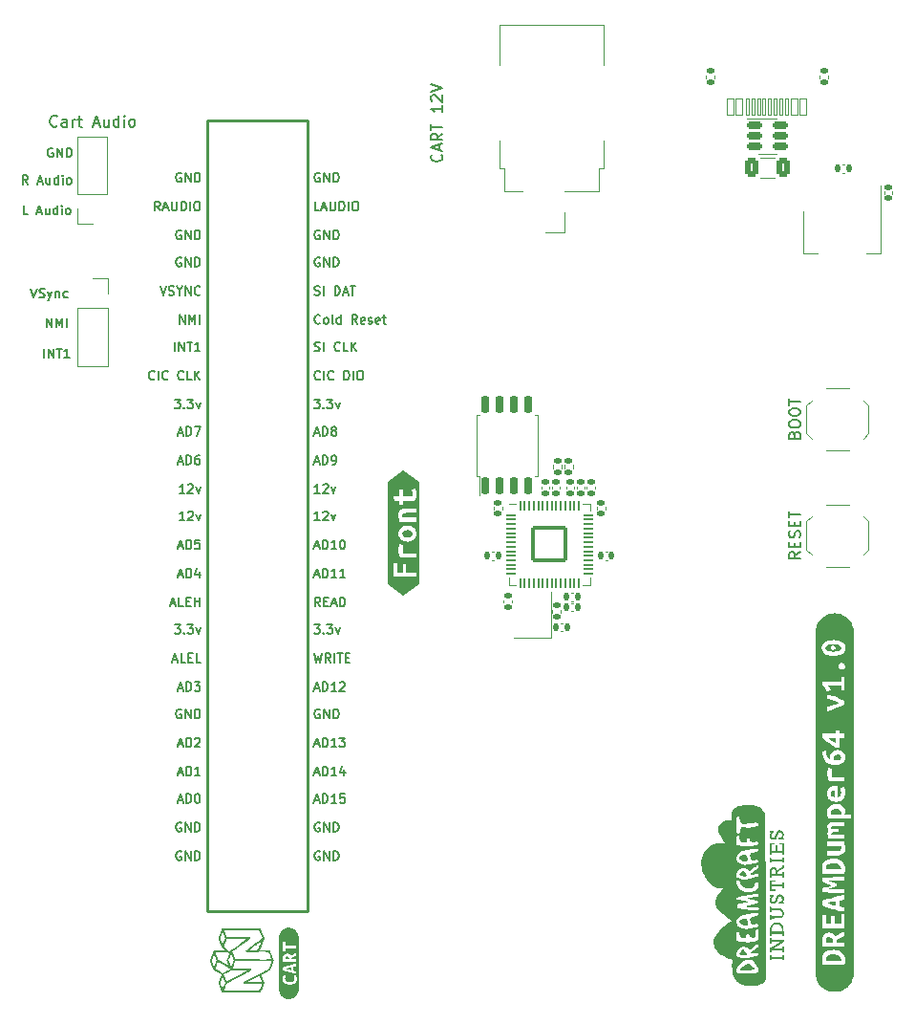
<source format=gbr>
%TF.GenerationSoftware,KiCad,Pcbnew,7.0.6-0*%
%TF.CreationDate,2024-06-08T16:42:37-07:00*%
%TF.ProjectId,pc64,70633634-2e6b-4696-9361-645f70636258,rev?*%
%TF.SameCoordinates,Original*%
%TF.FileFunction,Legend,Top*%
%TF.FilePolarity,Positive*%
%FSLAX46Y46*%
G04 Gerber Fmt 4.6, Leading zero omitted, Abs format (unit mm)*
G04 Created by KiCad (PCBNEW 7.0.6-0) date 2024-06-08 16:42:37*
%MOMM*%
%LPD*%
G01*
G04 APERTURE LIST*
G04 Aperture macros list*
%AMRoundRect*
0 Rectangle with rounded corners*
0 $1 Rounding radius*
0 $2 $3 $4 $5 $6 $7 $8 $9 X,Y pos of 4 corners*
0 Add a 4 corners polygon primitive as box body*
4,1,4,$2,$3,$4,$5,$6,$7,$8,$9,$2,$3,0*
0 Add four circle primitives for the rounded corners*
1,1,$1+$1,$2,$3*
1,1,$1+$1,$4,$5*
1,1,$1+$1,$6,$7*
1,1,$1+$1,$8,$9*
0 Add four rect primitives between the rounded corners*
20,1,$1+$1,$2,$3,$4,$5,0*
20,1,$1+$1,$4,$5,$6,$7,0*
20,1,$1+$1,$6,$7,$8,$9,0*
20,1,$1+$1,$8,$9,$2,$3,0*%
G04 Aperture macros list end*
%ADD10C,0.150000*%
%ADD11C,0.120000*%
%ADD12C,0.254000*%
%ADD13C,0.750000*%
%ADD14RoundRect,0.050000X0.300000X0.725000X-0.300000X0.725000X-0.300000X-0.725000X0.300000X-0.725000X0*%
%ADD15RoundRect,0.050000X0.150000X0.725000X-0.150000X0.725000X-0.150000X-0.725000X0.150000X-0.725000X0*%
%ADD16O,1.100000X2.200000*%
%ADD17O,1.100000X1.700000*%
%ADD18R,3.900000X6.200000*%
%ADD19R,3.300000X4.400000*%
%ADD20C,2.000000*%
%ADD21C,2.600000*%
%ADD22C,3.500000*%
%ADD23RoundRect,0.140000X-0.170000X0.140000X-0.170000X-0.140000X0.170000X-0.140000X0.170000X0.140000X0*%
%ADD24RoundRect,0.135000X0.185000X-0.135000X0.185000X0.135000X-0.185000X0.135000X-0.185000X-0.135000X0*%
%ADD25RoundRect,0.140000X-0.140000X-0.170000X0.140000X-0.170000X0.140000X0.170000X-0.140000X0.170000X0*%
%ADD26R,1.500000X2.000000*%
%ADD27R,3.800000X2.000000*%
%ADD28RoundRect,0.140000X0.140000X0.170000X-0.140000X0.170000X-0.140000X-0.170000X0.140000X-0.170000X0*%
%ADD29C,1.727200*%
%ADD30R,1.200000X1.400000*%
%ADD31RoundRect,0.140000X0.170000X-0.140000X0.170000X0.140000X-0.170000X0.140000X-0.170000X-0.140000X0*%
%ADD32O,1.700000X1.700000*%
%ADD33R,1.700000X1.700000*%
%ADD34RoundRect,0.150000X0.150000X-0.650000X0.150000X0.650000X-0.150000X0.650000X-0.150000X-0.650000X0*%
%ADD35R,1.000000X1.700000*%
%ADD36RoundRect,0.150000X-0.512500X-0.150000X0.512500X-0.150000X0.512500X0.150000X-0.512500X0.150000X0*%
%ADD37RoundRect,0.250000X0.375000X0.625000X-0.375000X0.625000X-0.375000X-0.625000X0.375000X-0.625000X0*%
%ADD38RoundRect,0.050000X-0.387500X-0.050000X0.387500X-0.050000X0.387500X0.050000X-0.387500X0.050000X0*%
%ADD39RoundRect,0.050000X-0.050000X-0.387500X0.050000X-0.387500X0.050000X0.387500X-0.050000X0.387500X0*%
%ADD40RoundRect,0.144000X-1.456000X-1.456000X1.456000X-1.456000X1.456000X1.456000X-1.456000X1.456000X0*%
%ADD41RoundRect,0.135000X-0.185000X0.135000X-0.185000X-0.135000X0.185000X-0.135000X0.185000X0.135000X0*%
G04 APERTURE END LIST*
D10*
X86090303Y-67636104D02*
X86052207Y-67674200D01*
X86052207Y-67674200D02*
X85937922Y-67712295D01*
X85937922Y-67712295D02*
X85861731Y-67712295D01*
X85861731Y-67712295D02*
X85747445Y-67674200D01*
X85747445Y-67674200D02*
X85671255Y-67598009D01*
X85671255Y-67598009D02*
X85633160Y-67521819D01*
X85633160Y-67521819D02*
X85595064Y-67369438D01*
X85595064Y-67369438D02*
X85595064Y-67255152D01*
X85595064Y-67255152D02*
X85633160Y-67102771D01*
X85633160Y-67102771D02*
X85671255Y-67026580D01*
X85671255Y-67026580D02*
X85747445Y-66950390D01*
X85747445Y-66950390D02*
X85861731Y-66912295D01*
X85861731Y-66912295D02*
X85937922Y-66912295D01*
X85937922Y-66912295D02*
X86052207Y-66950390D01*
X86052207Y-66950390D02*
X86090303Y-66988485D01*
X86547445Y-67712295D02*
X86471255Y-67674200D01*
X86471255Y-67674200D02*
X86433160Y-67636104D01*
X86433160Y-67636104D02*
X86395064Y-67559914D01*
X86395064Y-67559914D02*
X86395064Y-67331342D01*
X86395064Y-67331342D02*
X86433160Y-67255152D01*
X86433160Y-67255152D02*
X86471255Y-67217057D01*
X86471255Y-67217057D02*
X86547445Y-67178961D01*
X86547445Y-67178961D02*
X86661731Y-67178961D01*
X86661731Y-67178961D02*
X86737922Y-67217057D01*
X86737922Y-67217057D02*
X86776017Y-67255152D01*
X86776017Y-67255152D02*
X86814112Y-67331342D01*
X86814112Y-67331342D02*
X86814112Y-67559914D01*
X86814112Y-67559914D02*
X86776017Y-67636104D01*
X86776017Y-67636104D02*
X86737922Y-67674200D01*
X86737922Y-67674200D02*
X86661731Y-67712295D01*
X86661731Y-67712295D02*
X86547445Y-67712295D01*
X87271255Y-67712295D02*
X87195065Y-67674200D01*
X87195065Y-67674200D02*
X87156970Y-67598009D01*
X87156970Y-67598009D02*
X87156970Y-66912295D01*
X87918875Y-67712295D02*
X87918875Y-66912295D01*
X87918875Y-67674200D02*
X87842684Y-67712295D01*
X87842684Y-67712295D02*
X87690303Y-67712295D01*
X87690303Y-67712295D02*
X87614113Y-67674200D01*
X87614113Y-67674200D02*
X87576018Y-67636104D01*
X87576018Y-67636104D02*
X87537922Y-67559914D01*
X87537922Y-67559914D02*
X87537922Y-67331342D01*
X87537922Y-67331342D02*
X87576018Y-67255152D01*
X87576018Y-67255152D02*
X87614113Y-67217057D01*
X87614113Y-67217057D02*
X87690303Y-67178961D01*
X87690303Y-67178961D02*
X87842684Y-67178961D01*
X87842684Y-67178961D02*
X87918875Y-67217057D01*
X89366495Y-67712295D02*
X89099828Y-67331342D01*
X88909352Y-67712295D02*
X88909352Y-66912295D01*
X88909352Y-66912295D02*
X89214114Y-66912295D01*
X89214114Y-66912295D02*
X89290304Y-66950390D01*
X89290304Y-66950390D02*
X89328399Y-66988485D01*
X89328399Y-66988485D02*
X89366495Y-67064676D01*
X89366495Y-67064676D02*
X89366495Y-67178961D01*
X89366495Y-67178961D02*
X89328399Y-67255152D01*
X89328399Y-67255152D02*
X89290304Y-67293247D01*
X89290304Y-67293247D02*
X89214114Y-67331342D01*
X89214114Y-67331342D02*
X88909352Y-67331342D01*
X90014114Y-67674200D02*
X89937923Y-67712295D01*
X89937923Y-67712295D02*
X89785542Y-67712295D01*
X89785542Y-67712295D02*
X89709352Y-67674200D01*
X89709352Y-67674200D02*
X89671256Y-67598009D01*
X89671256Y-67598009D02*
X89671256Y-67293247D01*
X89671256Y-67293247D02*
X89709352Y-67217057D01*
X89709352Y-67217057D02*
X89785542Y-67178961D01*
X89785542Y-67178961D02*
X89937923Y-67178961D01*
X89937923Y-67178961D02*
X90014114Y-67217057D01*
X90014114Y-67217057D02*
X90052209Y-67293247D01*
X90052209Y-67293247D02*
X90052209Y-67369438D01*
X90052209Y-67369438D02*
X89671256Y-67445628D01*
X90356970Y-67674200D02*
X90433161Y-67712295D01*
X90433161Y-67712295D02*
X90585542Y-67712295D01*
X90585542Y-67712295D02*
X90661732Y-67674200D01*
X90661732Y-67674200D02*
X90699828Y-67598009D01*
X90699828Y-67598009D02*
X90699828Y-67559914D01*
X90699828Y-67559914D02*
X90661732Y-67483723D01*
X90661732Y-67483723D02*
X90585542Y-67445628D01*
X90585542Y-67445628D02*
X90471256Y-67445628D01*
X90471256Y-67445628D02*
X90395066Y-67407533D01*
X90395066Y-67407533D02*
X90356970Y-67331342D01*
X90356970Y-67331342D02*
X90356970Y-67293247D01*
X90356970Y-67293247D02*
X90395066Y-67217057D01*
X90395066Y-67217057D02*
X90471256Y-67178961D01*
X90471256Y-67178961D02*
X90585542Y-67178961D01*
X90585542Y-67178961D02*
X90661732Y-67217057D01*
X91347447Y-67674200D02*
X91271256Y-67712295D01*
X91271256Y-67712295D02*
X91118875Y-67712295D01*
X91118875Y-67712295D02*
X91042685Y-67674200D01*
X91042685Y-67674200D02*
X91004589Y-67598009D01*
X91004589Y-67598009D02*
X91004589Y-67293247D01*
X91004589Y-67293247D02*
X91042685Y-67217057D01*
X91042685Y-67217057D02*
X91118875Y-67178961D01*
X91118875Y-67178961D02*
X91271256Y-67178961D01*
X91271256Y-67178961D02*
X91347447Y-67217057D01*
X91347447Y-67217057D02*
X91385542Y-67293247D01*
X91385542Y-67293247D02*
X91385542Y-67369438D01*
X91385542Y-67369438D02*
X91004589Y-67445628D01*
X91614113Y-67178961D02*
X91918875Y-67178961D01*
X91728399Y-66912295D02*
X91728399Y-67598009D01*
X91728399Y-67598009D02*
X91766494Y-67674200D01*
X91766494Y-67674200D02*
X91842684Y-67712295D01*
X91842684Y-67712295D02*
X91918875Y-67712295D01*
X85595064Y-104948723D02*
X85976017Y-104948723D01*
X85518874Y-105177295D02*
X85785541Y-104377295D01*
X85785541Y-104377295D02*
X86052207Y-105177295D01*
X86318874Y-105177295D02*
X86318874Y-104377295D01*
X86318874Y-104377295D02*
X86509350Y-104377295D01*
X86509350Y-104377295D02*
X86623636Y-104415390D01*
X86623636Y-104415390D02*
X86699826Y-104491580D01*
X86699826Y-104491580D02*
X86737921Y-104567771D01*
X86737921Y-104567771D02*
X86776017Y-104720152D01*
X86776017Y-104720152D02*
X86776017Y-104834438D01*
X86776017Y-104834438D02*
X86737921Y-104986819D01*
X86737921Y-104986819D02*
X86699826Y-105063009D01*
X86699826Y-105063009D02*
X86623636Y-105139200D01*
X86623636Y-105139200D02*
X86509350Y-105177295D01*
X86509350Y-105177295D02*
X86318874Y-105177295D01*
X87537921Y-105177295D02*
X87080778Y-105177295D01*
X87309350Y-105177295D02*
X87309350Y-104377295D01*
X87309350Y-104377295D02*
X87233159Y-104491580D01*
X87233159Y-104491580D02*
X87156969Y-104567771D01*
X87156969Y-104567771D02*
X87080778Y-104605866D01*
X87804588Y-104377295D02*
X88299826Y-104377295D01*
X88299826Y-104377295D02*
X88033160Y-104682057D01*
X88033160Y-104682057D02*
X88147445Y-104682057D01*
X88147445Y-104682057D02*
X88223636Y-104720152D01*
X88223636Y-104720152D02*
X88261731Y-104758247D01*
X88261731Y-104758247D02*
X88299826Y-104834438D01*
X88299826Y-104834438D02*
X88299826Y-105024914D01*
X88299826Y-105024914D02*
X88261731Y-105101104D01*
X88261731Y-105101104D02*
X88223636Y-105139200D01*
X88223636Y-105139200D02*
X88147445Y-105177295D01*
X88147445Y-105177295D02*
X87918874Y-105177295D01*
X87918874Y-105177295D02*
X87842683Y-105139200D01*
X87842683Y-105139200D02*
X87804588Y-105101104D01*
X86052207Y-59457390D02*
X85976017Y-59419295D01*
X85976017Y-59419295D02*
X85861731Y-59419295D01*
X85861731Y-59419295D02*
X85747445Y-59457390D01*
X85747445Y-59457390D02*
X85671255Y-59533580D01*
X85671255Y-59533580D02*
X85633160Y-59609771D01*
X85633160Y-59609771D02*
X85595064Y-59762152D01*
X85595064Y-59762152D02*
X85595064Y-59876438D01*
X85595064Y-59876438D02*
X85633160Y-60028819D01*
X85633160Y-60028819D02*
X85671255Y-60105009D01*
X85671255Y-60105009D02*
X85747445Y-60181200D01*
X85747445Y-60181200D02*
X85861731Y-60219295D01*
X85861731Y-60219295D02*
X85937922Y-60219295D01*
X85937922Y-60219295D02*
X86052207Y-60181200D01*
X86052207Y-60181200D02*
X86090303Y-60143104D01*
X86090303Y-60143104D02*
X86090303Y-59876438D01*
X86090303Y-59876438D02*
X85937922Y-59876438D01*
X86433160Y-60219295D02*
X86433160Y-59419295D01*
X86433160Y-59419295D02*
X86890303Y-60219295D01*
X86890303Y-60219295D02*
X86890303Y-59419295D01*
X87271255Y-60219295D02*
X87271255Y-59419295D01*
X87271255Y-59419295D02*
X87461731Y-59419295D01*
X87461731Y-59419295D02*
X87576017Y-59457390D01*
X87576017Y-59457390D02*
X87652207Y-59533580D01*
X87652207Y-59533580D02*
X87690302Y-59609771D01*
X87690302Y-59609771D02*
X87728398Y-59762152D01*
X87728398Y-59762152D02*
X87728398Y-59876438D01*
X87728398Y-59876438D02*
X87690302Y-60028819D01*
X87690302Y-60028819D02*
X87652207Y-60105009D01*
X87652207Y-60105009D02*
X87576017Y-60181200D01*
X87576017Y-60181200D02*
X87461731Y-60219295D01*
X87461731Y-60219295D02*
X87271255Y-60219295D01*
X85595064Y-70087200D02*
X85709350Y-70125295D01*
X85709350Y-70125295D02*
X85899826Y-70125295D01*
X85899826Y-70125295D02*
X85976017Y-70087200D01*
X85976017Y-70087200D02*
X86014112Y-70049104D01*
X86014112Y-70049104D02*
X86052207Y-69972914D01*
X86052207Y-69972914D02*
X86052207Y-69896723D01*
X86052207Y-69896723D02*
X86014112Y-69820533D01*
X86014112Y-69820533D02*
X85976017Y-69782438D01*
X85976017Y-69782438D02*
X85899826Y-69744342D01*
X85899826Y-69744342D02*
X85747445Y-69706247D01*
X85747445Y-69706247D02*
X85671255Y-69668152D01*
X85671255Y-69668152D02*
X85633160Y-69630057D01*
X85633160Y-69630057D02*
X85595064Y-69553866D01*
X85595064Y-69553866D02*
X85595064Y-69477676D01*
X85595064Y-69477676D02*
X85633160Y-69401485D01*
X85633160Y-69401485D02*
X85671255Y-69363390D01*
X85671255Y-69363390D02*
X85747445Y-69325295D01*
X85747445Y-69325295D02*
X85937922Y-69325295D01*
X85937922Y-69325295D02*
X86052207Y-69363390D01*
X86395065Y-70125295D02*
X86395065Y-69325295D01*
X87842684Y-70049104D02*
X87804588Y-70087200D01*
X87804588Y-70087200D02*
X87690303Y-70125295D01*
X87690303Y-70125295D02*
X87614112Y-70125295D01*
X87614112Y-70125295D02*
X87499826Y-70087200D01*
X87499826Y-70087200D02*
X87423636Y-70011009D01*
X87423636Y-70011009D02*
X87385541Y-69934819D01*
X87385541Y-69934819D02*
X87347445Y-69782438D01*
X87347445Y-69782438D02*
X87347445Y-69668152D01*
X87347445Y-69668152D02*
X87385541Y-69515771D01*
X87385541Y-69515771D02*
X87423636Y-69439580D01*
X87423636Y-69439580D02*
X87499826Y-69363390D01*
X87499826Y-69363390D02*
X87614112Y-69325295D01*
X87614112Y-69325295D02*
X87690303Y-69325295D01*
X87690303Y-69325295D02*
X87804588Y-69363390D01*
X87804588Y-69363390D02*
X87842684Y-69401485D01*
X88566493Y-70125295D02*
X88185541Y-70125295D01*
X88185541Y-70125295D02*
X88185541Y-69325295D01*
X88833160Y-70125295D02*
X88833160Y-69325295D01*
X89290303Y-70125295D02*
X88947445Y-69668152D01*
X89290303Y-69325295D02*
X88833160Y-69782438D01*
X86014112Y-57679295D02*
X85633160Y-57679295D01*
X85633160Y-57679295D02*
X85633160Y-56879295D01*
X86242683Y-57450723D02*
X86623636Y-57450723D01*
X86166493Y-57679295D02*
X86433160Y-56879295D01*
X86433160Y-56879295D02*
X86699826Y-57679295D01*
X86966493Y-56879295D02*
X86966493Y-57526914D01*
X86966493Y-57526914D02*
X87004588Y-57603104D01*
X87004588Y-57603104D02*
X87042683Y-57641200D01*
X87042683Y-57641200D02*
X87118874Y-57679295D01*
X87118874Y-57679295D02*
X87271255Y-57679295D01*
X87271255Y-57679295D02*
X87347445Y-57641200D01*
X87347445Y-57641200D02*
X87385540Y-57603104D01*
X87385540Y-57603104D02*
X87423636Y-57526914D01*
X87423636Y-57526914D02*
X87423636Y-56879295D01*
X87804588Y-57679295D02*
X87804588Y-56879295D01*
X87804588Y-56879295D02*
X87995064Y-56879295D01*
X87995064Y-56879295D02*
X88109350Y-56917390D01*
X88109350Y-56917390D02*
X88185540Y-56993580D01*
X88185540Y-56993580D02*
X88223635Y-57069771D01*
X88223635Y-57069771D02*
X88261731Y-57222152D01*
X88261731Y-57222152D02*
X88261731Y-57336438D01*
X88261731Y-57336438D02*
X88223635Y-57488819D01*
X88223635Y-57488819D02*
X88185540Y-57565009D01*
X88185540Y-57565009D02*
X88109350Y-57641200D01*
X88109350Y-57641200D02*
X87995064Y-57679295D01*
X87995064Y-57679295D02*
X87804588Y-57679295D01*
X88604588Y-57679295D02*
X88604588Y-56879295D01*
X89137921Y-56879295D02*
X89290302Y-56879295D01*
X89290302Y-56879295D02*
X89366492Y-56917390D01*
X89366492Y-56917390D02*
X89442683Y-56993580D01*
X89442683Y-56993580D02*
X89480778Y-57145961D01*
X89480778Y-57145961D02*
X89480778Y-57412628D01*
X89480778Y-57412628D02*
X89442683Y-57565009D01*
X89442683Y-57565009D02*
X89366492Y-57641200D01*
X89366492Y-57641200D02*
X89290302Y-57679295D01*
X89290302Y-57679295D02*
X89137921Y-57679295D01*
X89137921Y-57679295D02*
X89061730Y-57641200D01*
X89061730Y-57641200D02*
X88985540Y-57565009D01*
X88985540Y-57565009D02*
X88947444Y-57412628D01*
X88947444Y-57412628D02*
X88947444Y-57145961D01*
X88947444Y-57145961D02*
X88985540Y-56993580D01*
X88985540Y-56993580D02*
X89061730Y-56917390D01*
X89061730Y-56917390D02*
X89137921Y-56879295D01*
X86052207Y-54377390D02*
X85976017Y-54339295D01*
X85976017Y-54339295D02*
X85861731Y-54339295D01*
X85861731Y-54339295D02*
X85747445Y-54377390D01*
X85747445Y-54377390D02*
X85671255Y-54453580D01*
X85671255Y-54453580D02*
X85633160Y-54529771D01*
X85633160Y-54529771D02*
X85595064Y-54682152D01*
X85595064Y-54682152D02*
X85595064Y-54796438D01*
X85595064Y-54796438D02*
X85633160Y-54948819D01*
X85633160Y-54948819D02*
X85671255Y-55025009D01*
X85671255Y-55025009D02*
X85747445Y-55101200D01*
X85747445Y-55101200D02*
X85861731Y-55139295D01*
X85861731Y-55139295D02*
X85937922Y-55139295D01*
X85937922Y-55139295D02*
X86052207Y-55101200D01*
X86052207Y-55101200D02*
X86090303Y-55063104D01*
X86090303Y-55063104D02*
X86090303Y-54796438D01*
X86090303Y-54796438D02*
X85937922Y-54796438D01*
X86433160Y-55139295D02*
X86433160Y-54339295D01*
X86433160Y-54339295D02*
X86890303Y-55139295D01*
X86890303Y-55139295D02*
X86890303Y-54339295D01*
X87271255Y-55139295D02*
X87271255Y-54339295D01*
X87271255Y-54339295D02*
X87461731Y-54339295D01*
X87461731Y-54339295D02*
X87576017Y-54377390D01*
X87576017Y-54377390D02*
X87652207Y-54453580D01*
X87652207Y-54453580D02*
X87690302Y-54529771D01*
X87690302Y-54529771D02*
X87728398Y-54682152D01*
X87728398Y-54682152D02*
X87728398Y-54796438D01*
X87728398Y-54796438D02*
X87690302Y-54948819D01*
X87690302Y-54948819D02*
X87652207Y-55025009D01*
X87652207Y-55025009D02*
X87576017Y-55101200D01*
X87576017Y-55101200D02*
X87461731Y-55139295D01*
X87461731Y-55139295D02*
X87271255Y-55139295D01*
X85556969Y-96884295D02*
X85747445Y-97684295D01*
X85747445Y-97684295D02*
X85899826Y-97112866D01*
X85899826Y-97112866D02*
X86052207Y-97684295D01*
X86052207Y-97684295D02*
X86242684Y-96884295D01*
X87004589Y-97684295D02*
X86737922Y-97303342D01*
X86547446Y-97684295D02*
X86547446Y-96884295D01*
X86547446Y-96884295D02*
X86852208Y-96884295D01*
X86852208Y-96884295D02*
X86928398Y-96922390D01*
X86928398Y-96922390D02*
X86966493Y-96960485D01*
X86966493Y-96960485D02*
X87004589Y-97036676D01*
X87004589Y-97036676D02*
X87004589Y-97150961D01*
X87004589Y-97150961D02*
X86966493Y-97227152D01*
X86966493Y-97227152D02*
X86928398Y-97265247D01*
X86928398Y-97265247D02*
X86852208Y-97303342D01*
X86852208Y-97303342D02*
X86547446Y-97303342D01*
X87347446Y-97684295D02*
X87347446Y-96884295D01*
X87614112Y-96884295D02*
X88071255Y-96884295D01*
X87842683Y-97684295D02*
X87842683Y-96884295D01*
X88337922Y-97265247D02*
X88604588Y-97265247D01*
X88718874Y-97684295D02*
X88337922Y-97684295D01*
X88337922Y-97684295D02*
X88337922Y-96884295D01*
X88337922Y-96884295D02*
X88718874Y-96884295D01*
X85595064Y-87422723D02*
X85976017Y-87422723D01*
X85518874Y-87651295D02*
X85785541Y-86851295D01*
X85785541Y-86851295D02*
X86052207Y-87651295D01*
X86318874Y-87651295D02*
X86318874Y-86851295D01*
X86318874Y-86851295D02*
X86509350Y-86851295D01*
X86509350Y-86851295D02*
X86623636Y-86889390D01*
X86623636Y-86889390D02*
X86699826Y-86965580D01*
X86699826Y-86965580D02*
X86737921Y-87041771D01*
X86737921Y-87041771D02*
X86776017Y-87194152D01*
X86776017Y-87194152D02*
X86776017Y-87308438D01*
X86776017Y-87308438D02*
X86737921Y-87460819D01*
X86737921Y-87460819D02*
X86699826Y-87537009D01*
X86699826Y-87537009D02*
X86623636Y-87613200D01*
X86623636Y-87613200D02*
X86509350Y-87651295D01*
X86509350Y-87651295D02*
X86318874Y-87651295D01*
X87537921Y-87651295D02*
X87080778Y-87651295D01*
X87309350Y-87651295D02*
X87309350Y-86851295D01*
X87309350Y-86851295D02*
X87233159Y-86965580D01*
X87233159Y-86965580D02*
X87156969Y-87041771D01*
X87156969Y-87041771D02*
X87080778Y-87079866D01*
X88033160Y-86851295D02*
X88109350Y-86851295D01*
X88109350Y-86851295D02*
X88185541Y-86889390D01*
X88185541Y-86889390D02*
X88223636Y-86927485D01*
X88223636Y-86927485D02*
X88261731Y-87003676D01*
X88261731Y-87003676D02*
X88299826Y-87156057D01*
X88299826Y-87156057D02*
X88299826Y-87346533D01*
X88299826Y-87346533D02*
X88261731Y-87498914D01*
X88261731Y-87498914D02*
X88223636Y-87575104D01*
X88223636Y-87575104D02*
X88185541Y-87613200D01*
X88185541Y-87613200D02*
X88109350Y-87651295D01*
X88109350Y-87651295D02*
X88033160Y-87651295D01*
X88033160Y-87651295D02*
X87956969Y-87613200D01*
X87956969Y-87613200D02*
X87918874Y-87575104D01*
X87918874Y-87575104D02*
X87880779Y-87498914D01*
X87880779Y-87498914D02*
X87842683Y-87346533D01*
X87842683Y-87346533D02*
X87842683Y-87156057D01*
X87842683Y-87156057D02*
X87880779Y-87003676D01*
X87880779Y-87003676D02*
X87918874Y-86927485D01*
X87918874Y-86927485D02*
X87956969Y-86889390D01*
X87956969Y-86889390D02*
X88033160Y-86851295D01*
X85595064Y-99995723D02*
X85976017Y-99995723D01*
X85518874Y-100224295D02*
X85785541Y-99424295D01*
X85785541Y-99424295D02*
X86052207Y-100224295D01*
X86318874Y-100224295D02*
X86318874Y-99424295D01*
X86318874Y-99424295D02*
X86509350Y-99424295D01*
X86509350Y-99424295D02*
X86623636Y-99462390D01*
X86623636Y-99462390D02*
X86699826Y-99538580D01*
X86699826Y-99538580D02*
X86737921Y-99614771D01*
X86737921Y-99614771D02*
X86776017Y-99767152D01*
X86776017Y-99767152D02*
X86776017Y-99881438D01*
X86776017Y-99881438D02*
X86737921Y-100033819D01*
X86737921Y-100033819D02*
X86699826Y-100110009D01*
X86699826Y-100110009D02*
X86623636Y-100186200D01*
X86623636Y-100186200D02*
X86509350Y-100224295D01*
X86509350Y-100224295D02*
X86318874Y-100224295D01*
X87537921Y-100224295D02*
X87080778Y-100224295D01*
X87309350Y-100224295D02*
X87309350Y-99424295D01*
X87309350Y-99424295D02*
X87233159Y-99538580D01*
X87233159Y-99538580D02*
X87156969Y-99614771D01*
X87156969Y-99614771D02*
X87080778Y-99652866D01*
X87842683Y-99500485D02*
X87880779Y-99462390D01*
X87880779Y-99462390D02*
X87956969Y-99424295D01*
X87956969Y-99424295D02*
X88147445Y-99424295D01*
X88147445Y-99424295D02*
X88223636Y-99462390D01*
X88223636Y-99462390D02*
X88261731Y-99500485D01*
X88261731Y-99500485D02*
X88299826Y-99576676D01*
X88299826Y-99576676D02*
X88299826Y-99652866D01*
X88299826Y-99652866D02*
X88261731Y-99767152D01*
X88261731Y-99767152D02*
X87804588Y-100224295D01*
X87804588Y-100224295D02*
X88299826Y-100224295D01*
X85595064Y-77389723D02*
X85976017Y-77389723D01*
X85518874Y-77618295D02*
X85785541Y-76818295D01*
X85785541Y-76818295D02*
X86052207Y-77618295D01*
X86318874Y-77618295D02*
X86318874Y-76818295D01*
X86318874Y-76818295D02*
X86509350Y-76818295D01*
X86509350Y-76818295D02*
X86623636Y-76856390D01*
X86623636Y-76856390D02*
X86699826Y-76932580D01*
X86699826Y-76932580D02*
X86737921Y-77008771D01*
X86737921Y-77008771D02*
X86776017Y-77161152D01*
X86776017Y-77161152D02*
X86776017Y-77275438D01*
X86776017Y-77275438D02*
X86737921Y-77427819D01*
X86737921Y-77427819D02*
X86699826Y-77504009D01*
X86699826Y-77504009D02*
X86623636Y-77580200D01*
X86623636Y-77580200D02*
X86509350Y-77618295D01*
X86509350Y-77618295D02*
X86318874Y-77618295D01*
X87233159Y-77161152D02*
X87156969Y-77123057D01*
X87156969Y-77123057D02*
X87118874Y-77084961D01*
X87118874Y-77084961D02*
X87080778Y-77008771D01*
X87080778Y-77008771D02*
X87080778Y-76970676D01*
X87080778Y-76970676D02*
X87118874Y-76894485D01*
X87118874Y-76894485D02*
X87156969Y-76856390D01*
X87156969Y-76856390D02*
X87233159Y-76818295D01*
X87233159Y-76818295D02*
X87385540Y-76818295D01*
X87385540Y-76818295D02*
X87461731Y-76856390D01*
X87461731Y-76856390D02*
X87499826Y-76894485D01*
X87499826Y-76894485D02*
X87537921Y-76970676D01*
X87537921Y-76970676D02*
X87537921Y-77008771D01*
X87537921Y-77008771D02*
X87499826Y-77084961D01*
X87499826Y-77084961D02*
X87461731Y-77123057D01*
X87461731Y-77123057D02*
X87385540Y-77161152D01*
X87385540Y-77161152D02*
X87233159Y-77161152D01*
X87233159Y-77161152D02*
X87156969Y-77199247D01*
X87156969Y-77199247D02*
X87118874Y-77237342D01*
X87118874Y-77237342D02*
X87080778Y-77313533D01*
X87080778Y-77313533D02*
X87080778Y-77465914D01*
X87080778Y-77465914D02*
X87118874Y-77542104D01*
X87118874Y-77542104D02*
X87156969Y-77580200D01*
X87156969Y-77580200D02*
X87233159Y-77618295D01*
X87233159Y-77618295D02*
X87385540Y-77618295D01*
X87385540Y-77618295D02*
X87461731Y-77580200D01*
X87461731Y-77580200D02*
X87499826Y-77542104D01*
X87499826Y-77542104D02*
X87537921Y-77465914D01*
X87537921Y-77465914D02*
X87537921Y-77313533D01*
X87537921Y-77313533D02*
X87499826Y-77237342D01*
X87499826Y-77237342D02*
X87461731Y-77199247D01*
X87461731Y-77199247D02*
X87385540Y-77161152D01*
X86090303Y-92731295D02*
X85823636Y-92350342D01*
X85633160Y-92731295D02*
X85633160Y-91931295D01*
X85633160Y-91931295D02*
X85937922Y-91931295D01*
X85937922Y-91931295D02*
X86014112Y-91969390D01*
X86014112Y-91969390D02*
X86052207Y-92007485D01*
X86052207Y-92007485D02*
X86090303Y-92083676D01*
X86090303Y-92083676D02*
X86090303Y-92197961D01*
X86090303Y-92197961D02*
X86052207Y-92274152D01*
X86052207Y-92274152D02*
X86014112Y-92312247D01*
X86014112Y-92312247D02*
X85937922Y-92350342D01*
X85937922Y-92350342D02*
X85633160Y-92350342D01*
X86433160Y-92312247D02*
X86699826Y-92312247D01*
X86814112Y-92731295D02*
X86433160Y-92731295D01*
X86433160Y-92731295D02*
X86433160Y-91931295D01*
X86433160Y-91931295D02*
X86814112Y-91931295D01*
X87118874Y-92502723D02*
X87499827Y-92502723D01*
X87042684Y-92731295D02*
X87309351Y-91931295D01*
X87309351Y-91931295D02*
X87576017Y-92731295D01*
X87842684Y-92731295D02*
X87842684Y-91931295D01*
X87842684Y-91931295D02*
X88033160Y-91931295D01*
X88033160Y-91931295D02*
X88147446Y-91969390D01*
X88147446Y-91969390D02*
X88223636Y-92045580D01*
X88223636Y-92045580D02*
X88261731Y-92121771D01*
X88261731Y-92121771D02*
X88299827Y-92274152D01*
X88299827Y-92274152D02*
X88299827Y-92388438D01*
X88299827Y-92388438D02*
X88261731Y-92540819D01*
X88261731Y-92540819D02*
X88223636Y-92617009D01*
X88223636Y-92617009D02*
X88147446Y-92693200D01*
X88147446Y-92693200D02*
X88033160Y-92731295D01*
X88033160Y-92731295D02*
X87842684Y-92731295D01*
X86052207Y-111908390D02*
X85976017Y-111870295D01*
X85976017Y-111870295D02*
X85861731Y-111870295D01*
X85861731Y-111870295D02*
X85747445Y-111908390D01*
X85747445Y-111908390D02*
X85671255Y-111984580D01*
X85671255Y-111984580D02*
X85633160Y-112060771D01*
X85633160Y-112060771D02*
X85595064Y-112213152D01*
X85595064Y-112213152D02*
X85595064Y-112327438D01*
X85595064Y-112327438D02*
X85633160Y-112479819D01*
X85633160Y-112479819D02*
X85671255Y-112556009D01*
X85671255Y-112556009D02*
X85747445Y-112632200D01*
X85747445Y-112632200D02*
X85861731Y-112670295D01*
X85861731Y-112670295D02*
X85937922Y-112670295D01*
X85937922Y-112670295D02*
X86052207Y-112632200D01*
X86052207Y-112632200D02*
X86090303Y-112594104D01*
X86090303Y-112594104D02*
X86090303Y-112327438D01*
X86090303Y-112327438D02*
X85937922Y-112327438D01*
X86433160Y-112670295D02*
X86433160Y-111870295D01*
X86433160Y-111870295D02*
X86890303Y-112670295D01*
X86890303Y-112670295D02*
X86890303Y-111870295D01*
X87271255Y-112670295D02*
X87271255Y-111870295D01*
X87271255Y-111870295D02*
X87461731Y-111870295D01*
X87461731Y-111870295D02*
X87576017Y-111908390D01*
X87576017Y-111908390D02*
X87652207Y-111984580D01*
X87652207Y-111984580D02*
X87690302Y-112060771D01*
X87690302Y-112060771D02*
X87728398Y-112213152D01*
X87728398Y-112213152D02*
X87728398Y-112327438D01*
X87728398Y-112327438D02*
X87690302Y-112479819D01*
X87690302Y-112479819D02*
X87652207Y-112556009D01*
X87652207Y-112556009D02*
X87576017Y-112632200D01*
X87576017Y-112632200D02*
X87461731Y-112670295D01*
X87461731Y-112670295D02*
X87271255Y-112670295D01*
X85595064Y-109901723D02*
X85976017Y-109901723D01*
X85518874Y-110130295D02*
X85785541Y-109330295D01*
X85785541Y-109330295D02*
X86052207Y-110130295D01*
X86318874Y-110130295D02*
X86318874Y-109330295D01*
X86318874Y-109330295D02*
X86509350Y-109330295D01*
X86509350Y-109330295D02*
X86623636Y-109368390D01*
X86623636Y-109368390D02*
X86699826Y-109444580D01*
X86699826Y-109444580D02*
X86737921Y-109520771D01*
X86737921Y-109520771D02*
X86776017Y-109673152D01*
X86776017Y-109673152D02*
X86776017Y-109787438D01*
X86776017Y-109787438D02*
X86737921Y-109939819D01*
X86737921Y-109939819D02*
X86699826Y-110016009D01*
X86699826Y-110016009D02*
X86623636Y-110092200D01*
X86623636Y-110092200D02*
X86509350Y-110130295D01*
X86509350Y-110130295D02*
X86318874Y-110130295D01*
X87537921Y-110130295D02*
X87080778Y-110130295D01*
X87309350Y-110130295D02*
X87309350Y-109330295D01*
X87309350Y-109330295D02*
X87233159Y-109444580D01*
X87233159Y-109444580D02*
X87156969Y-109520771D01*
X87156969Y-109520771D02*
X87080778Y-109558866D01*
X88261731Y-109330295D02*
X87880779Y-109330295D01*
X87880779Y-109330295D02*
X87842683Y-109711247D01*
X87842683Y-109711247D02*
X87880779Y-109673152D01*
X87880779Y-109673152D02*
X87956969Y-109635057D01*
X87956969Y-109635057D02*
X88147445Y-109635057D01*
X88147445Y-109635057D02*
X88223636Y-109673152D01*
X88223636Y-109673152D02*
X88261731Y-109711247D01*
X88261731Y-109711247D02*
X88299826Y-109787438D01*
X88299826Y-109787438D02*
X88299826Y-109977914D01*
X88299826Y-109977914D02*
X88261731Y-110054104D01*
X88261731Y-110054104D02*
X88223636Y-110092200D01*
X88223636Y-110092200D02*
X88147445Y-110130295D01*
X88147445Y-110130295D02*
X87956969Y-110130295D01*
X87956969Y-110130295D02*
X87880779Y-110092200D01*
X87880779Y-110092200D02*
X87842683Y-110054104D01*
X86052207Y-101875390D02*
X85976017Y-101837295D01*
X85976017Y-101837295D02*
X85861731Y-101837295D01*
X85861731Y-101837295D02*
X85747445Y-101875390D01*
X85747445Y-101875390D02*
X85671255Y-101951580D01*
X85671255Y-101951580D02*
X85633160Y-102027771D01*
X85633160Y-102027771D02*
X85595064Y-102180152D01*
X85595064Y-102180152D02*
X85595064Y-102294438D01*
X85595064Y-102294438D02*
X85633160Y-102446819D01*
X85633160Y-102446819D02*
X85671255Y-102523009D01*
X85671255Y-102523009D02*
X85747445Y-102599200D01*
X85747445Y-102599200D02*
X85861731Y-102637295D01*
X85861731Y-102637295D02*
X85937922Y-102637295D01*
X85937922Y-102637295D02*
X86052207Y-102599200D01*
X86052207Y-102599200D02*
X86090303Y-102561104D01*
X86090303Y-102561104D02*
X86090303Y-102294438D01*
X86090303Y-102294438D02*
X85937922Y-102294438D01*
X86433160Y-102637295D02*
X86433160Y-101837295D01*
X86433160Y-101837295D02*
X86890303Y-102637295D01*
X86890303Y-102637295D02*
X86890303Y-101837295D01*
X87271255Y-102637295D02*
X87271255Y-101837295D01*
X87271255Y-101837295D02*
X87461731Y-101837295D01*
X87461731Y-101837295D02*
X87576017Y-101875390D01*
X87576017Y-101875390D02*
X87652207Y-101951580D01*
X87652207Y-101951580D02*
X87690302Y-102027771D01*
X87690302Y-102027771D02*
X87728398Y-102180152D01*
X87728398Y-102180152D02*
X87728398Y-102294438D01*
X87728398Y-102294438D02*
X87690302Y-102446819D01*
X87690302Y-102446819D02*
X87652207Y-102523009D01*
X87652207Y-102523009D02*
X87576017Y-102599200D01*
X87576017Y-102599200D02*
X87461731Y-102637295D01*
X87461731Y-102637295D02*
X87271255Y-102637295D01*
X85595064Y-89962723D02*
X85976017Y-89962723D01*
X85518874Y-90191295D02*
X85785541Y-89391295D01*
X85785541Y-89391295D02*
X86052207Y-90191295D01*
X86318874Y-90191295D02*
X86318874Y-89391295D01*
X86318874Y-89391295D02*
X86509350Y-89391295D01*
X86509350Y-89391295D02*
X86623636Y-89429390D01*
X86623636Y-89429390D02*
X86699826Y-89505580D01*
X86699826Y-89505580D02*
X86737921Y-89581771D01*
X86737921Y-89581771D02*
X86776017Y-89734152D01*
X86776017Y-89734152D02*
X86776017Y-89848438D01*
X86776017Y-89848438D02*
X86737921Y-90000819D01*
X86737921Y-90000819D02*
X86699826Y-90077009D01*
X86699826Y-90077009D02*
X86623636Y-90153200D01*
X86623636Y-90153200D02*
X86509350Y-90191295D01*
X86509350Y-90191295D02*
X86318874Y-90191295D01*
X87537921Y-90191295D02*
X87080778Y-90191295D01*
X87309350Y-90191295D02*
X87309350Y-89391295D01*
X87309350Y-89391295D02*
X87233159Y-89505580D01*
X87233159Y-89505580D02*
X87156969Y-89581771D01*
X87156969Y-89581771D02*
X87080778Y-89619866D01*
X88299826Y-90191295D02*
X87842683Y-90191295D01*
X88071255Y-90191295D02*
X88071255Y-89391295D01*
X88071255Y-89391295D02*
X87995064Y-89505580D01*
X87995064Y-89505580D02*
X87918874Y-89581771D01*
X87918874Y-89581771D02*
X87842683Y-89619866D01*
X85595064Y-79929723D02*
X85976017Y-79929723D01*
X85518874Y-80158295D02*
X85785541Y-79358295D01*
X85785541Y-79358295D02*
X86052207Y-80158295D01*
X86318874Y-80158295D02*
X86318874Y-79358295D01*
X86318874Y-79358295D02*
X86509350Y-79358295D01*
X86509350Y-79358295D02*
X86623636Y-79396390D01*
X86623636Y-79396390D02*
X86699826Y-79472580D01*
X86699826Y-79472580D02*
X86737921Y-79548771D01*
X86737921Y-79548771D02*
X86776017Y-79701152D01*
X86776017Y-79701152D02*
X86776017Y-79815438D01*
X86776017Y-79815438D02*
X86737921Y-79967819D01*
X86737921Y-79967819D02*
X86699826Y-80044009D01*
X86699826Y-80044009D02*
X86623636Y-80120200D01*
X86623636Y-80120200D02*
X86509350Y-80158295D01*
X86509350Y-80158295D02*
X86318874Y-80158295D01*
X87156969Y-80158295D02*
X87309350Y-80158295D01*
X87309350Y-80158295D02*
X87385540Y-80120200D01*
X87385540Y-80120200D02*
X87423636Y-80082104D01*
X87423636Y-80082104D02*
X87499826Y-79967819D01*
X87499826Y-79967819D02*
X87537921Y-79815438D01*
X87537921Y-79815438D02*
X87537921Y-79510676D01*
X87537921Y-79510676D02*
X87499826Y-79434485D01*
X87499826Y-79434485D02*
X87461731Y-79396390D01*
X87461731Y-79396390D02*
X87385540Y-79358295D01*
X87385540Y-79358295D02*
X87233159Y-79358295D01*
X87233159Y-79358295D02*
X87156969Y-79396390D01*
X87156969Y-79396390D02*
X87118874Y-79434485D01*
X87118874Y-79434485D02*
X87080778Y-79510676D01*
X87080778Y-79510676D02*
X87080778Y-79701152D01*
X87080778Y-79701152D02*
X87118874Y-79777342D01*
X87118874Y-79777342D02*
X87156969Y-79815438D01*
X87156969Y-79815438D02*
X87233159Y-79853533D01*
X87233159Y-79853533D02*
X87385540Y-79853533D01*
X87385540Y-79853533D02*
X87461731Y-79815438D01*
X87461731Y-79815438D02*
X87499826Y-79777342D01*
X87499826Y-79777342D02*
X87537921Y-79701152D01*
X85595064Y-65134200D02*
X85709350Y-65172295D01*
X85709350Y-65172295D02*
X85899826Y-65172295D01*
X85899826Y-65172295D02*
X85976017Y-65134200D01*
X85976017Y-65134200D02*
X86014112Y-65096104D01*
X86014112Y-65096104D02*
X86052207Y-65019914D01*
X86052207Y-65019914D02*
X86052207Y-64943723D01*
X86052207Y-64943723D02*
X86014112Y-64867533D01*
X86014112Y-64867533D02*
X85976017Y-64829438D01*
X85976017Y-64829438D02*
X85899826Y-64791342D01*
X85899826Y-64791342D02*
X85747445Y-64753247D01*
X85747445Y-64753247D02*
X85671255Y-64715152D01*
X85671255Y-64715152D02*
X85633160Y-64677057D01*
X85633160Y-64677057D02*
X85595064Y-64600866D01*
X85595064Y-64600866D02*
X85595064Y-64524676D01*
X85595064Y-64524676D02*
X85633160Y-64448485D01*
X85633160Y-64448485D02*
X85671255Y-64410390D01*
X85671255Y-64410390D02*
X85747445Y-64372295D01*
X85747445Y-64372295D02*
X85937922Y-64372295D01*
X85937922Y-64372295D02*
X86052207Y-64410390D01*
X86395065Y-65172295D02*
X86395065Y-64372295D01*
X87385541Y-65172295D02*
X87385541Y-64372295D01*
X87385541Y-64372295D02*
X87576017Y-64372295D01*
X87576017Y-64372295D02*
X87690303Y-64410390D01*
X87690303Y-64410390D02*
X87766493Y-64486580D01*
X87766493Y-64486580D02*
X87804588Y-64562771D01*
X87804588Y-64562771D02*
X87842684Y-64715152D01*
X87842684Y-64715152D02*
X87842684Y-64829438D01*
X87842684Y-64829438D02*
X87804588Y-64981819D01*
X87804588Y-64981819D02*
X87766493Y-65058009D01*
X87766493Y-65058009D02*
X87690303Y-65134200D01*
X87690303Y-65134200D02*
X87576017Y-65172295D01*
X87576017Y-65172295D02*
X87385541Y-65172295D01*
X88147445Y-64943723D02*
X88528398Y-64943723D01*
X88071255Y-65172295D02*
X88337922Y-64372295D01*
X88337922Y-64372295D02*
X88604588Y-65172295D01*
X88756969Y-64372295D02*
X89214112Y-64372295D01*
X88985540Y-65172295D02*
X88985540Y-64372295D01*
X86052207Y-114448390D02*
X85976017Y-114410295D01*
X85976017Y-114410295D02*
X85861731Y-114410295D01*
X85861731Y-114410295D02*
X85747445Y-114448390D01*
X85747445Y-114448390D02*
X85671255Y-114524580D01*
X85671255Y-114524580D02*
X85633160Y-114600771D01*
X85633160Y-114600771D02*
X85595064Y-114753152D01*
X85595064Y-114753152D02*
X85595064Y-114867438D01*
X85595064Y-114867438D02*
X85633160Y-115019819D01*
X85633160Y-115019819D02*
X85671255Y-115096009D01*
X85671255Y-115096009D02*
X85747445Y-115172200D01*
X85747445Y-115172200D02*
X85861731Y-115210295D01*
X85861731Y-115210295D02*
X85937922Y-115210295D01*
X85937922Y-115210295D02*
X86052207Y-115172200D01*
X86052207Y-115172200D02*
X86090303Y-115134104D01*
X86090303Y-115134104D02*
X86090303Y-114867438D01*
X86090303Y-114867438D02*
X85937922Y-114867438D01*
X86433160Y-115210295D02*
X86433160Y-114410295D01*
X86433160Y-114410295D02*
X86890303Y-115210295D01*
X86890303Y-115210295D02*
X86890303Y-114410295D01*
X87271255Y-115210295D02*
X87271255Y-114410295D01*
X87271255Y-114410295D02*
X87461731Y-114410295D01*
X87461731Y-114410295D02*
X87576017Y-114448390D01*
X87576017Y-114448390D02*
X87652207Y-114524580D01*
X87652207Y-114524580D02*
X87690302Y-114600771D01*
X87690302Y-114600771D02*
X87728398Y-114753152D01*
X87728398Y-114753152D02*
X87728398Y-114867438D01*
X87728398Y-114867438D02*
X87690302Y-115019819D01*
X87690302Y-115019819D02*
X87652207Y-115096009D01*
X87652207Y-115096009D02*
X87576017Y-115172200D01*
X87576017Y-115172200D02*
X87461731Y-115210295D01*
X87461731Y-115210295D02*
X87271255Y-115210295D01*
X86052207Y-85111295D02*
X85595064Y-85111295D01*
X85823636Y-85111295D02*
X85823636Y-84311295D01*
X85823636Y-84311295D02*
X85747445Y-84425580D01*
X85747445Y-84425580D02*
X85671255Y-84501771D01*
X85671255Y-84501771D02*
X85595064Y-84539866D01*
X86356969Y-84387485D02*
X86395065Y-84349390D01*
X86395065Y-84349390D02*
X86471255Y-84311295D01*
X86471255Y-84311295D02*
X86661731Y-84311295D01*
X86661731Y-84311295D02*
X86737922Y-84349390D01*
X86737922Y-84349390D02*
X86776017Y-84387485D01*
X86776017Y-84387485D02*
X86814112Y-84463676D01*
X86814112Y-84463676D02*
X86814112Y-84539866D01*
X86814112Y-84539866D02*
X86776017Y-84654152D01*
X86776017Y-84654152D02*
X86318874Y-85111295D01*
X86318874Y-85111295D02*
X86814112Y-85111295D01*
X87080779Y-84577961D02*
X87271255Y-85111295D01*
X87271255Y-85111295D02*
X87461732Y-84577961D01*
X85556969Y-94344295D02*
X86052207Y-94344295D01*
X86052207Y-94344295D02*
X85785541Y-94649057D01*
X85785541Y-94649057D02*
X85899826Y-94649057D01*
X85899826Y-94649057D02*
X85976017Y-94687152D01*
X85976017Y-94687152D02*
X86014112Y-94725247D01*
X86014112Y-94725247D02*
X86052207Y-94801438D01*
X86052207Y-94801438D02*
X86052207Y-94991914D01*
X86052207Y-94991914D02*
X86014112Y-95068104D01*
X86014112Y-95068104D02*
X85976017Y-95106200D01*
X85976017Y-95106200D02*
X85899826Y-95144295D01*
X85899826Y-95144295D02*
X85671255Y-95144295D01*
X85671255Y-95144295D02*
X85595064Y-95106200D01*
X85595064Y-95106200D02*
X85556969Y-95068104D01*
X86395065Y-95068104D02*
X86433160Y-95106200D01*
X86433160Y-95106200D02*
X86395065Y-95144295D01*
X86395065Y-95144295D02*
X86356969Y-95106200D01*
X86356969Y-95106200D02*
X86395065Y-95068104D01*
X86395065Y-95068104D02*
X86395065Y-95144295D01*
X86699826Y-94344295D02*
X87195064Y-94344295D01*
X87195064Y-94344295D02*
X86928398Y-94649057D01*
X86928398Y-94649057D02*
X87042683Y-94649057D01*
X87042683Y-94649057D02*
X87118874Y-94687152D01*
X87118874Y-94687152D02*
X87156969Y-94725247D01*
X87156969Y-94725247D02*
X87195064Y-94801438D01*
X87195064Y-94801438D02*
X87195064Y-94991914D01*
X87195064Y-94991914D02*
X87156969Y-95068104D01*
X87156969Y-95068104D02*
X87118874Y-95106200D01*
X87118874Y-95106200D02*
X87042683Y-95144295D01*
X87042683Y-95144295D02*
X86814112Y-95144295D01*
X86814112Y-95144295D02*
X86737921Y-95106200D01*
X86737921Y-95106200D02*
X86699826Y-95068104D01*
X87461731Y-94610961D02*
X87652207Y-95144295D01*
X87652207Y-95144295D02*
X87842684Y-94610961D01*
X86052207Y-82698295D02*
X85595064Y-82698295D01*
X85823636Y-82698295D02*
X85823636Y-81898295D01*
X85823636Y-81898295D02*
X85747445Y-82012580D01*
X85747445Y-82012580D02*
X85671255Y-82088771D01*
X85671255Y-82088771D02*
X85595064Y-82126866D01*
X86356969Y-81974485D02*
X86395065Y-81936390D01*
X86395065Y-81936390D02*
X86471255Y-81898295D01*
X86471255Y-81898295D02*
X86661731Y-81898295D01*
X86661731Y-81898295D02*
X86737922Y-81936390D01*
X86737922Y-81936390D02*
X86776017Y-81974485D01*
X86776017Y-81974485D02*
X86814112Y-82050676D01*
X86814112Y-82050676D02*
X86814112Y-82126866D01*
X86814112Y-82126866D02*
X86776017Y-82241152D01*
X86776017Y-82241152D02*
X86318874Y-82698295D01*
X86318874Y-82698295D02*
X86814112Y-82698295D01*
X87080779Y-82164961D02*
X87271255Y-82698295D01*
X87271255Y-82698295D02*
X87461732Y-82164961D01*
X86052207Y-61870390D02*
X85976017Y-61832295D01*
X85976017Y-61832295D02*
X85861731Y-61832295D01*
X85861731Y-61832295D02*
X85747445Y-61870390D01*
X85747445Y-61870390D02*
X85671255Y-61946580D01*
X85671255Y-61946580D02*
X85633160Y-62022771D01*
X85633160Y-62022771D02*
X85595064Y-62175152D01*
X85595064Y-62175152D02*
X85595064Y-62289438D01*
X85595064Y-62289438D02*
X85633160Y-62441819D01*
X85633160Y-62441819D02*
X85671255Y-62518009D01*
X85671255Y-62518009D02*
X85747445Y-62594200D01*
X85747445Y-62594200D02*
X85861731Y-62632295D01*
X85861731Y-62632295D02*
X85937922Y-62632295D01*
X85937922Y-62632295D02*
X86052207Y-62594200D01*
X86052207Y-62594200D02*
X86090303Y-62556104D01*
X86090303Y-62556104D02*
X86090303Y-62289438D01*
X86090303Y-62289438D02*
X85937922Y-62289438D01*
X86433160Y-62632295D02*
X86433160Y-61832295D01*
X86433160Y-61832295D02*
X86890303Y-62632295D01*
X86890303Y-62632295D02*
X86890303Y-61832295D01*
X87271255Y-62632295D02*
X87271255Y-61832295D01*
X87271255Y-61832295D02*
X87461731Y-61832295D01*
X87461731Y-61832295D02*
X87576017Y-61870390D01*
X87576017Y-61870390D02*
X87652207Y-61946580D01*
X87652207Y-61946580D02*
X87690302Y-62022771D01*
X87690302Y-62022771D02*
X87728398Y-62175152D01*
X87728398Y-62175152D02*
X87728398Y-62289438D01*
X87728398Y-62289438D02*
X87690302Y-62441819D01*
X87690302Y-62441819D02*
X87652207Y-62518009D01*
X87652207Y-62518009D02*
X87576017Y-62594200D01*
X87576017Y-62594200D02*
X87461731Y-62632295D01*
X87461731Y-62632295D02*
X87271255Y-62632295D01*
X86090303Y-72589104D02*
X86052207Y-72627200D01*
X86052207Y-72627200D02*
X85937922Y-72665295D01*
X85937922Y-72665295D02*
X85861731Y-72665295D01*
X85861731Y-72665295D02*
X85747445Y-72627200D01*
X85747445Y-72627200D02*
X85671255Y-72551009D01*
X85671255Y-72551009D02*
X85633160Y-72474819D01*
X85633160Y-72474819D02*
X85595064Y-72322438D01*
X85595064Y-72322438D02*
X85595064Y-72208152D01*
X85595064Y-72208152D02*
X85633160Y-72055771D01*
X85633160Y-72055771D02*
X85671255Y-71979580D01*
X85671255Y-71979580D02*
X85747445Y-71903390D01*
X85747445Y-71903390D02*
X85861731Y-71865295D01*
X85861731Y-71865295D02*
X85937922Y-71865295D01*
X85937922Y-71865295D02*
X86052207Y-71903390D01*
X86052207Y-71903390D02*
X86090303Y-71941485D01*
X86433160Y-72665295D02*
X86433160Y-71865295D01*
X87271255Y-72589104D02*
X87233159Y-72627200D01*
X87233159Y-72627200D02*
X87118874Y-72665295D01*
X87118874Y-72665295D02*
X87042683Y-72665295D01*
X87042683Y-72665295D02*
X86928397Y-72627200D01*
X86928397Y-72627200D02*
X86852207Y-72551009D01*
X86852207Y-72551009D02*
X86814112Y-72474819D01*
X86814112Y-72474819D02*
X86776016Y-72322438D01*
X86776016Y-72322438D02*
X86776016Y-72208152D01*
X86776016Y-72208152D02*
X86814112Y-72055771D01*
X86814112Y-72055771D02*
X86852207Y-71979580D01*
X86852207Y-71979580D02*
X86928397Y-71903390D01*
X86928397Y-71903390D02*
X87042683Y-71865295D01*
X87042683Y-71865295D02*
X87118874Y-71865295D01*
X87118874Y-71865295D02*
X87233159Y-71903390D01*
X87233159Y-71903390D02*
X87271255Y-71941485D01*
X88223636Y-72665295D02*
X88223636Y-71865295D01*
X88223636Y-71865295D02*
X88414112Y-71865295D01*
X88414112Y-71865295D02*
X88528398Y-71903390D01*
X88528398Y-71903390D02*
X88604588Y-71979580D01*
X88604588Y-71979580D02*
X88642683Y-72055771D01*
X88642683Y-72055771D02*
X88680779Y-72208152D01*
X88680779Y-72208152D02*
X88680779Y-72322438D01*
X88680779Y-72322438D02*
X88642683Y-72474819D01*
X88642683Y-72474819D02*
X88604588Y-72551009D01*
X88604588Y-72551009D02*
X88528398Y-72627200D01*
X88528398Y-72627200D02*
X88414112Y-72665295D01*
X88414112Y-72665295D02*
X88223636Y-72665295D01*
X89023636Y-72665295D02*
X89023636Y-71865295D01*
X89556969Y-71865295D02*
X89709350Y-71865295D01*
X89709350Y-71865295D02*
X89785540Y-71903390D01*
X89785540Y-71903390D02*
X89861731Y-71979580D01*
X89861731Y-71979580D02*
X89899826Y-72131961D01*
X89899826Y-72131961D02*
X89899826Y-72398628D01*
X89899826Y-72398628D02*
X89861731Y-72551009D01*
X89861731Y-72551009D02*
X89785540Y-72627200D01*
X89785540Y-72627200D02*
X89709350Y-72665295D01*
X89709350Y-72665295D02*
X89556969Y-72665295D01*
X89556969Y-72665295D02*
X89480778Y-72627200D01*
X89480778Y-72627200D02*
X89404588Y-72551009D01*
X89404588Y-72551009D02*
X89366492Y-72398628D01*
X89366492Y-72398628D02*
X89366492Y-72131961D01*
X89366492Y-72131961D02*
X89404588Y-71979580D01*
X89404588Y-71979580D02*
X89480778Y-71903390D01*
X89480778Y-71903390D02*
X89556969Y-71865295D01*
X85556969Y-74405295D02*
X86052207Y-74405295D01*
X86052207Y-74405295D02*
X85785541Y-74710057D01*
X85785541Y-74710057D02*
X85899826Y-74710057D01*
X85899826Y-74710057D02*
X85976017Y-74748152D01*
X85976017Y-74748152D02*
X86014112Y-74786247D01*
X86014112Y-74786247D02*
X86052207Y-74862438D01*
X86052207Y-74862438D02*
X86052207Y-75052914D01*
X86052207Y-75052914D02*
X86014112Y-75129104D01*
X86014112Y-75129104D02*
X85976017Y-75167200D01*
X85976017Y-75167200D02*
X85899826Y-75205295D01*
X85899826Y-75205295D02*
X85671255Y-75205295D01*
X85671255Y-75205295D02*
X85595064Y-75167200D01*
X85595064Y-75167200D02*
X85556969Y-75129104D01*
X86395065Y-75129104D02*
X86433160Y-75167200D01*
X86433160Y-75167200D02*
X86395065Y-75205295D01*
X86395065Y-75205295D02*
X86356969Y-75167200D01*
X86356969Y-75167200D02*
X86395065Y-75129104D01*
X86395065Y-75129104D02*
X86395065Y-75205295D01*
X86699826Y-74405295D02*
X87195064Y-74405295D01*
X87195064Y-74405295D02*
X86928398Y-74710057D01*
X86928398Y-74710057D02*
X87042683Y-74710057D01*
X87042683Y-74710057D02*
X87118874Y-74748152D01*
X87118874Y-74748152D02*
X87156969Y-74786247D01*
X87156969Y-74786247D02*
X87195064Y-74862438D01*
X87195064Y-74862438D02*
X87195064Y-75052914D01*
X87195064Y-75052914D02*
X87156969Y-75129104D01*
X87156969Y-75129104D02*
X87118874Y-75167200D01*
X87118874Y-75167200D02*
X87042683Y-75205295D01*
X87042683Y-75205295D02*
X86814112Y-75205295D01*
X86814112Y-75205295D02*
X86737921Y-75167200D01*
X86737921Y-75167200D02*
X86699826Y-75129104D01*
X87461731Y-74671961D02*
X87652207Y-75205295D01*
X87652207Y-75205295D02*
X87842684Y-74671961D01*
X85595064Y-107488723D02*
X85976017Y-107488723D01*
X85518874Y-107717295D02*
X85785541Y-106917295D01*
X85785541Y-106917295D02*
X86052207Y-107717295D01*
X86318874Y-107717295D02*
X86318874Y-106917295D01*
X86318874Y-106917295D02*
X86509350Y-106917295D01*
X86509350Y-106917295D02*
X86623636Y-106955390D01*
X86623636Y-106955390D02*
X86699826Y-107031580D01*
X86699826Y-107031580D02*
X86737921Y-107107771D01*
X86737921Y-107107771D02*
X86776017Y-107260152D01*
X86776017Y-107260152D02*
X86776017Y-107374438D01*
X86776017Y-107374438D02*
X86737921Y-107526819D01*
X86737921Y-107526819D02*
X86699826Y-107603009D01*
X86699826Y-107603009D02*
X86623636Y-107679200D01*
X86623636Y-107679200D02*
X86509350Y-107717295D01*
X86509350Y-107717295D02*
X86318874Y-107717295D01*
X87537921Y-107717295D02*
X87080778Y-107717295D01*
X87309350Y-107717295D02*
X87309350Y-106917295D01*
X87309350Y-106917295D02*
X87233159Y-107031580D01*
X87233159Y-107031580D02*
X87156969Y-107107771D01*
X87156969Y-107107771D02*
X87080778Y-107145866D01*
X88223636Y-107183961D02*
X88223636Y-107717295D01*
X88033160Y-106879200D02*
X87842683Y-107450628D01*
X87842683Y-107450628D02*
X88337922Y-107450628D01*
X71898078Y-64372295D02*
X72164745Y-65172295D01*
X72164745Y-65172295D02*
X72431411Y-64372295D01*
X72659982Y-65134200D02*
X72774268Y-65172295D01*
X72774268Y-65172295D02*
X72964744Y-65172295D01*
X72964744Y-65172295D02*
X73040935Y-65134200D01*
X73040935Y-65134200D02*
X73079030Y-65096104D01*
X73079030Y-65096104D02*
X73117125Y-65019914D01*
X73117125Y-65019914D02*
X73117125Y-64943723D01*
X73117125Y-64943723D02*
X73079030Y-64867533D01*
X73079030Y-64867533D02*
X73040935Y-64829438D01*
X73040935Y-64829438D02*
X72964744Y-64791342D01*
X72964744Y-64791342D02*
X72812363Y-64753247D01*
X72812363Y-64753247D02*
X72736173Y-64715152D01*
X72736173Y-64715152D02*
X72698078Y-64677057D01*
X72698078Y-64677057D02*
X72659982Y-64600866D01*
X72659982Y-64600866D02*
X72659982Y-64524676D01*
X72659982Y-64524676D02*
X72698078Y-64448485D01*
X72698078Y-64448485D02*
X72736173Y-64410390D01*
X72736173Y-64410390D02*
X72812363Y-64372295D01*
X72812363Y-64372295D02*
X73002840Y-64372295D01*
X73002840Y-64372295D02*
X73117125Y-64410390D01*
X73612364Y-64791342D02*
X73612364Y-65172295D01*
X73345697Y-64372295D02*
X73612364Y-64791342D01*
X73612364Y-64791342D02*
X73879030Y-64372295D01*
X74145697Y-65172295D02*
X74145697Y-64372295D01*
X74145697Y-64372295D02*
X74602840Y-65172295D01*
X74602840Y-65172295D02*
X74602840Y-64372295D01*
X75440935Y-65096104D02*
X75402839Y-65134200D01*
X75402839Y-65134200D02*
X75288554Y-65172295D01*
X75288554Y-65172295D02*
X75212363Y-65172295D01*
X75212363Y-65172295D02*
X75098077Y-65134200D01*
X75098077Y-65134200D02*
X75021887Y-65058009D01*
X75021887Y-65058009D02*
X74983792Y-64981819D01*
X74983792Y-64981819D02*
X74945696Y-64829438D01*
X74945696Y-64829438D02*
X74945696Y-64715152D01*
X74945696Y-64715152D02*
X74983792Y-64562771D01*
X74983792Y-64562771D02*
X75021887Y-64486580D01*
X75021887Y-64486580D02*
X75098077Y-64410390D01*
X75098077Y-64410390D02*
X75212363Y-64372295D01*
X75212363Y-64372295D02*
X75288554Y-64372295D01*
X75288554Y-64372295D02*
X75402839Y-64410390D01*
X75402839Y-64410390D02*
X75440935Y-64448485D01*
X73650459Y-67712295D02*
X73650459Y-66912295D01*
X73650459Y-66912295D02*
X74107602Y-67712295D01*
X74107602Y-67712295D02*
X74107602Y-66912295D01*
X74488554Y-67712295D02*
X74488554Y-66912295D01*
X74488554Y-66912295D02*
X74755220Y-67483723D01*
X74755220Y-67483723D02*
X75021887Y-66912295D01*
X75021887Y-66912295D02*
X75021887Y-67712295D01*
X75402840Y-67712295D02*
X75402840Y-66912295D01*
X73498077Y-77389723D02*
X73879030Y-77389723D01*
X73421887Y-77618295D02*
X73688554Y-76818295D01*
X73688554Y-76818295D02*
X73955220Y-77618295D01*
X74221887Y-77618295D02*
X74221887Y-76818295D01*
X74221887Y-76818295D02*
X74412363Y-76818295D01*
X74412363Y-76818295D02*
X74526649Y-76856390D01*
X74526649Y-76856390D02*
X74602839Y-76932580D01*
X74602839Y-76932580D02*
X74640934Y-77008771D01*
X74640934Y-77008771D02*
X74679030Y-77161152D01*
X74679030Y-77161152D02*
X74679030Y-77275438D01*
X74679030Y-77275438D02*
X74640934Y-77427819D01*
X74640934Y-77427819D02*
X74602839Y-77504009D01*
X74602839Y-77504009D02*
X74526649Y-77580200D01*
X74526649Y-77580200D02*
X74412363Y-77618295D01*
X74412363Y-77618295D02*
X74221887Y-77618295D01*
X74945696Y-76818295D02*
X75479030Y-76818295D01*
X75479030Y-76818295D02*
X75136172Y-77618295D01*
X73498077Y-109901723D02*
X73879030Y-109901723D01*
X73421887Y-110130295D02*
X73688554Y-109330295D01*
X73688554Y-109330295D02*
X73955220Y-110130295D01*
X74221887Y-110130295D02*
X74221887Y-109330295D01*
X74221887Y-109330295D02*
X74412363Y-109330295D01*
X74412363Y-109330295D02*
X74526649Y-109368390D01*
X74526649Y-109368390D02*
X74602839Y-109444580D01*
X74602839Y-109444580D02*
X74640934Y-109520771D01*
X74640934Y-109520771D02*
X74679030Y-109673152D01*
X74679030Y-109673152D02*
X74679030Y-109787438D01*
X74679030Y-109787438D02*
X74640934Y-109939819D01*
X74640934Y-109939819D02*
X74602839Y-110016009D01*
X74602839Y-110016009D02*
X74526649Y-110092200D01*
X74526649Y-110092200D02*
X74412363Y-110130295D01*
X74412363Y-110130295D02*
X74221887Y-110130295D01*
X75174268Y-109330295D02*
X75250458Y-109330295D01*
X75250458Y-109330295D02*
X75326649Y-109368390D01*
X75326649Y-109368390D02*
X75364744Y-109406485D01*
X75364744Y-109406485D02*
X75402839Y-109482676D01*
X75402839Y-109482676D02*
X75440934Y-109635057D01*
X75440934Y-109635057D02*
X75440934Y-109825533D01*
X75440934Y-109825533D02*
X75402839Y-109977914D01*
X75402839Y-109977914D02*
X75364744Y-110054104D01*
X75364744Y-110054104D02*
X75326649Y-110092200D01*
X75326649Y-110092200D02*
X75250458Y-110130295D01*
X75250458Y-110130295D02*
X75174268Y-110130295D01*
X75174268Y-110130295D02*
X75098077Y-110092200D01*
X75098077Y-110092200D02*
X75059982Y-110054104D01*
X75059982Y-110054104D02*
X75021887Y-109977914D01*
X75021887Y-109977914D02*
X74983791Y-109825533D01*
X74983791Y-109825533D02*
X74983791Y-109635057D01*
X74983791Y-109635057D02*
X75021887Y-109482676D01*
X75021887Y-109482676D02*
X75059982Y-109406485D01*
X75059982Y-109406485D02*
X75098077Y-109368390D01*
X75098077Y-109368390D02*
X75174268Y-109330295D01*
X73498077Y-107488723D02*
X73879030Y-107488723D01*
X73421887Y-107717295D02*
X73688554Y-106917295D01*
X73688554Y-106917295D02*
X73955220Y-107717295D01*
X74221887Y-107717295D02*
X74221887Y-106917295D01*
X74221887Y-106917295D02*
X74412363Y-106917295D01*
X74412363Y-106917295D02*
X74526649Y-106955390D01*
X74526649Y-106955390D02*
X74602839Y-107031580D01*
X74602839Y-107031580D02*
X74640934Y-107107771D01*
X74640934Y-107107771D02*
X74679030Y-107260152D01*
X74679030Y-107260152D02*
X74679030Y-107374438D01*
X74679030Y-107374438D02*
X74640934Y-107526819D01*
X74640934Y-107526819D02*
X74602839Y-107603009D01*
X74602839Y-107603009D02*
X74526649Y-107679200D01*
X74526649Y-107679200D02*
X74412363Y-107717295D01*
X74412363Y-107717295D02*
X74221887Y-107717295D01*
X75440934Y-107717295D02*
X74983791Y-107717295D01*
X75212363Y-107717295D02*
X75212363Y-106917295D01*
X75212363Y-106917295D02*
X75136172Y-107031580D01*
X75136172Y-107031580D02*
X75059982Y-107107771D01*
X75059982Y-107107771D02*
X74983791Y-107145866D01*
X73764744Y-114448390D02*
X73688554Y-114410295D01*
X73688554Y-114410295D02*
X73574268Y-114410295D01*
X73574268Y-114410295D02*
X73459982Y-114448390D01*
X73459982Y-114448390D02*
X73383792Y-114524580D01*
X73383792Y-114524580D02*
X73345697Y-114600771D01*
X73345697Y-114600771D02*
X73307601Y-114753152D01*
X73307601Y-114753152D02*
X73307601Y-114867438D01*
X73307601Y-114867438D02*
X73345697Y-115019819D01*
X73345697Y-115019819D02*
X73383792Y-115096009D01*
X73383792Y-115096009D02*
X73459982Y-115172200D01*
X73459982Y-115172200D02*
X73574268Y-115210295D01*
X73574268Y-115210295D02*
X73650459Y-115210295D01*
X73650459Y-115210295D02*
X73764744Y-115172200D01*
X73764744Y-115172200D02*
X73802840Y-115134104D01*
X73802840Y-115134104D02*
X73802840Y-114867438D01*
X73802840Y-114867438D02*
X73650459Y-114867438D01*
X74145697Y-115210295D02*
X74145697Y-114410295D01*
X74145697Y-114410295D02*
X74602840Y-115210295D01*
X74602840Y-115210295D02*
X74602840Y-114410295D01*
X74983792Y-115210295D02*
X74983792Y-114410295D01*
X74983792Y-114410295D02*
X75174268Y-114410295D01*
X75174268Y-114410295D02*
X75288554Y-114448390D01*
X75288554Y-114448390D02*
X75364744Y-114524580D01*
X75364744Y-114524580D02*
X75402839Y-114600771D01*
X75402839Y-114600771D02*
X75440935Y-114753152D01*
X75440935Y-114753152D02*
X75440935Y-114867438D01*
X75440935Y-114867438D02*
X75402839Y-115019819D01*
X75402839Y-115019819D02*
X75364744Y-115096009D01*
X75364744Y-115096009D02*
X75288554Y-115172200D01*
X75288554Y-115172200D02*
X75174268Y-115210295D01*
X75174268Y-115210295D02*
X74983792Y-115210295D01*
X73040934Y-97455723D02*
X73421887Y-97455723D01*
X72964744Y-97684295D02*
X73231411Y-96884295D01*
X73231411Y-96884295D02*
X73498077Y-97684295D01*
X74145696Y-97684295D02*
X73764744Y-97684295D01*
X73764744Y-97684295D02*
X73764744Y-96884295D01*
X74412363Y-97265247D02*
X74679029Y-97265247D01*
X74793315Y-97684295D02*
X74412363Y-97684295D01*
X74412363Y-97684295D02*
X74412363Y-96884295D01*
X74412363Y-96884295D02*
X74793315Y-96884295D01*
X75517125Y-97684295D02*
X75136173Y-97684295D01*
X75136173Y-97684295D02*
X75136173Y-96884295D01*
X73498077Y-87422723D02*
X73879030Y-87422723D01*
X73421887Y-87651295D02*
X73688554Y-86851295D01*
X73688554Y-86851295D02*
X73955220Y-87651295D01*
X74221887Y-87651295D02*
X74221887Y-86851295D01*
X74221887Y-86851295D02*
X74412363Y-86851295D01*
X74412363Y-86851295D02*
X74526649Y-86889390D01*
X74526649Y-86889390D02*
X74602839Y-86965580D01*
X74602839Y-86965580D02*
X74640934Y-87041771D01*
X74640934Y-87041771D02*
X74679030Y-87194152D01*
X74679030Y-87194152D02*
X74679030Y-87308438D01*
X74679030Y-87308438D02*
X74640934Y-87460819D01*
X74640934Y-87460819D02*
X74602839Y-87537009D01*
X74602839Y-87537009D02*
X74526649Y-87613200D01*
X74526649Y-87613200D02*
X74412363Y-87651295D01*
X74412363Y-87651295D02*
X74221887Y-87651295D01*
X75402839Y-86851295D02*
X75021887Y-86851295D01*
X75021887Y-86851295D02*
X74983791Y-87232247D01*
X74983791Y-87232247D02*
X75021887Y-87194152D01*
X75021887Y-87194152D02*
X75098077Y-87156057D01*
X75098077Y-87156057D02*
X75288553Y-87156057D01*
X75288553Y-87156057D02*
X75364744Y-87194152D01*
X75364744Y-87194152D02*
X75402839Y-87232247D01*
X75402839Y-87232247D02*
X75440934Y-87308438D01*
X75440934Y-87308438D02*
X75440934Y-87498914D01*
X75440934Y-87498914D02*
X75402839Y-87575104D01*
X75402839Y-87575104D02*
X75364744Y-87613200D01*
X75364744Y-87613200D02*
X75288553Y-87651295D01*
X75288553Y-87651295D02*
X75098077Y-87651295D01*
X75098077Y-87651295D02*
X75021887Y-87613200D01*
X75021887Y-87613200D02*
X74983791Y-87575104D01*
X73498077Y-99995723D02*
X73879030Y-99995723D01*
X73421887Y-100224295D02*
X73688554Y-99424295D01*
X73688554Y-99424295D02*
X73955220Y-100224295D01*
X74221887Y-100224295D02*
X74221887Y-99424295D01*
X74221887Y-99424295D02*
X74412363Y-99424295D01*
X74412363Y-99424295D02*
X74526649Y-99462390D01*
X74526649Y-99462390D02*
X74602839Y-99538580D01*
X74602839Y-99538580D02*
X74640934Y-99614771D01*
X74640934Y-99614771D02*
X74679030Y-99767152D01*
X74679030Y-99767152D02*
X74679030Y-99881438D01*
X74679030Y-99881438D02*
X74640934Y-100033819D01*
X74640934Y-100033819D02*
X74602839Y-100110009D01*
X74602839Y-100110009D02*
X74526649Y-100186200D01*
X74526649Y-100186200D02*
X74412363Y-100224295D01*
X74412363Y-100224295D02*
X74221887Y-100224295D01*
X74945696Y-99424295D02*
X75440934Y-99424295D01*
X75440934Y-99424295D02*
X75174268Y-99729057D01*
X75174268Y-99729057D02*
X75288553Y-99729057D01*
X75288553Y-99729057D02*
X75364744Y-99767152D01*
X75364744Y-99767152D02*
X75402839Y-99805247D01*
X75402839Y-99805247D02*
X75440934Y-99881438D01*
X75440934Y-99881438D02*
X75440934Y-100071914D01*
X75440934Y-100071914D02*
X75402839Y-100148104D01*
X75402839Y-100148104D02*
X75364744Y-100186200D01*
X75364744Y-100186200D02*
X75288553Y-100224295D01*
X75288553Y-100224295D02*
X75059982Y-100224295D01*
X75059982Y-100224295D02*
X74983791Y-100186200D01*
X74983791Y-100186200D02*
X74945696Y-100148104D01*
X73764744Y-101875390D02*
X73688554Y-101837295D01*
X73688554Y-101837295D02*
X73574268Y-101837295D01*
X73574268Y-101837295D02*
X73459982Y-101875390D01*
X73459982Y-101875390D02*
X73383792Y-101951580D01*
X73383792Y-101951580D02*
X73345697Y-102027771D01*
X73345697Y-102027771D02*
X73307601Y-102180152D01*
X73307601Y-102180152D02*
X73307601Y-102294438D01*
X73307601Y-102294438D02*
X73345697Y-102446819D01*
X73345697Y-102446819D02*
X73383792Y-102523009D01*
X73383792Y-102523009D02*
X73459982Y-102599200D01*
X73459982Y-102599200D02*
X73574268Y-102637295D01*
X73574268Y-102637295D02*
X73650459Y-102637295D01*
X73650459Y-102637295D02*
X73764744Y-102599200D01*
X73764744Y-102599200D02*
X73802840Y-102561104D01*
X73802840Y-102561104D02*
X73802840Y-102294438D01*
X73802840Y-102294438D02*
X73650459Y-102294438D01*
X74145697Y-102637295D02*
X74145697Y-101837295D01*
X74145697Y-101837295D02*
X74602840Y-102637295D01*
X74602840Y-102637295D02*
X74602840Y-101837295D01*
X74983792Y-102637295D02*
X74983792Y-101837295D01*
X74983792Y-101837295D02*
X75174268Y-101837295D01*
X75174268Y-101837295D02*
X75288554Y-101875390D01*
X75288554Y-101875390D02*
X75364744Y-101951580D01*
X75364744Y-101951580D02*
X75402839Y-102027771D01*
X75402839Y-102027771D02*
X75440935Y-102180152D01*
X75440935Y-102180152D02*
X75440935Y-102294438D01*
X75440935Y-102294438D02*
X75402839Y-102446819D01*
X75402839Y-102446819D02*
X75364744Y-102523009D01*
X75364744Y-102523009D02*
X75288554Y-102599200D01*
X75288554Y-102599200D02*
X75174268Y-102637295D01*
X75174268Y-102637295D02*
X74983792Y-102637295D01*
X73764744Y-111908390D02*
X73688554Y-111870295D01*
X73688554Y-111870295D02*
X73574268Y-111870295D01*
X73574268Y-111870295D02*
X73459982Y-111908390D01*
X73459982Y-111908390D02*
X73383792Y-111984580D01*
X73383792Y-111984580D02*
X73345697Y-112060771D01*
X73345697Y-112060771D02*
X73307601Y-112213152D01*
X73307601Y-112213152D02*
X73307601Y-112327438D01*
X73307601Y-112327438D02*
X73345697Y-112479819D01*
X73345697Y-112479819D02*
X73383792Y-112556009D01*
X73383792Y-112556009D02*
X73459982Y-112632200D01*
X73459982Y-112632200D02*
X73574268Y-112670295D01*
X73574268Y-112670295D02*
X73650459Y-112670295D01*
X73650459Y-112670295D02*
X73764744Y-112632200D01*
X73764744Y-112632200D02*
X73802840Y-112594104D01*
X73802840Y-112594104D02*
X73802840Y-112327438D01*
X73802840Y-112327438D02*
X73650459Y-112327438D01*
X74145697Y-112670295D02*
X74145697Y-111870295D01*
X74145697Y-111870295D02*
X74602840Y-112670295D01*
X74602840Y-112670295D02*
X74602840Y-111870295D01*
X74983792Y-112670295D02*
X74983792Y-111870295D01*
X74983792Y-111870295D02*
X75174268Y-111870295D01*
X75174268Y-111870295D02*
X75288554Y-111908390D01*
X75288554Y-111908390D02*
X75364744Y-111984580D01*
X75364744Y-111984580D02*
X75402839Y-112060771D01*
X75402839Y-112060771D02*
X75440935Y-112213152D01*
X75440935Y-112213152D02*
X75440935Y-112327438D01*
X75440935Y-112327438D02*
X75402839Y-112479819D01*
X75402839Y-112479819D02*
X75364744Y-112556009D01*
X75364744Y-112556009D02*
X75288554Y-112632200D01*
X75288554Y-112632200D02*
X75174268Y-112670295D01*
X75174268Y-112670295D02*
X74983792Y-112670295D01*
X73498077Y-104948723D02*
X73879030Y-104948723D01*
X73421887Y-105177295D02*
X73688554Y-104377295D01*
X73688554Y-104377295D02*
X73955220Y-105177295D01*
X74221887Y-105177295D02*
X74221887Y-104377295D01*
X74221887Y-104377295D02*
X74412363Y-104377295D01*
X74412363Y-104377295D02*
X74526649Y-104415390D01*
X74526649Y-104415390D02*
X74602839Y-104491580D01*
X74602839Y-104491580D02*
X74640934Y-104567771D01*
X74640934Y-104567771D02*
X74679030Y-104720152D01*
X74679030Y-104720152D02*
X74679030Y-104834438D01*
X74679030Y-104834438D02*
X74640934Y-104986819D01*
X74640934Y-104986819D02*
X74602839Y-105063009D01*
X74602839Y-105063009D02*
X74526649Y-105139200D01*
X74526649Y-105139200D02*
X74412363Y-105177295D01*
X74412363Y-105177295D02*
X74221887Y-105177295D01*
X74983791Y-104453485D02*
X75021887Y-104415390D01*
X75021887Y-104415390D02*
X75098077Y-104377295D01*
X75098077Y-104377295D02*
X75288553Y-104377295D01*
X75288553Y-104377295D02*
X75364744Y-104415390D01*
X75364744Y-104415390D02*
X75402839Y-104453485D01*
X75402839Y-104453485D02*
X75440934Y-104529676D01*
X75440934Y-104529676D02*
X75440934Y-104605866D01*
X75440934Y-104605866D02*
X75402839Y-104720152D01*
X75402839Y-104720152D02*
X74945696Y-105177295D01*
X74945696Y-105177295D02*
X75440934Y-105177295D01*
X72850458Y-92502723D02*
X73231411Y-92502723D01*
X72774268Y-92731295D02*
X73040935Y-91931295D01*
X73040935Y-91931295D02*
X73307601Y-92731295D01*
X73955220Y-92731295D02*
X73574268Y-92731295D01*
X73574268Y-92731295D02*
X73574268Y-91931295D01*
X74221887Y-92312247D02*
X74488553Y-92312247D01*
X74602839Y-92731295D02*
X74221887Y-92731295D01*
X74221887Y-92731295D02*
X74221887Y-91931295D01*
X74221887Y-91931295D02*
X74602839Y-91931295D01*
X74945697Y-92731295D02*
X74945697Y-91931295D01*
X74945697Y-92312247D02*
X75402840Y-92312247D01*
X75402840Y-92731295D02*
X75402840Y-91931295D01*
X73193316Y-70125295D02*
X73193316Y-69325295D01*
X73574268Y-70125295D02*
X73574268Y-69325295D01*
X73574268Y-69325295D02*
X74031411Y-70125295D01*
X74031411Y-70125295D02*
X74031411Y-69325295D01*
X74298077Y-69325295D02*
X74755220Y-69325295D01*
X74526648Y-70125295D02*
X74526648Y-69325295D01*
X75440934Y-70125295D02*
X74983791Y-70125295D01*
X75212363Y-70125295D02*
X75212363Y-69325295D01*
X75212363Y-69325295D02*
X75136172Y-69439580D01*
X75136172Y-69439580D02*
X75059982Y-69515771D01*
X75059982Y-69515771D02*
X74983791Y-69553866D01*
X73193315Y-94344295D02*
X73688553Y-94344295D01*
X73688553Y-94344295D02*
X73421887Y-94649057D01*
X73421887Y-94649057D02*
X73536172Y-94649057D01*
X73536172Y-94649057D02*
X73612363Y-94687152D01*
X73612363Y-94687152D02*
X73650458Y-94725247D01*
X73650458Y-94725247D02*
X73688553Y-94801438D01*
X73688553Y-94801438D02*
X73688553Y-94991914D01*
X73688553Y-94991914D02*
X73650458Y-95068104D01*
X73650458Y-95068104D02*
X73612363Y-95106200D01*
X73612363Y-95106200D02*
X73536172Y-95144295D01*
X73536172Y-95144295D02*
X73307601Y-95144295D01*
X73307601Y-95144295D02*
X73231410Y-95106200D01*
X73231410Y-95106200D02*
X73193315Y-95068104D01*
X74031411Y-95068104D02*
X74069506Y-95106200D01*
X74069506Y-95106200D02*
X74031411Y-95144295D01*
X74031411Y-95144295D02*
X73993315Y-95106200D01*
X73993315Y-95106200D02*
X74031411Y-95068104D01*
X74031411Y-95068104D02*
X74031411Y-95144295D01*
X74336172Y-94344295D02*
X74831410Y-94344295D01*
X74831410Y-94344295D02*
X74564744Y-94649057D01*
X74564744Y-94649057D02*
X74679029Y-94649057D01*
X74679029Y-94649057D02*
X74755220Y-94687152D01*
X74755220Y-94687152D02*
X74793315Y-94725247D01*
X74793315Y-94725247D02*
X74831410Y-94801438D01*
X74831410Y-94801438D02*
X74831410Y-94991914D01*
X74831410Y-94991914D02*
X74793315Y-95068104D01*
X74793315Y-95068104D02*
X74755220Y-95106200D01*
X74755220Y-95106200D02*
X74679029Y-95144295D01*
X74679029Y-95144295D02*
X74450458Y-95144295D01*
X74450458Y-95144295D02*
X74374267Y-95106200D01*
X74374267Y-95106200D02*
X74336172Y-95068104D01*
X75098077Y-94610961D02*
X75288553Y-95144295D01*
X75288553Y-95144295D02*
X75479030Y-94610961D01*
X73193315Y-74405295D02*
X73688553Y-74405295D01*
X73688553Y-74405295D02*
X73421887Y-74710057D01*
X73421887Y-74710057D02*
X73536172Y-74710057D01*
X73536172Y-74710057D02*
X73612363Y-74748152D01*
X73612363Y-74748152D02*
X73650458Y-74786247D01*
X73650458Y-74786247D02*
X73688553Y-74862438D01*
X73688553Y-74862438D02*
X73688553Y-75052914D01*
X73688553Y-75052914D02*
X73650458Y-75129104D01*
X73650458Y-75129104D02*
X73612363Y-75167200D01*
X73612363Y-75167200D02*
X73536172Y-75205295D01*
X73536172Y-75205295D02*
X73307601Y-75205295D01*
X73307601Y-75205295D02*
X73231410Y-75167200D01*
X73231410Y-75167200D02*
X73193315Y-75129104D01*
X74031411Y-75129104D02*
X74069506Y-75167200D01*
X74069506Y-75167200D02*
X74031411Y-75205295D01*
X74031411Y-75205295D02*
X73993315Y-75167200D01*
X73993315Y-75167200D02*
X74031411Y-75129104D01*
X74031411Y-75129104D02*
X74031411Y-75205295D01*
X74336172Y-74405295D02*
X74831410Y-74405295D01*
X74831410Y-74405295D02*
X74564744Y-74710057D01*
X74564744Y-74710057D02*
X74679029Y-74710057D01*
X74679029Y-74710057D02*
X74755220Y-74748152D01*
X74755220Y-74748152D02*
X74793315Y-74786247D01*
X74793315Y-74786247D02*
X74831410Y-74862438D01*
X74831410Y-74862438D02*
X74831410Y-75052914D01*
X74831410Y-75052914D02*
X74793315Y-75129104D01*
X74793315Y-75129104D02*
X74755220Y-75167200D01*
X74755220Y-75167200D02*
X74679029Y-75205295D01*
X74679029Y-75205295D02*
X74450458Y-75205295D01*
X74450458Y-75205295D02*
X74374267Y-75167200D01*
X74374267Y-75167200D02*
X74336172Y-75129104D01*
X75098077Y-74671961D02*
X75288553Y-75205295D01*
X75288553Y-75205295D02*
X75479030Y-74671961D01*
X74069505Y-82698295D02*
X73612362Y-82698295D01*
X73840934Y-82698295D02*
X73840934Y-81898295D01*
X73840934Y-81898295D02*
X73764743Y-82012580D01*
X73764743Y-82012580D02*
X73688553Y-82088771D01*
X73688553Y-82088771D02*
X73612362Y-82126866D01*
X74374267Y-81974485D02*
X74412363Y-81936390D01*
X74412363Y-81936390D02*
X74488553Y-81898295D01*
X74488553Y-81898295D02*
X74679029Y-81898295D01*
X74679029Y-81898295D02*
X74755220Y-81936390D01*
X74755220Y-81936390D02*
X74793315Y-81974485D01*
X74793315Y-81974485D02*
X74831410Y-82050676D01*
X74831410Y-82050676D02*
X74831410Y-82126866D01*
X74831410Y-82126866D02*
X74793315Y-82241152D01*
X74793315Y-82241152D02*
X74336172Y-82698295D01*
X74336172Y-82698295D02*
X74831410Y-82698295D01*
X75098077Y-82164961D02*
X75288553Y-82698295D01*
X75288553Y-82698295D02*
X75479030Y-82164961D01*
X71402840Y-72589104D02*
X71364744Y-72627200D01*
X71364744Y-72627200D02*
X71250459Y-72665295D01*
X71250459Y-72665295D02*
X71174268Y-72665295D01*
X71174268Y-72665295D02*
X71059982Y-72627200D01*
X71059982Y-72627200D02*
X70983792Y-72551009D01*
X70983792Y-72551009D02*
X70945697Y-72474819D01*
X70945697Y-72474819D02*
X70907601Y-72322438D01*
X70907601Y-72322438D02*
X70907601Y-72208152D01*
X70907601Y-72208152D02*
X70945697Y-72055771D01*
X70945697Y-72055771D02*
X70983792Y-71979580D01*
X70983792Y-71979580D02*
X71059982Y-71903390D01*
X71059982Y-71903390D02*
X71174268Y-71865295D01*
X71174268Y-71865295D02*
X71250459Y-71865295D01*
X71250459Y-71865295D02*
X71364744Y-71903390D01*
X71364744Y-71903390D02*
X71402840Y-71941485D01*
X71745697Y-72665295D02*
X71745697Y-71865295D01*
X72583792Y-72589104D02*
X72545696Y-72627200D01*
X72545696Y-72627200D02*
X72431411Y-72665295D01*
X72431411Y-72665295D02*
X72355220Y-72665295D01*
X72355220Y-72665295D02*
X72240934Y-72627200D01*
X72240934Y-72627200D02*
X72164744Y-72551009D01*
X72164744Y-72551009D02*
X72126649Y-72474819D01*
X72126649Y-72474819D02*
X72088553Y-72322438D01*
X72088553Y-72322438D02*
X72088553Y-72208152D01*
X72088553Y-72208152D02*
X72126649Y-72055771D01*
X72126649Y-72055771D02*
X72164744Y-71979580D01*
X72164744Y-71979580D02*
X72240934Y-71903390D01*
X72240934Y-71903390D02*
X72355220Y-71865295D01*
X72355220Y-71865295D02*
X72431411Y-71865295D01*
X72431411Y-71865295D02*
X72545696Y-71903390D01*
X72545696Y-71903390D02*
X72583792Y-71941485D01*
X73993316Y-72589104D02*
X73955220Y-72627200D01*
X73955220Y-72627200D02*
X73840935Y-72665295D01*
X73840935Y-72665295D02*
X73764744Y-72665295D01*
X73764744Y-72665295D02*
X73650458Y-72627200D01*
X73650458Y-72627200D02*
X73574268Y-72551009D01*
X73574268Y-72551009D02*
X73536173Y-72474819D01*
X73536173Y-72474819D02*
X73498077Y-72322438D01*
X73498077Y-72322438D02*
X73498077Y-72208152D01*
X73498077Y-72208152D02*
X73536173Y-72055771D01*
X73536173Y-72055771D02*
X73574268Y-71979580D01*
X73574268Y-71979580D02*
X73650458Y-71903390D01*
X73650458Y-71903390D02*
X73764744Y-71865295D01*
X73764744Y-71865295D02*
X73840935Y-71865295D01*
X73840935Y-71865295D02*
X73955220Y-71903390D01*
X73955220Y-71903390D02*
X73993316Y-71941485D01*
X74717125Y-72665295D02*
X74336173Y-72665295D01*
X74336173Y-72665295D02*
X74336173Y-71865295D01*
X74983792Y-72665295D02*
X74983792Y-71865295D01*
X75440935Y-72665295D02*
X75098077Y-72208152D01*
X75440935Y-71865295D02*
X74983792Y-72322438D01*
X73498077Y-89962723D02*
X73879030Y-89962723D01*
X73421887Y-90191295D02*
X73688554Y-89391295D01*
X73688554Y-89391295D02*
X73955220Y-90191295D01*
X74221887Y-90191295D02*
X74221887Y-89391295D01*
X74221887Y-89391295D02*
X74412363Y-89391295D01*
X74412363Y-89391295D02*
X74526649Y-89429390D01*
X74526649Y-89429390D02*
X74602839Y-89505580D01*
X74602839Y-89505580D02*
X74640934Y-89581771D01*
X74640934Y-89581771D02*
X74679030Y-89734152D01*
X74679030Y-89734152D02*
X74679030Y-89848438D01*
X74679030Y-89848438D02*
X74640934Y-90000819D01*
X74640934Y-90000819D02*
X74602839Y-90077009D01*
X74602839Y-90077009D02*
X74526649Y-90153200D01*
X74526649Y-90153200D02*
X74412363Y-90191295D01*
X74412363Y-90191295D02*
X74221887Y-90191295D01*
X75364744Y-89657961D02*
X75364744Y-90191295D01*
X75174268Y-89353200D02*
X74983791Y-89924628D01*
X74983791Y-89924628D02*
X75479030Y-89924628D01*
X73498077Y-79929723D02*
X73879030Y-79929723D01*
X73421887Y-80158295D02*
X73688554Y-79358295D01*
X73688554Y-79358295D02*
X73955220Y-80158295D01*
X74221887Y-80158295D02*
X74221887Y-79358295D01*
X74221887Y-79358295D02*
X74412363Y-79358295D01*
X74412363Y-79358295D02*
X74526649Y-79396390D01*
X74526649Y-79396390D02*
X74602839Y-79472580D01*
X74602839Y-79472580D02*
X74640934Y-79548771D01*
X74640934Y-79548771D02*
X74679030Y-79701152D01*
X74679030Y-79701152D02*
X74679030Y-79815438D01*
X74679030Y-79815438D02*
X74640934Y-79967819D01*
X74640934Y-79967819D02*
X74602839Y-80044009D01*
X74602839Y-80044009D02*
X74526649Y-80120200D01*
X74526649Y-80120200D02*
X74412363Y-80158295D01*
X74412363Y-80158295D02*
X74221887Y-80158295D01*
X75364744Y-79358295D02*
X75212363Y-79358295D01*
X75212363Y-79358295D02*
X75136172Y-79396390D01*
X75136172Y-79396390D02*
X75098077Y-79434485D01*
X75098077Y-79434485D02*
X75021887Y-79548771D01*
X75021887Y-79548771D02*
X74983791Y-79701152D01*
X74983791Y-79701152D02*
X74983791Y-80005914D01*
X74983791Y-80005914D02*
X75021887Y-80082104D01*
X75021887Y-80082104D02*
X75059982Y-80120200D01*
X75059982Y-80120200D02*
X75136172Y-80158295D01*
X75136172Y-80158295D02*
X75288553Y-80158295D01*
X75288553Y-80158295D02*
X75364744Y-80120200D01*
X75364744Y-80120200D02*
X75402839Y-80082104D01*
X75402839Y-80082104D02*
X75440934Y-80005914D01*
X75440934Y-80005914D02*
X75440934Y-79815438D01*
X75440934Y-79815438D02*
X75402839Y-79739247D01*
X75402839Y-79739247D02*
X75364744Y-79701152D01*
X75364744Y-79701152D02*
X75288553Y-79663057D01*
X75288553Y-79663057D02*
X75136172Y-79663057D01*
X75136172Y-79663057D02*
X75059982Y-79701152D01*
X75059982Y-79701152D02*
X75021887Y-79739247D01*
X75021887Y-79739247D02*
X74983791Y-79815438D01*
X73764744Y-61870390D02*
X73688554Y-61832295D01*
X73688554Y-61832295D02*
X73574268Y-61832295D01*
X73574268Y-61832295D02*
X73459982Y-61870390D01*
X73459982Y-61870390D02*
X73383792Y-61946580D01*
X73383792Y-61946580D02*
X73345697Y-62022771D01*
X73345697Y-62022771D02*
X73307601Y-62175152D01*
X73307601Y-62175152D02*
X73307601Y-62289438D01*
X73307601Y-62289438D02*
X73345697Y-62441819D01*
X73345697Y-62441819D02*
X73383792Y-62518009D01*
X73383792Y-62518009D02*
X73459982Y-62594200D01*
X73459982Y-62594200D02*
X73574268Y-62632295D01*
X73574268Y-62632295D02*
X73650459Y-62632295D01*
X73650459Y-62632295D02*
X73764744Y-62594200D01*
X73764744Y-62594200D02*
X73802840Y-62556104D01*
X73802840Y-62556104D02*
X73802840Y-62289438D01*
X73802840Y-62289438D02*
X73650459Y-62289438D01*
X74145697Y-62632295D02*
X74145697Y-61832295D01*
X74145697Y-61832295D02*
X74602840Y-62632295D01*
X74602840Y-62632295D02*
X74602840Y-61832295D01*
X74983792Y-62632295D02*
X74983792Y-61832295D01*
X74983792Y-61832295D02*
X75174268Y-61832295D01*
X75174268Y-61832295D02*
X75288554Y-61870390D01*
X75288554Y-61870390D02*
X75364744Y-61946580D01*
X75364744Y-61946580D02*
X75402839Y-62022771D01*
X75402839Y-62022771D02*
X75440935Y-62175152D01*
X75440935Y-62175152D02*
X75440935Y-62289438D01*
X75440935Y-62289438D02*
X75402839Y-62441819D01*
X75402839Y-62441819D02*
X75364744Y-62518009D01*
X75364744Y-62518009D02*
X75288554Y-62594200D01*
X75288554Y-62594200D02*
X75174268Y-62632295D01*
X75174268Y-62632295D02*
X74983792Y-62632295D01*
X74069505Y-85111295D02*
X73612362Y-85111295D01*
X73840934Y-85111295D02*
X73840934Y-84311295D01*
X73840934Y-84311295D02*
X73764743Y-84425580D01*
X73764743Y-84425580D02*
X73688553Y-84501771D01*
X73688553Y-84501771D02*
X73612362Y-84539866D01*
X74374267Y-84387485D02*
X74412363Y-84349390D01*
X74412363Y-84349390D02*
X74488553Y-84311295D01*
X74488553Y-84311295D02*
X74679029Y-84311295D01*
X74679029Y-84311295D02*
X74755220Y-84349390D01*
X74755220Y-84349390D02*
X74793315Y-84387485D01*
X74793315Y-84387485D02*
X74831410Y-84463676D01*
X74831410Y-84463676D02*
X74831410Y-84539866D01*
X74831410Y-84539866D02*
X74793315Y-84654152D01*
X74793315Y-84654152D02*
X74336172Y-85111295D01*
X74336172Y-85111295D02*
X74831410Y-85111295D01*
X75098077Y-84577961D02*
X75288553Y-85111295D01*
X75288553Y-85111295D02*
X75479030Y-84577961D01*
X71898079Y-57679295D02*
X71631412Y-57298342D01*
X71440936Y-57679295D02*
X71440936Y-56879295D01*
X71440936Y-56879295D02*
X71745698Y-56879295D01*
X71745698Y-56879295D02*
X71821888Y-56917390D01*
X71821888Y-56917390D02*
X71859983Y-56955485D01*
X71859983Y-56955485D02*
X71898079Y-57031676D01*
X71898079Y-57031676D02*
X71898079Y-57145961D01*
X71898079Y-57145961D02*
X71859983Y-57222152D01*
X71859983Y-57222152D02*
X71821888Y-57260247D01*
X71821888Y-57260247D02*
X71745698Y-57298342D01*
X71745698Y-57298342D02*
X71440936Y-57298342D01*
X72202840Y-57450723D02*
X72583793Y-57450723D01*
X72126650Y-57679295D02*
X72393317Y-56879295D01*
X72393317Y-56879295D02*
X72659983Y-57679295D01*
X72926650Y-56879295D02*
X72926650Y-57526914D01*
X72926650Y-57526914D02*
X72964745Y-57603104D01*
X72964745Y-57603104D02*
X73002840Y-57641200D01*
X73002840Y-57641200D02*
X73079031Y-57679295D01*
X73079031Y-57679295D02*
X73231412Y-57679295D01*
X73231412Y-57679295D02*
X73307602Y-57641200D01*
X73307602Y-57641200D02*
X73345697Y-57603104D01*
X73345697Y-57603104D02*
X73383793Y-57526914D01*
X73383793Y-57526914D02*
X73383793Y-56879295D01*
X73764745Y-57679295D02*
X73764745Y-56879295D01*
X73764745Y-56879295D02*
X73955221Y-56879295D01*
X73955221Y-56879295D02*
X74069507Y-56917390D01*
X74069507Y-56917390D02*
X74145697Y-56993580D01*
X74145697Y-56993580D02*
X74183792Y-57069771D01*
X74183792Y-57069771D02*
X74221888Y-57222152D01*
X74221888Y-57222152D02*
X74221888Y-57336438D01*
X74221888Y-57336438D02*
X74183792Y-57488819D01*
X74183792Y-57488819D02*
X74145697Y-57565009D01*
X74145697Y-57565009D02*
X74069507Y-57641200D01*
X74069507Y-57641200D02*
X73955221Y-57679295D01*
X73955221Y-57679295D02*
X73764745Y-57679295D01*
X74564745Y-57679295D02*
X74564745Y-56879295D01*
X75098078Y-56879295D02*
X75250459Y-56879295D01*
X75250459Y-56879295D02*
X75326649Y-56917390D01*
X75326649Y-56917390D02*
X75402840Y-56993580D01*
X75402840Y-56993580D02*
X75440935Y-57145961D01*
X75440935Y-57145961D02*
X75440935Y-57412628D01*
X75440935Y-57412628D02*
X75402840Y-57565009D01*
X75402840Y-57565009D02*
X75326649Y-57641200D01*
X75326649Y-57641200D02*
X75250459Y-57679295D01*
X75250459Y-57679295D02*
X75098078Y-57679295D01*
X75098078Y-57679295D02*
X75021887Y-57641200D01*
X75021887Y-57641200D02*
X74945697Y-57565009D01*
X74945697Y-57565009D02*
X74907601Y-57412628D01*
X74907601Y-57412628D02*
X74907601Y-57145961D01*
X74907601Y-57145961D02*
X74945697Y-56993580D01*
X74945697Y-56993580D02*
X75021887Y-56917390D01*
X75021887Y-56917390D02*
X75098078Y-56879295D01*
X73764744Y-54377390D02*
X73688554Y-54339295D01*
X73688554Y-54339295D02*
X73574268Y-54339295D01*
X73574268Y-54339295D02*
X73459982Y-54377390D01*
X73459982Y-54377390D02*
X73383792Y-54453580D01*
X73383792Y-54453580D02*
X73345697Y-54529771D01*
X73345697Y-54529771D02*
X73307601Y-54682152D01*
X73307601Y-54682152D02*
X73307601Y-54796438D01*
X73307601Y-54796438D02*
X73345697Y-54948819D01*
X73345697Y-54948819D02*
X73383792Y-55025009D01*
X73383792Y-55025009D02*
X73459982Y-55101200D01*
X73459982Y-55101200D02*
X73574268Y-55139295D01*
X73574268Y-55139295D02*
X73650459Y-55139295D01*
X73650459Y-55139295D02*
X73764744Y-55101200D01*
X73764744Y-55101200D02*
X73802840Y-55063104D01*
X73802840Y-55063104D02*
X73802840Y-54796438D01*
X73802840Y-54796438D02*
X73650459Y-54796438D01*
X74145697Y-55139295D02*
X74145697Y-54339295D01*
X74145697Y-54339295D02*
X74602840Y-55139295D01*
X74602840Y-55139295D02*
X74602840Y-54339295D01*
X74983792Y-55139295D02*
X74983792Y-54339295D01*
X74983792Y-54339295D02*
X75174268Y-54339295D01*
X75174268Y-54339295D02*
X75288554Y-54377390D01*
X75288554Y-54377390D02*
X75364744Y-54453580D01*
X75364744Y-54453580D02*
X75402839Y-54529771D01*
X75402839Y-54529771D02*
X75440935Y-54682152D01*
X75440935Y-54682152D02*
X75440935Y-54796438D01*
X75440935Y-54796438D02*
X75402839Y-54948819D01*
X75402839Y-54948819D02*
X75364744Y-55025009D01*
X75364744Y-55025009D02*
X75288554Y-55101200D01*
X75288554Y-55101200D02*
X75174268Y-55139295D01*
X75174268Y-55139295D02*
X74983792Y-55139295D01*
X73764744Y-59457390D02*
X73688554Y-59419295D01*
X73688554Y-59419295D02*
X73574268Y-59419295D01*
X73574268Y-59419295D02*
X73459982Y-59457390D01*
X73459982Y-59457390D02*
X73383792Y-59533580D01*
X73383792Y-59533580D02*
X73345697Y-59609771D01*
X73345697Y-59609771D02*
X73307601Y-59762152D01*
X73307601Y-59762152D02*
X73307601Y-59876438D01*
X73307601Y-59876438D02*
X73345697Y-60028819D01*
X73345697Y-60028819D02*
X73383792Y-60105009D01*
X73383792Y-60105009D02*
X73459982Y-60181200D01*
X73459982Y-60181200D02*
X73574268Y-60219295D01*
X73574268Y-60219295D02*
X73650459Y-60219295D01*
X73650459Y-60219295D02*
X73764744Y-60181200D01*
X73764744Y-60181200D02*
X73802840Y-60143104D01*
X73802840Y-60143104D02*
X73802840Y-59876438D01*
X73802840Y-59876438D02*
X73650459Y-59876438D01*
X74145697Y-60219295D02*
X74145697Y-59419295D01*
X74145697Y-59419295D02*
X74602840Y-60219295D01*
X74602840Y-60219295D02*
X74602840Y-59419295D01*
X74983792Y-60219295D02*
X74983792Y-59419295D01*
X74983792Y-59419295D02*
X75174268Y-59419295D01*
X75174268Y-59419295D02*
X75288554Y-59457390D01*
X75288554Y-59457390D02*
X75364744Y-59533580D01*
X75364744Y-59533580D02*
X75402839Y-59609771D01*
X75402839Y-59609771D02*
X75440935Y-59762152D01*
X75440935Y-59762152D02*
X75440935Y-59876438D01*
X75440935Y-59876438D02*
X75402839Y-60028819D01*
X75402839Y-60028819D02*
X75364744Y-60105009D01*
X75364744Y-60105009D02*
X75288554Y-60181200D01*
X75288554Y-60181200D02*
X75174268Y-60219295D01*
X75174268Y-60219295D02*
X74983792Y-60219295D01*
X61633238Y-70720295D02*
X61633238Y-69920295D01*
X62014190Y-70720295D02*
X62014190Y-69920295D01*
X62014190Y-69920295D02*
X62471333Y-70720295D01*
X62471333Y-70720295D02*
X62471333Y-69920295D01*
X62737999Y-69920295D02*
X63195142Y-69920295D01*
X62966570Y-70720295D02*
X62966570Y-69920295D01*
X63880856Y-70720295D02*
X63423713Y-70720295D01*
X63652285Y-70720295D02*
X63652285Y-69920295D01*
X63652285Y-69920295D02*
X63576094Y-70034580D01*
X63576094Y-70034580D02*
X63499904Y-70110771D01*
X63499904Y-70110771D02*
X63423713Y-70148866D01*
X60172809Y-58020295D02*
X59791857Y-58020295D01*
X59791857Y-58020295D02*
X59791857Y-57220295D01*
X61010904Y-57791723D02*
X61391857Y-57791723D01*
X60934714Y-58020295D02*
X61201381Y-57220295D01*
X61201381Y-57220295D02*
X61468047Y-58020295D01*
X62077571Y-57486961D02*
X62077571Y-58020295D01*
X61734714Y-57486961D02*
X61734714Y-57906009D01*
X61734714Y-57906009D02*
X61772809Y-57982200D01*
X61772809Y-57982200D02*
X61848999Y-58020295D01*
X61848999Y-58020295D02*
X61963285Y-58020295D01*
X61963285Y-58020295D02*
X62039476Y-57982200D01*
X62039476Y-57982200D02*
X62077571Y-57944104D01*
X62801381Y-58020295D02*
X62801381Y-57220295D01*
X62801381Y-57982200D02*
X62725190Y-58020295D01*
X62725190Y-58020295D02*
X62572809Y-58020295D01*
X62572809Y-58020295D02*
X62496619Y-57982200D01*
X62496619Y-57982200D02*
X62458524Y-57944104D01*
X62458524Y-57944104D02*
X62420428Y-57867914D01*
X62420428Y-57867914D02*
X62420428Y-57639342D01*
X62420428Y-57639342D02*
X62458524Y-57563152D01*
X62458524Y-57563152D02*
X62496619Y-57525057D01*
X62496619Y-57525057D02*
X62572809Y-57486961D01*
X62572809Y-57486961D02*
X62725190Y-57486961D01*
X62725190Y-57486961D02*
X62801381Y-57525057D01*
X63182334Y-58020295D02*
X63182334Y-57486961D01*
X63182334Y-57220295D02*
X63144238Y-57258390D01*
X63144238Y-57258390D02*
X63182334Y-57296485D01*
X63182334Y-57296485D02*
X63220429Y-57258390D01*
X63220429Y-57258390D02*
X63182334Y-57220295D01*
X63182334Y-57220295D02*
X63182334Y-57296485D01*
X63677571Y-58020295D02*
X63601381Y-57982200D01*
X63601381Y-57982200D02*
X63563286Y-57944104D01*
X63563286Y-57944104D02*
X63525190Y-57867914D01*
X63525190Y-57867914D02*
X63525190Y-57639342D01*
X63525190Y-57639342D02*
X63563286Y-57563152D01*
X63563286Y-57563152D02*
X63601381Y-57525057D01*
X63601381Y-57525057D02*
X63677571Y-57486961D01*
X63677571Y-57486961D02*
X63791857Y-57486961D01*
X63791857Y-57486961D02*
X63868048Y-57525057D01*
X63868048Y-57525057D02*
X63906143Y-57563152D01*
X63906143Y-57563152D02*
X63944238Y-57639342D01*
X63944238Y-57639342D02*
X63944238Y-57867914D01*
X63944238Y-57867914D02*
X63906143Y-57944104D01*
X63906143Y-57944104D02*
X63868048Y-57982200D01*
X63868048Y-57982200D02*
X63791857Y-58020295D01*
X63791857Y-58020295D02*
X63677571Y-58020295D01*
X62382476Y-52178390D02*
X62306286Y-52140295D01*
X62306286Y-52140295D02*
X62192000Y-52140295D01*
X62192000Y-52140295D02*
X62077714Y-52178390D01*
X62077714Y-52178390D02*
X62001524Y-52254580D01*
X62001524Y-52254580D02*
X61963429Y-52330771D01*
X61963429Y-52330771D02*
X61925333Y-52483152D01*
X61925333Y-52483152D02*
X61925333Y-52597438D01*
X61925333Y-52597438D02*
X61963429Y-52749819D01*
X61963429Y-52749819D02*
X62001524Y-52826009D01*
X62001524Y-52826009D02*
X62077714Y-52902200D01*
X62077714Y-52902200D02*
X62192000Y-52940295D01*
X62192000Y-52940295D02*
X62268191Y-52940295D01*
X62268191Y-52940295D02*
X62382476Y-52902200D01*
X62382476Y-52902200D02*
X62420572Y-52864104D01*
X62420572Y-52864104D02*
X62420572Y-52597438D01*
X62420572Y-52597438D02*
X62268191Y-52597438D01*
X62763429Y-52940295D02*
X62763429Y-52140295D01*
X62763429Y-52140295D02*
X63220572Y-52940295D01*
X63220572Y-52940295D02*
X63220572Y-52140295D01*
X63601524Y-52940295D02*
X63601524Y-52140295D01*
X63601524Y-52140295D02*
X63792000Y-52140295D01*
X63792000Y-52140295D02*
X63906286Y-52178390D01*
X63906286Y-52178390D02*
X63982476Y-52254580D01*
X63982476Y-52254580D02*
X64020571Y-52330771D01*
X64020571Y-52330771D02*
X64058667Y-52483152D01*
X64058667Y-52483152D02*
X64058667Y-52597438D01*
X64058667Y-52597438D02*
X64020571Y-52749819D01*
X64020571Y-52749819D02*
X63982476Y-52826009D01*
X63982476Y-52826009D02*
X63906286Y-52902200D01*
X63906286Y-52902200D02*
X63792000Y-52940295D01*
X63792000Y-52940295D02*
X63601524Y-52940295D01*
X60172809Y-55353295D02*
X59906142Y-54972342D01*
X59715666Y-55353295D02*
X59715666Y-54553295D01*
X59715666Y-54553295D02*
X60020428Y-54553295D01*
X60020428Y-54553295D02*
X60096618Y-54591390D01*
X60096618Y-54591390D02*
X60134713Y-54629485D01*
X60134713Y-54629485D02*
X60172809Y-54705676D01*
X60172809Y-54705676D02*
X60172809Y-54819961D01*
X60172809Y-54819961D02*
X60134713Y-54896152D01*
X60134713Y-54896152D02*
X60096618Y-54934247D01*
X60096618Y-54934247D02*
X60020428Y-54972342D01*
X60020428Y-54972342D02*
X59715666Y-54972342D01*
X61087094Y-55124723D02*
X61468047Y-55124723D01*
X61010904Y-55353295D02*
X61277571Y-54553295D01*
X61277571Y-54553295D02*
X61544237Y-55353295D01*
X62153761Y-54819961D02*
X62153761Y-55353295D01*
X61810904Y-54819961D02*
X61810904Y-55239009D01*
X61810904Y-55239009D02*
X61848999Y-55315200D01*
X61848999Y-55315200D02*
X61925189Y-55353295D01*
X61925189Y-55353295D02*
X62039475Y-55353295D01*
X62039475Y-55353295D02*
X62115666Y-55315200D01*
X62115666Y-55315200D02*
X62153761Y-55277104D01*
X62877571Y-55353295D02*
X62877571Y-54553295D01*
X62877571Y-55315200D02*
X62801380Y-55353295D01*
X62801380Y-55353295D02*
X62648999Y-55353295D01*
X62648999Y-55353295D02*
X62572809Y-55315200D01*
X62572809Y-55315200D02*
X62534714Y-55277104D01*
X62534714Y-55277104D02*
X62496618Y-55200914D01*
X62496618Y-55200914D02*
X62496618Y-54972342D01*
X62496618Y-54972342D02*
X62534714Y-54896152D01*
X62534714Y-54896152D02*
X62572809Y-54858057D01*
X62572809Y-54858057D02*
X62648999Y-54819961D01*
X62648999Y-54819961D02*
X62801380Y-54819961D01*
X62801380Y-54819961D02*
X62877571Y-54858057D01*
X63258524Y-55353295D02*
X63258524Y-54819961D01*
X63258524Y-54553295D02*
X63220428Y-54591390D01*
X63220428Y-54591390D02*
X63258524Y-54629485D01*
X63258524Y-54629485D02*
X63296619Y-54591390D01*
X63296619Y-54591390D02*
X63258524Y-54553295D01*
X63258524Y-54553295D02*
X63258524Y-54629485D01*
X63753761Y-55353295D02*
X63677571Y-55315200D01*
X63677571Y-55315200D02*
X63639476Y-55277104D01*
X63639476Y-55277104D02*
X63601380Y-55200914D01*
X63601380Y-55200914D02*
X63601380Y-54972342D01*
X63601380Y-54972342D02*
X63639476Y-54896152D01*
X63639476Y-54896152D02*
X63677571Y-54858057D01*
X63677571Y-54858057D02*
X63753761Y-54819961D01*
X63753761Y-54819961D02*
X63868047Y-54819961D01*
X63868047Y-54819961D02*
X63944238Y-54858057D01*
X63944238Y-54858057D02*
X63982333Y-54896152D01*
X63982333Y-54896152D02*
X64020428Y-54972342D01*
X64020428Y-54972342D02*
X64020428Y-55200914D01*
X64020428Y-55200914D02*
X63982333Y-55277104D01*
X63982333Y-55277104D02*
X63944238Y-55315200D01*
X63944238Y-55315200D02*
X63868047Y-55353295D01*
X63868047Y-55353295D02*
X63753761Y-55353295D01*
X60445857Y-64586295D02*
X60712524Y-65386295D01*
X60712524Y-65386295D02*
X60979190Y-64586295D01*
X61207761Y-65348200D02*
X61322047Y-65386295D01*
X61322047Y-65386295D02*
X61512523Y-65386295D01*
X61512523Y-65386295D02*
X61588714Y-65348200D01*
X61588714Y-65348200D02*
X61626809Y-65310104D01*
X61626809Y-65310104D02*
X61664904Y-65233914D01*
X61664904Y-65233914D02*
X61664904Y-65157723D01*
X61664904Y-65157723D02*
X61626809Y-65081533D01*
X61626809Y-65081533D02*
X61588714Y-65043438D01*
X61588714Y-65043438D02*
X61512523Y-65005342D01*
X61512523Y-65005342D02*
X61360142Y-64967247D01*
X61360142Y-64967247D02*
X61283952Y-64929152D01*
X61283952Y-64929152D02*
X61245857Y-64891057D01*
X61245857Y-64891057D02*
X61207761Y-64814866D01*
X61207761Y-64814866D02*
X61207761Y-64738676D01*
X61207761Y-64738676D02*
X61245857Y-64662485D01*
X61245857Y-64662485D02*
X61283952Y-64624390D01*
X61283952Y-64624390D02*
X61360142Y-64586295D01*
X61360142Y-64586295D02*
X61550619Y-64586295D01*
X61550619Y-64586295D02*
X61664904Y-64624390D01*
X61931571Y-64852961D02*
X62122047Y-65386295D01*
X62312524Y-64852961D02*
X62122047Y-65386295D01*
X62122047Y-65386295D02*
X62045857Y-65576771D01*
X62045857Y-65576771D02*
X62007762Y-65614866D01*
X62007762Y-65614866D02*
X61931571Y-65652961D01*
X62617286Y-64852961D02*
X62617286Y-65386295D01*
X62617286Y-64929152D02*
X62655381Y-64891057D01*
X62655381Y-64891057D02*
X62731571Y-64852961D01*
X62731571Y-64852961D02*
X62845857Y-64852961D01*
X62845857Y-64852961D02*
X62922048Y-64891057D01*
X62922048Y-64891057D02*
X62960143Y-64967247D01*
X62960143Y-64967247D02*
X62960143Y-65386295D01*
X63683953Y-65348200D02*
X63607762Y-65386295D01*
X63607762Y-65386295D02*
X63455381Y-65386295D01*
X63455381Y-65386295D02*
X63379191Y-65348200D01*
X63379191Y-65348200D02*
X63341096Y-65310104D01*
X63341096Y-65310104D02*
X63303000Y-65233914D01*
X63303000Y-65233914D02*
X63303000Y-65005342D01*
X63303000Y-65005342D02*
X63341096Y-64929152D01*
X63341096Y-64929152D02*
X63379191Y-64891057D01*
X63379191Y-64891057D02*
X63455381Y-64852961D01*
X63455381Y-64852961D02*
X63607762Y-64852961D01*
X63607762Y-64852961D02*
X63683953Y-64891057D01*
X61861810Y-68027895D02*
X61861810Y-67227895D01*
X61861810Y-67227895D02*
X62318953Y-68027895D01*
X62318953Y-68027895D02*
X62318953Y-67227895D01*
X62699905Y-68027895D02*
X62699905Y-67227895D01*
X62699905Y-67227895D02*
X62966571Y-67799323D01*
X62966571Y-67799323D02*
X63233238Y-67227895D01*
X63233238Y-67227895D02*
X63233238Y-68027895D01*
X63614191Y-68027895D02*
X63614191Y-67227895D01*
X62770142Y-50168980D02*
X62722523Y-50216600D01*
X62722523Y-50216600D02*
X62579666Y-50264219D01*
X62579666Y-50264219D02*
X62484428Y-50264219D01*
X62484428Y-50264219D02*
X62341571Y-50216600D01*
X62341571Y-50216600D02*
X62246333Y-50121361D01*
X62246333Y-50121361D02*
X62198714Y-50026123D01*
X62198714Y-50026123D02*
X62151095Y-49835647D01*
X62151095Y-49835647D02*
X62151095Y-49692790D01*
X62151095Y-49692790D02*
X62198714Y-49502314D01*
X62198714Y-49502314D02*
X62246333Y-49407076D01*
X62246333Y-49407076D02*
X62341571Y-49311838D01*
X62341571Y-49311838D02*
X62484428Y-49264219D01*
X62484428Y-49264219D02*
X62579666Y-49264219D01*
X62579666Y-49264219D02*
X62722523Y-49311838D01*
X62722523Y-49311838D02*
X62770142Y-49359457D01*
X63627285Y-50264219D02*
X63627285Y-49740409D01*
X63627285Y-49740409D02*
X63579666Y-49645171D01*
X63579666Y-49645171D02*
X63484428Y-49597552D01*
X63484428Y-49597552D02*
X63293952Y-49597552D01*
X63293952Y-49597552D02*
X63198714Y-49645171D01*
X63627285Y-50216600D02*
X63532047Y-50264219D01*
X63532047Y-50264219D02*
X63293952Y-50264219D01*
X63293952Y-50264219D02*
X63198714Y-50216600D01*
X63198714Y-50216600D02*
X63151095Y-50121361D01*
X63151095Y-50121361D02*
X63151095Y-50026123D01*
X63151095Y-50026123D02*
X63198714Y-49930885D01*
X63198714Y-49930885D02*
X63293952Y-49883266D01*
X63293952Y-49883266D02*
X63532047Y-49883266D01*
X63532047Y-49883266D02*
X63627285Y-49835647D01*
X64103476Y-50264219D02*
X64103476Y-49597552D01*
X64103476Y-49788028D02*
X64151095Y-49692790D01*
X64151095Y-49692790D02*
X64198714Y-49645171D01*
X64198714Y-49645171D02*
X64293952Y-49597552D01*
X64293952Y-49597552D02*
X64389190Y-49597552D01*
X64579667Y-49597552D02*
X64960619Y-49597552D01*
X64722524Y-49264219D02*
X64722524Y-50121361D01*
X64722524Y-50121361D02*
X64770143Y-50216600D01*
X64770143Y-50216600D02*
X64865381Y-50264219D01*
X64865381Y-50264219D02*
X64960619Y-50264219D01*
X66008239Y-49978504D02*
X66484429Y-49978504D01*
X65913001Y-50264219D02*
X66246334Y-49264219D01*
X66246334Y-49264219D02*
X66579667Y-50264219D01*
X67341572Y-49597552D02*
X67341572Y-50264219D01*
X66913001Y-49597552D02*
X66913001Y-50121361D01*
X66913001Y-50121361D02*
X66960620Y-50216600D01*
X66960620Y-50216600D02*
X67055858Y-50264219D01*
X67055858Y-50264219D02*
X67198715Y-50264219D01*
X67198715Y-50264219D02*
X67293953Y-50216600D01*
X67293953Y-50216600D02*
X67341572Y-50168980D01*
X68246334Y-50264219D02*
X68246334Y-49264219D01*
X68246334Y-50216600D02*
X68151096Y-50264219D01*
X68151096Y-50264219D02*
X67960620Y-50264219D01*
X67960620Y-50264219D02*
X67865382Y-50216600D01*
X67865382Y-50216600D02*
X67817763Y-50168980D01*
X67817763Y-50168980D02*
X67770144Y-50073742D01*
X67770144Y-50073742D02*
X67770144Y-49788028D01*
X67770144Y-49788028D02*
X67817763Y-49692790D01*
X67817763Y-49692790D02*
X67865382Y-49645171D01*
X67865382Y-49645171D02*
X67960620Y-49597552D01*
X67960620Y-49597552D02*
X68151096Y-49597552D01*
X68151096Y-49597552D02*
X68246334Y-49645171D01*
X68722525Y-50264219D02*
X68722525Y-49597552D01*
X68722525Y-49264219D02*
X68674906Y-49311838D01*
X68674906Y-49311838D02*
X68722525Y-49359457D01*
X68722525Y-49359457D02*
X68770144Y-49311838D01*
X68770144Y-49311838D02*
X68722525Y-49264219D01*
X68722525Y-49264219D02*
X68722525Y-49359457D01*
X69341572Y-50264219D02*
X69246334Y-50216600D01*
X69246334Y-50216600D02*
X69198715Y-50168980D01*
X69198715Y-50168980D02*
X69151096Y-50073742D01*
X69151096Y-50073742D02*
X69151096Y-49788028D01*
X69151096Y-49788028D02*
X69198715Y-49692790D01*
X69198715Y-49692790D02*
X69246334Y-49645171D01*
X69246334Y-49645171D02*
X69341572Y-49597552D01*
X69341572Y-49597552D02*
X69484429Y-49597552D01*
X69484429Y-49597552D02*
X69579667Y-49645171D01*
X69579667Y-49645171D02*
X69627286Y-49692790D01*
X69627286Y-49692790D02*
X69674905Y-49788028D01*
X69674905Y-49788028D02*
X69674905Y-50073742D01*
X69674905Y-50073742D02*
X69627286Y-50168980D01*
X69627286Y-50168980D02*
X69579667Y-50216600D01*
X69579667Y-50216600D02*
X69484429Y-50264219D01*
X69484429Y-50264219D02*
X69341572Y-50264219D01*
X96828780Y-52723705D02*
X96876400Y-52771324D01*
X96876400Y-52771324D02*
X96924019Y-52914181D01*
X96924019Y-52914181D02*
X96924019Y-53009419D01*
X96924019Y-53009419D02*
X96876400Y-53152276D01*
X96876400Y-53152276D02*
X96781161Y-53247514D01*
X96781161Y-53247514D02*
X96685923Y-53295133D01*
X96685923Y-53295133D02*
X96495447Y-53342752D01*
X96495447Y-53342752D02*
X96352590Y-53342752D01*
X96352590Y-53342752D02*
X96162114Y-53295133D01*
X96162114Y-53295133D02*
X96066876Y-53247514D01*
X96066876Y-53247514D02*
X95971638Y-53152276D01*
X95971638Y-53152276D02*
X95924019Y-53009419D01*
X95924019Y-53009419D02*
X95924019Y-52914181D01*
X95924019Y-52914181D02*
X95971638Y-52771324D01*
X95971638Y-52771324D02*
X96019257Y-52723705D01*
X96638304Y-52342752D02*
X96638304Y-51866562D01*
X96924019Y-52437990D02*
X95924019Y-52104657D01*
X95924019Y-52104657D02*
X96924019Y-51771324D01*
X96924019Y-50866562D02*
X96447828Y-51199895D01*
X96924019Y-51437990D02*
X95924019Y-51437990D01*
X95924019Y-51437990D02*
X95924019Y-51057038D01*
X95924019Y-51057038D02*
X95971638Y-50961800D01*
X95971638Y-50961800D02*
X96019257Y-50914181D01*
X96019257Y-50914181D02*
X96114495Y-50866562D01*
X96114495Y-50866562D02*
X96257352Y-50866562D01*
X96257352Y-50866562D02*
X96352590Y-50914181D01*
X96352590Y-50914181D02*
X96400209Y-50961800D01*
X96400209Y-50961800D02*
X96447828Y-51057038D01*
X96447828Y-51057038D02*
X96447828Y-51437990D01*
X95924019Y-50580847D02*
X95924019Y-50009419D01*
X96924019Y-50295133D02*
X95924019Y-50295133D01*
X96924019Y-48390371D02*
X96924019Y-48961799D01*
X96924019Y-48676085D02*
X95924019Y-48676085D01*
X95924019Y-48676085D02*
X96066876Y-48771323D01*
X96066876Y-48771323D02*
X96162114Y-48866561D01*
X96162114Y-48866561D02*
X96209733Y-48961799D01*
X96019257Y-48009418D02*
X95971638Y-47961799D01*
X95971638Y-47961799D02*
X95924019Y-47866561D01*
X95924019Y-47866561D02*
X95924019Y-47628466D01*
X95924019Y-47628466D02*
X95971638Y-47533228D01*
X95971638Y-47533228D02*
X96019257Y-47485609D01*
X96019257Y-47485609D02*
X96114495Y-47437990D01*
X96114495Y-47437990D02*
X96209733Y-47437990D01*
X96209733Y-47437990D02*
X96352590Y-47485609D01*
X96352590Y-47485609D02*
X96924019Y-48057037D01*
X96924019Y-48057037D02*
X96924019Y-47437990D01*
X95924019Y-47152275D02*
X96924019Y-46818942D01*
X96924019Y-46818942D02*
X95924019Y-46485609D01*
X128652819Y-87914381D02*
X128176628Y-88247714D01*
X128652819Y-88485809D02*
X127652819Y-88485809D01*
X127652819Y-88485809D02*
X127652819Y-88104857D01*
X127652819Y-88104857D02*
X127700438Y-88009619D01*
X127700438Y-88009619D02*
X127748057Y-87962000D01*
X127748057Y-87962000D02*
X127843295Y-87914381D01*
X127843295Y-87914381D02*
X127986152Y-87914381D01*
X127986152Y-87914381D02*
X128081390Y-87962000D01*
X128081390Y-87962000D02*
X128129009Y-88009619D01*
X128129009Y-88009619D02*
X128176628Y-88104857D01*
X128176628Y-88104857D02*
X128176628Y-88485809D01*
X128129009Y-87485809D02*
X128129009Y-87152476D01*
X128652819Y-87009619D02*
X128652819Y-87485809D01*
X128652819Y-87485809D02*
X127652819Y-87485809D01*
X127652819Y-87485809D02*
X127652819Y-87009619D01*
X128605200Y-86628666D02*
X128652819Y-86485809D01*
X128652819Y-86485809D02*
X128652819Y-86247714D01*
X128652819Y-86247714D02*
X128605200Y-86152476D01*
X128605200Y-86152476D02*
X128557580Y-86104857D01*
X128557580Y-86104857D02*
X128462342Y-86057238D01*
X128462342Y-86057238D02*
X128367104Y-86057238D01*
X128367104Y-86057238D02*
X128271866Y-86104857D01*
X128271866Y-86104857D02*
X128224247Y-86152476D01*
X128224247Y-86152476D02*
X128176628Y-86247714D01*
X128176628Y-86247714D02*
X128129009Y-86438190D01*
X128129009Y-86438190D02*
X128081390Y-86533428D01*
X128081390Y-86533428D02*
X128033771Y-86581047D01*
X128033771Y-86581047D02*
X127938533Y-86628666D01*
X127938533Y-86628666D02*
X127843295Y-86628666D01*
X127843295Y-86628666D02*
X127748057Y-86581047D01*
X127748057Y-86581047D02*
X127700438Y-86533428D01*
X127700438Y-86533428D02*
X127652819Y-86438190D01*
X127652819Y-86438190D02*
X127652819Y-86200095D01*
X127652819Y-86200095D02*
X127700438Y-86057238D01*
X128129009Y-85628666D02*
X128129009Y-85295333D01*
X128652819Y-85152476D02*
X128652819Y-85628666D01*
X128652819Y-85628666D02*
X127652819Y-85628666D01*
X127652819Y-85628666D02*
X127652819Y-85152476D01*
X127652819Y-84866761D02*
X127652819Y-84295333D01*
X128652819Y-84581047D02*
X127652819Y-84581047D01*
X128139009Y-77532142D02*
X128186628Y-77389285D01*
X128186628Y-77389285D02*
X128234247Y-77341666D01*
X128234247Y-77341666D02*
X128329485Y-77294047D01*
X128329485Y-77294047D02*
X128472342Y-77294047D01*
X128472342Y-77294047D02*
X128567580Y-77341666D01*
X128567580Y-77341666D02*
X128615200Y-77389285D01*
X128615200Y-77389285D02*
X128662819Y-77484523D01*
X128662819Y-77484523D02*
X128662819Y-77865475D01*
X128662819Y-77865475D02*
X127662819Y-77865475D01*
X127662819Y-77865475D02*
X127662819Y-77532142D01*
X127662819Y-77532142D02*
X127710438Y-77436904D01*
X127710438Y-77436904D02*
X127758057Y-77389285D01*
X127758057Y-77389285D02*
X127853295Y-77341666D01*
X127853295Y-77341666D02*
X127948533Y-77341666D01*
X127948533Y-77341666D02*
X128043771Y-77389285D01*
X128043771Y-77389285D02*
X128091390Y-77436904D01*
X128091390Y-77436904D02*
X128139009Y-77532142D01*
X128139009Y-77532142D02*
X128139009Y-77865475D01*
X127662819Y-76674999D02*
X127662819Y-76484523D01*
X127662819Y-76484523D02*
X127710438Y-76389285D01*
X127710438Y-76389285D02*
X127805676Y-76294047D01*
X127805676Y-76294047D02*
X127996152Y-76246428D01*
X127996152Y-76246428D02*
X128329485Y-76246428D01*
X128329485Y-76246428D02*
X128519961Y-76294047D01*
X128519961Y-76294047D02*
X128615200Y-76389285D01*
X128615200Y-76389285D02*
X128662819Y-76484523D01*
X128662819Y-76484523D02*
X128662819Y-76674999D01*
X128662819Y-76674999D02*
X128615200Y-76770237D01*
X128615200Y-76770237D02*
X128519961Y-76865475D01*
X128519961Y-76865475D02*
X128329485Y-76913094D01*
X128329485Y-76913094D02*
X127996152Y-76913094D01*
X127996152Y-76913094D02*
X127805676Y-76865475D01*
X127805676Y-76865475D02*
X127710438Y-76770237D01*
X127710438Y-76770237D02*
X127662819Y-76674999D01*
X127662819Y-75627380D02*
X127662819Y-75436904D01*
X127662819Y-75436904D02*
X127710438Y-75341666D01*
X127710438Y-75341666D02*
X127805676Y-75246428D01*
X127805676Y-75246428D02*
X127996152Y-75198809D01*
X127996152Y-75198809D02*
X128329485Y-75198809D01*
X128329485Y-75198809D02*
X128519961Y-75246428D01*
X128519961Y-75246428D02*
X128615200Y-75341666D01*
X128615200Y-75341666D02*
X128662819Y-75436904D01*
X128662819Y-75436904D02*
X128662819Y-75627380D01*
X128662819Y-75627380D02*
X128615200Y-75722618D01*
X128615200Y-75722618D02*
X128519961Y-75817856D01*
X128519961Y-75817856D02*
X128329485Y-75865475D01*
X128329485Y-75865475D02*
X127996152Y-75865475D01*
X127996152Y-75865475D02*
X127805676Y-75817856D01*
X127805676Y-75817856D02*
X127710438Y-75722618D01*
X127710438Y-75722618D02*
X127662819Y-75627380D01*
X127662819Y-74913094D02*
X127662819Y-74341666D01*
X128662819Y-74627380D02*
X127662819Y-74627380D01*
D11*
%TO.C,CART 12V*%
X101980000Y-53933000D02*
X101980000Y-51483000D01*
X101980000Y-41233000D02*
X111180000Y-41233000D01*
X111180000Y-51483000D02*
X111180000Y-53933000D01*
X111180000Y-53933000D02*
X110780000Y-53933000D01*
X107770000Y-59573000D02*
X106030000Y-59573000D01*
X110780000Y-53933000D02*
X110780000Y-55933000D01*
X102380000Y-53933000D02*
X101980000Y-53933000D01*
X107770000Y-57833000D02*
X107770000Y-59573000D01*
X103980000Y-55933000D02*
X102380000Y-55933000D01*
X101980000Y-44783000D02*
X101980000Y-41233000D01*
X102380000Y-55933000D02*
X102380000Y-53933000D01*
X111180000Y-41233000D02*
X111180000Y-44783000D01*
X110780000Y-55933000D02*
X107780000Y-55933000D01*
%TO.C,C3*%
X103076000Y-92171164D02*
X103076000Y-92386836D01*
X102356000Y-92171164D02*
X102356000Y-92386836D01*
%TO.C,R4*%
X107708980Y-80532641D02*
X107708980Y-80225359D01*
X108468980Y-80532641D02*
X108468980Y-80225359D01*
%TO.C,C13*%
X101288164Y-87889000D02*
X101503836Y-87889000D01*
X101288164Y-88609000D02*
X101503836Y-88609000D01*
%TO.C,U1002*%
X135744000Y-55463000D02*
X135744000Y-61473000D01*
X128924000Y-57713000D02*
X128924000Y-61473000D01*
X135744000Y-61473000D02*
X134484000Y-61473000D01*
X128924000Y-61473000D02*
X130184000Y-61473000D01*
%TO.C,C16*%
X108533836Y-93169000D02*
X108318164Y-93169000D01*
X108533836Y-92449000D02*
X108318164Y-92449000D01*
%TO.C,C7*%
X108606000Y-82111164D02*
X108606000Y-82326836D01*
X107886000Y-82111164D02*
X107886000Y-82326836D01*
D12*
%TO.C,U2*%
X76073000Y-119756000D02*
X76073000Y-49673000D01*
X84963000Y-49673000D02*
X76073000Y-49673000D01*
X84963000Y-119756000D02*
X76073000Y-119756000D01*
X84963000Y-119756000D02*
X84963000Y-49673000D01*
D11*
%TO.C,Y1*%
X103226000Y-95469000D02*
X106526000Y-95469000D01*
X106526000Y-95469000D02*
X106526000Y-91469000D01*
%TO.C,C1002*%
X136088800Y-56188436D02*
X136088800Y-55972764D01*
X136808800Y-56188436D02*
X136808800Y-55972764D01*
%TO.C,C4*%
X107378164Y-94199000D02*
X107593836Y-94199000D01*
X107378164Y-94919000D02*
X107593836Y-94919000D01*
%TO.C,R1*%
X130370000Y-45990641D02*
X130370000Y-45683359D01*
X131130000Y-45990641D02*
X131130000Y-45683359D01*
%TO.C,C9*%
X110446000Y-82111164D02*
X110446000Y-82326836D01*
X109726000Y-82111164D02*
X109726000Y-82326836D01*
%TO.C,CON2*%
X67243000Y-66294000D02*
X67243000Y-71434000D01*
X67243000Y-63694000D02*
X67243000Y-65024000D01*
X65913000Y-63694000D02*
X67243000Y-63694000D01*
X64583000Y-71434000D02*
X67243000Y-71434000D01*
X64583000Y-66294000D02*
X67243000Y-66294000D01*
X64583000Y-66294000D02*
X64583000Y-71434000D01*
%TO.C,C11*%
X111563836Y-88609000D02*
X111348164Y-88609000D01*
X111563836Y-87889000D02*
X111348164Y-87889000D01*
%TO.C,U3*%
X99931000Y-81204000D02*
X100191000Y-81204000D01*
X100191000Y-81204000D02*
X100191000Y-82879000D01*
X105381000Y-81204000D02*
X105121000Y-81204000D01*
X99931000Y-78479000D02*
X99931000Y-81204000D01*
X99931000Y-78479000D02*
X99931000Y-75754000D01*
X105381000Y-78479000D02*
X105381000Y-81204000D01*
X105381000Y-78479000D02*
X105381000Y-75754000D01*
X99931000Y-75754000D02*
X100191000Y-75754000D01*
X105381000Y-75754000D02*
X105121000Y-75754000D01*
%TO.C,kibuzzard-665BAE91*%
G36*
X83518785Y-124939785D02*
G01*
X83394714Y-124915552D01*
X83275489Y-124888412D01*
X83155296Y-124857394D01*
X83026378Y-124821530D01*
X83155296Y-124785666D01*
X83275489Y-124754648D01*
X83394714Y-124728477D01*
X83518785Y-124705213D01*
X83518785Y-124939785D01*
G37*
G36*
X83306507Y-123763048D02*
G01*
X83342129Y-123834292D01*
X83354003Y-123939462D01*
X83354003Y-123991804D01*
X82993422Y-123991804D01*
X82988575Y-123953032D01*
X82987606Y-123920076D01*
X82998753Y-123834292D01*
X83032194Y-123766926D01*
X83089383Y-123723307D01*
X83171774Y-123708767D01*
X83306507Y-123763048D01*
G37*
G36*
X84180498Y-123386958D02*
G01*
X84180498Y-124608283D01*
X84180498Y-125699720D01*
X84180498Y-126221207D01*
X84180498Y-126625084D01*
X84176316Y-126710212D01*
X84163810Y-126794519D01*
X84143100Y-126877196D01*
X84114387Y-126957444D01*
X84077946Y-127034491D01*
X84034129Y-127107595D01*
X83983358Y-127176053D01*
X83926121Y-127239204D01*
X83862969Y-127296442D01*
X83794511Y-127347213D01*
X83721407Y-127391030D01*
X83644360Y-127427471D01*
X83564112Y-127456184D01*
X83481435Y-127476894D01*
X83397128Y-127489399D01*
X83312000Y-127493582D01*
X83226872Y-127489399D01*
X83142565Y-127476894D01*
X83059888Y-127456184D01*
X82979640Y-127427471D01*
X82902593Y-127391030D01*
X82829489Y-127347213D01*
X82761031Y-127296442D01*
X82697879Y-127239204D01*
X82640642Y-127176053D01*
X82589871Y-127107595D01*
X82546054Y-127034491D01*
X82509613Y-126957444D01*
X82480900Y-126877196D01*
X82460190Y-126794519D01*
X82447684Y-126710212D01*
X82443502Y-126625084D01*
X82443502Y-126221207D01*
X82443502Y-125676457D01*
X82766604Y-125676457D01*
X82777024Y-125790108D01*
X82808284Y-125894551D01*
X82859658Y-125987604D01*
X82930417Y-126067087D01*
X83019835Y-126131788D01*
X83127186Y-126180496D01*
X83251742Y-126211029D01*
X83392775Y-126221207D01*
X83534415Y-126212846D01*
X83658850Y-126187766D01*
X83766079Y-126145964D01*
X83856103Y-126087443D01*
X83946572Y-125984912D01*
X84000853Y-125855671D01*
X84018947Y-125699720D01*
X84012404Y-125593824D01*
X83992775Y-125501013D01*
X83935586Y-125364341D01*
X83747541Y-125424438D01*
X83790191Y-125522338D01*
X83811515Y-125676457D01*
X83784132Y-125814825D01*
X83701984Y-125908121D01*
X83618300Y-125947432D01*
X83513292Y-125971018D01*
X83386960Y-125978880D01*
X83278397Y-125972338D01*
X83189221Y-125952709D01*
X83062242Y-125884858D01*
X82994391Y-125789866D01*
X82974036Y-125680334D01*
X82994391Y-125535908D01*
X83043826Y-125428315D01*
X82853842Y-125366279D01*
X82830578Y-125406021D01*
X82801499Y-125470964D01*
X82777267Y-125561110D01*
X82766604Y-125676457D01*
X82443502Y-125676457D01*
X82443502Y-124945601D01*
X82793745Y-124945601D01*
X82926479Y-124986675D01*
X83062969Y-125028477D01*
X83203216Y-125071005D01*
X83347218Y-125114260D01*
X83466443Y-125149078D01*
X83590708Y-125183740D01*
X83720013Y-125218247D01*
X83854359Y-125252599D01*
X83993745Y-125286796D01*
X83993745Y-125038654D01*
X83716523Y-124984373D01*
X83716523Y-124664502D01*
X83993745Y-124608283D01*
X83993745Y-124352386D01*
X83857693Y-124384373D01*
X83725596Y-124416748D01*
X83597454Y-124449510D01*
X83473267Y-124482661D01*
X83353034Y-124516199D01*
X83207214Y-124558424D01*
X83065393Y-124600771D01*
X82927569Y-124643238D01*
X82793745Y-124685827D01*
X82793745Y-124945601D01*
X82443502Y-124945601D01*
X82443502Y-123920076D01*
X82780174Y-123920076D01*
X82782113Y-123987927D01*
X82786960Y-124069349D01*
X82796653Y-124153678D01*
X82811192Y-124230254D01*
X83993745Y-124230254D01*
X83993745Y-123991804D01*
X83551742Y-123991804D01*
X83551742Y-123867733D01*
X83661515Y-123802063D01*
X83769835Y-123740754D01*
X83879609Y-123685262D01*
X83993745Y-123637039D01*
X83993745Y-123386958D01*
X83866766Y-123442208D01*
X83733002Y-123509090D01*
X83605053Y-123580819D01*
X83493583Y-123650609D01*
X83438817Y-123565795D01*
X83363696Y-123509090D01*
X83273551Y-123477103D01*
X83173712Y-123466441D01*
X83079447Y-123474438D01*
X82998268Y-123498428D01*
X82875166Y-123590512D01*
X82833002Y-123656425D01*
X82803438Y-123733969D01*
X82785990Y-123822176D01*
X82780174Y-123920076D01*
X82443502Y-123920076D01*
X82443502Y-123317168D01*
X82793745Y-123317168D01*
X82991483Y-123317168D01*
X82991483Y-123001174D01*
X83993745Y-123001174D01*
X83993745Y-122760787D01*
X82991483Y-122760787D01*
X82991483Y-122444793D01*
X82793745Y-122444793D01*
X82793745Y-123317168D01*
X82443502Y-123317168D01*
X82443502Y-122444793D01*
X82443502Y-122040916D01*
X82447684Y-121955788D01*
X82460190Y-121871480D01*
X82480900Y-121788804D01*
X82509613Y-121708556D01*
X82546054Y-121631509D01*
X82589871Y-121558405D01*
X82640642Y-121489947D01*
X82697880Y-121426795D01*
X82761031Y-121369558D01*
X82829489Y-121318787D01*
X82902593Y-121274970D01*
X82979640Y-121238529D01*
X83059888Y-121209816D01*
X83142565Y-121189106D01*
X83226872Y-121176601D01*
X83312000Y-121172418D01*
X83397128Y-121176601D01*
X83481435Y-121189106D01*
X83564112Y-121209816D01*
X83644360Y-121238529D01*
X83721407Y-121274970D01*
X83794511Y-121318787D01*
X83862969Y-121369558D01*
X83926120Y-121426795D01*
X83983358Y-121489947D01*
X84034129Y-121558405D01*
X84077946Y-121631509D01*
X84114387Y-121708556D01*
X84143100Y-121788804D01*
X84163810Y-121871480D01*
X84176316Y-121955788D01*
X84180498Y-122040916D01*
X84180498Y-122444793D01*
X84180498Y-122760787D01*
X84180498Y-123386958D01*
G37*
%TO.C,kibuzzard-665BADED*%
G36*
X94010503Y-85999155D02*
G01*
X94155899Y-86058525D01*
X94250406Y-86156667D01*
X94281908Y-86292774D01*
X94250406Y-86432111D01*
X94155899Y-86527023D01*
X94010503Y-86581546D01*
X93826335Y-86599721D01*
X93642571Y-86579931D01*
X93498387Y-86520561D01*
X93405091Y-86422418D01*
X93373992Y-86286312D01*
X93405091Y-86146974D01*
X93498387Y-86052063D01*
X93642571Y-85997540D01*
X93826335Y-85979365D01*
X94010503Y-85999155D01*
G37*
G36*
X94896879Y-84056910D02*
G01*
X94896879Y-86286312D01*
X94896879Y-88024599D01*
X94896879Y-90124761D01*
X94896879Y-90797890D01*
X93472000Y-91747809D01*
X92047121Y-90797890D01*
X92047121Y-90124761D01*
X92585624Y-90124761D01*
X94585624Y-90124761D01*
X94585624Y-89727346D01*
X93729404Y-89727346D01*
X93729404Y-89003598D01*
X93399841Y-89003598D01*
X93399841Y-89727346D01*
X92915188Y-89727346D01*
X92915188Y-88900205D01*
X92585624Y-88900205D01*
X92585624Y-90124761D01*
X92047121Y-90124761D01*
X92047121Y-87711191D01*
X93037967Y-87711191D01*
X93046852Y-87919995D01*
X93073508Y-88100528D01*
X93114703Y-88264906D01*
X93167207Y-88425246D01*
X94585624Y-88425246D01*
X94585624Y-88024599D01*
X93457999Y-88024599D01*
X93427304Y-87859817D01*
X93419227Y-87695036D01*
X93422458Y-87607798D01*
X93433766Y-87501174D01*
X93451537Y-87392935D01*
X93470923Y-87300851D01*
X93102587Y-87229769D01*
X93071892Y-87354163D01*
X93052506Y-87491481D01*
X93041198Y-87619107D01*
X93037967Y-87711191D01*
X92047121Y-87711191D01*
X92047121Y-86286312D01*
X93028274Y-86286312D01*
X93042409Y-86435746D01*
X93084816Y-86573872D01*
X93153475Y-86697055D01*
X93246367Y-86801659D01*
X93361876Y-86886473D01*
X93498387Y-86950286D01*
X93653072Y-86990270D01*
X93823104Y-87003598D01*
X93995560Y-86990674D01*
X94151052Y-86951901D01*
X94287967Y-86889300D01*
X94404687Y-86804890D01*
X94499194Y-86700690D01*
X94569469Y-86578719D01*
X94613088Y-86440189D01*
X94627627Y-86286312D01*
X94613088Y-86132435D01*
X94569469Y-85993905D01*
X94499194Y-85872338D01*
X94404687Y-85769349D01*
X94287967Y-85686150D01*
X94151052Y-85623953D01*
X93995560Y-85585181D01*
X93823104Y-85572257D01*
X93653072Y-85585181D01*
X93498387Y-85623953D01*
X93361876Y-85686554D01*
X93246367Y-85770964D01*
X93153475Y-85875165D01*
X93084816Y-85997136D01*
X93042409Y-86134858D01*
X93028274Y-86286312D01*
X92047121Y-86286312D01*
X92047121Y-84674034D01*
X93034736Y-84674034D01*
X93041198Y-84851336D01*
X93060584Y-85014906D01*
X93087240Y-85159090D01*
X93115511Y-85278234D01*
X94585624Y-85278234D01*
X94585624Y-84880819D01*
X93393379Y-84880819D01*
X93383686Y-84788735D01*
X93380454Y-84699882D01*
X93474154Y-84502790D01*
X93597740Y-84466441D01*
X93781101Y-84454325D01*
X94585624Y-84454325D01*
X94585624Y-84056910D01*
X93729404Y-84056910D01*
X93581181Y-84064179D01*
X93446690Y-84085989D01*
X93226981Y-84184535D01*
X93084816Y-84373549D01*
X93047256Y-84508444D01*
X93034736Y-84674034D01*
X92047121Y-84674034D01*
X92047121Y-83006829D01*
X92621165Y-83006829D01*
X92685786Y-83404244D01*
X93067046Y-83404244D01*
X93067046Y-83749963D01*
X93396610Y-83749963D01*
X93396610Y-83404244D01*
X94020196Y-83404244D01*
X94192652Y-83394551D01*
X94328758Y-83365472D01*
X94511311Y-83252386D01*
X94598548Y-83071449D01*
X94621165Y-82825892D01*
X94601779Y-82578719D01*
X94537159Y-82341239D01*
X94194671Y-82396166D01*
X94236674Y-82497943D01*
X94260907Y-82588412D01*
X94272215Y-82678880D01*
X94275446Y-82780658D01*
X94265753Y-82874357D01*
X94226981Y-82945439D01*
X94146206Y-82990674D01*
X94010503Y-83006829D01*
X93396610Y-83006829D01*
X93396610Y-82370318D01*
X93067046Y-82370318D01*
X93067046Y-83006829D01*
X92621165Y-83006829D01*
X92047121Y-83006829D01*
X92047121Y-82341239D01*
X92047121Y-81668110D01*
X93472000Y-80718191D01*
X94896879Y-81668110D01*
X94896879Y-82341239D01*
X94896879Y-82825892D01*
X94896879Y-84056910D01*
G37*
%TO.C,R3*%
X106768980Y-80532641D02*
X106768980Y-80225359D01*
X107528980Y-80532641D02*
X107528980Y-80225359D01*
%TO.C,C8*%
X109526000Y-82111164D02*
X109526000Y-82326836D01*
X108806000Y-82111164D02*
X108806000Y-82326836D01*
%TO.C,RP_SW2*%
X130948000Y-89212000D02*
X132948000Y-89212000D01*
X129648000Y-88162000D02*
X129198000Y-87712000D01*
X134248000Y-88162000D02*
X134698000Y-87712000D01*
X129198000Y-87712000D02*
X129198000Y-85212000D01*
X134698000Y-87712000D02*
X134698000Y-85212000D01*
X129648000Y-84762000D02*
X129198000Y-85212000D01*
X134248000Y-84762000D02*
X134698000Y-85212000D01*
X130948000Y-83712000D02*
X132948000Y-83712000D01*
%TO.C,Logo*%
G36*
X126074367Y-123638852D02*
G01*
X126094868Y-123656882D01*
X126098778Y-123699063D01*
X126098778Y-123762828D01*
X127034009Y-123762828D01*
X127034009Y-123699063D01*
X127038156Y-123656221D01*
X127059191Y-123638649D01*
X127108402Y-123635297D01*
X127182795Y-123635297D01*
X127182795Y-124081657D01*
X127108402Y-124081657D01*
X127058420Y-124078102D01*
X127037919Y-124060072D01*
X127034009Y-124017891D01*
X127034009Y-123954126D01*
X126098778Y-123954126D01*
X126098778Y-124017891D01*
X126094631Y-124060733D01*
X126073596Y-124078305D01*
X126024385Y-124081657D01*
X125949992Y-124081657D01*
X125949992Y-123635297D01*
X126024385Y-123635297D01*
X126074367Y-123638852D01*
G37*
G36*
X126417607Y-117131197D02*
G01*
X126098778Y-117131197D01*
X126098778Y-117386259D01*
X127034009Y-117386259D01*
X127034009Y-117301239D01*
X127036261Y-117246803D01*
X127050167Y-117222611D01*
X127086450Y-117216408D01*
X127108402Y-117216218D01*
X127182795Y-117216218D01*
X127182795Y-117726343D01*
X127108402Y-117726343D01*
X127060770Y-117723769D01*
X127039603Y-117707877D01*
X127034175Y-117666410D01*
X127034009Y-117641322D01*
X127034009Y-117556301D01*
X126098778Y-117556301D01*
X126098778Y-117811364D01*
X126417607Y-117811364D01*
X126417607Y-117960151D01*
X125949992Y-117960151D01*
X125949992Y-116982410D01*
X126417607Y-116982410D01*
X126417607Y-117131197D01*
G37*
G36*
X126074367Y-115009228D02*
G01*
X126094868Y-115027259D01*
X126098778Y-115069439D01*
X126098778Y-115133205D01*
X127034009Y-115133205D01*
X127034009Y-115069439D01*
X127038156Y-115026598D01*
X127059191Y-115009026D01*
X127108402Y-115005674D01*
X127182795Y-115005674D01*
X127182795Y-115430778D01*
X127108402Y-115430778D01*
X127058420Y-115427224D01*
X127037919Y-115409193D01*
X127034009Y-115367013D01*
X127034009Y-115303247D01*
X126098778Y-115303247D01*
X126098778Y-115367013D01*
X126094631Y-115409854D01*
X126073596Y-115427426D01*
X126024385Y-115430778D01*
X125949992Y-115430778D01*
X125949992Y-115005674D01*
X126024385Y-115005674D01*
X126074367Y-115009228D01*
G37*
G36*
X123641532Y-123142218D02*
G01*
X123701223Y-123187623D01*
X123767385Y-123252780D01*
X123832754Y-123329086D01*
X123890067Y-123407936D01*
X123932058Y-123480726D01*
X123951465Y-123538850D01*
X123952000Y-123547375D01*
X123933191Y-123585578D01*
X123904176Y-123600645D01*
X123832511Y-123611046D01*
X123735234Y-123614023D01*
X123628471Y-123610239D01*
X123528344Y-123600355D01*
X123450977Y-123585033D01*
X123440288Y-123581599D01*
X123348878Y-123541615D01*
X123296033Y-123497991D01*
X123277811Y-123446666D01*
X123280433Y-123416941D01*
X123312457Y-123336903D01*
X123370602Y-123258034D01*
X123444422Y-123190009D01*
X123523467Y-123142502D01*
X123595575Y-123125172D01*
X123641532Y-123142218D01*
G37*
G36*
X123817183Y-120382113D02*
G01*
X123891825Y-120434240D01*
X123950139Y-120521939D01*
X123952000Y-120525842D01*
X123984051Y-120613901D01*
X124004459Y-120710716D01*
X124012073Y-120803784D01*
X124005743Y-120880600D01*
X123988602Y-120923692D01*
X123943166Y-120953562D01*
X123868504Y-120971348D01*
X123776350Y-120976334D01*
X123678441Y-120967805D01*
X123594289Y-120947715D01*
X123477018Y-120896519D01*
X123377701Y-120829494D01*
X123302907Y-120752867D01*
X123259202Y-120672866D01*
X123250578Y-120621815D01*
X123271538Y-120568154D01*
X123333681Y-120511112D01*
X123435896Y-120451628D01*
X123471557Y-120434658D01*
X123609422Y-120382772D01*
X123723840Y-120365107D01*
X123817183Y-120382113D01*
G37*
G36*
X123642794Y-116147094D02*
G01*
X123683686Y-116179244D01*
X123731826Y-116227557D01*
X123803457Y-116308849D01*
X123867110Y-116392997D01*
X123916754Y-116470875D01*
X123946356Y-116533357D01*
X123952000Y-116560648D01*
X123934889Y-116591776D01*
X123880677Y-116617120D01*
X123861666Y-116622671D01*
X123767446Y-116636828D01*
X123657308Y-116636054D01*
X123543529Y-116622318D01*
X123438384Y-116597588D01*
X123354151Y-116563834D01*
X123312963Y-116534670D01*
X123279693Y-116486981D01*
X123277093Y-116434399D01*
X123305829Y-116367511D01*
X123327287Y-116333066D01*
X123410932Y-116230798D01*
X123501841Y-116163797D01*
X123568600Y-116139801D01*
X123608247Y-116135998D01*
X123642794Y-116147094D01*
G37*
G36*
X123806194Y-114699617D02*
G01*
X123868794Y-114741594D01*
X123920449Y-114818273D01*
X123940358Y-114861808D01*
X123963157Y-114941610D01*
X123973560Y-115033089D01*
X123971862Y-115123256D01*
X123958354Y-115199120D01*
X123933331Y-115247689D01*
X123931608Y-115249328D01*
X123871277Y-115280937D01*
X123785720Y-115297357D01*
X123690028Y-115296861D01*
X123621995Y-115284706D01*
X123514700Y-115243532D01*
X123416188Y-115183457D01*
X123334246Y-115111528D01*
X123276662Y-115034788D01*
X123251224Y-114960283D01*
X123250657Y-114948769D01*
X123269981Y-114897596D01*
X123322278Y-114843141D01*
X123398792Y-114790231D01*
X123490767Y-114743691D01*
X123589447Y-114708348D01*
X123686074Y-114689027D01*
X123725913Y-114686845D01*
X123806194Y-114699617D01*
G37*
G36*
X126332586Y-113836636D02*
G01*
X126098778Y-113836636D01*
X126098778Y-114368017D01*
X126481373Y-114368017D01*
X126481373Y-113900402D01*
X126630159Y-113900402D01*
X126630159Y-114368017D01*
X127034009Y-114368017D01*
X127034009Y-113836636D01*
X126821456Y-113836636D01*
X126821456Y-113687849D01*
X127182795Y-113687849D01*
X127182795Y-114708100D01*
X127108402Y-114708100D01*
X127060770Y-114705527D01*
X127039603Y-114689634D01*
X127034175Y-114648167D01*
X127034009Y-114623080D01*
X127034009Y-114538059D01*
X126098778Y-114538059D01*
X126098778Y-114623080D01*
X126096526Y-114677515D01*
X126082620Y-114701707D01*
X126046337Y-114707910D01*
X126024385Y-114708100D01*
X125949992Y-114708100D01*
X125949992Y-113687849D01*
X126332586Y-113687849D01*
X126332586Y-113836636D01*
G37*
G36*
X124084179Y-124388410D02*
G01*
X124133554Y-124406975D01*
X124187722Y-124435041D01*
X124250982Y-124476361D01*
X124329564Y-124537922D01*
X124414393Y-124611388D01*
X124496395Y-124688418D01*
X124566496Y-124760673D01*
X124615621Y-124819815D01*
X124628602Y-124840182D01*
X124640894Y-124875342D01*
X124620538Y-124892440D01*
X124604470Y-124897034D01*
X124510396Y-124914386D01*
X124380375Y-124929044D01*
X124220911Y-124940579D01*
X124038507Y-124948560D01*
X123839668Y-124952559D01*
X123757992Y-124952947D01*
X123603890Y-124952485D01*
X123487331Y-124950165D01*
X123403356Y-124944801D01*
X123347001Y-124935211D01*
X123313307Y-124920211D01*
X123297311Y-124898616D01*
X123294053Y-124869242D01*
X123296770Y-124842883D01*
X123318684Y-124806595D01*
X123371820Y-124756301D01*
X123449132Y-124696501D01*
X123543572Y-124631698D01*
X123648092Y-124566392D01*
X123755647Y-124505086D01*
X123859187Y-124452281D01*
X123951667Y-124412479D01*
X123992209Y-124398664D01*
X124042432Y-124386638D01*
X124084179Y-124388410D01*
G37*
G36*
X126072017Y-122107494D02*
G01*
X126093184Y-122123387D01*
X126098612Y-122164854D01*
X126098778Y-122189941D01*
X126098778Y-122274962D01*
X127204050Y-122274962D01*
X127204050Y-122462607D01*
X126699239Y-122744072D01*
X126565318Y-122818979D01*
X126443265Y-122887700D01*
X126338115Y-122947366D01*
X126254899Y-122995106D01*
X126198651Y-123028049D01*
X126174404Y-123043326D01*
X126174235Y-123043472D01*
X126188239Y-123048809D01*
X126238875Y-123053513D01*
X126320265Y-123057335D01*
X126426534Y-123060022D01*
X126551802Y-123061323D01*
X126594025Y-123061406D01*
X127034009Y-123061406D01*
X127034009Y-122976385D01*
X127036261Y-122921949D01*
X127050167Y-122897757D01*
X127086450Y-122891554D01*
X127108402Y-122891364D01*
X127182795Y-122891364D01*
X127182795Y-123380234D01*
X127108402Y-123380234D01*
X127060770Y-123377660D01*
X127039603Y-123361768D01*
X127034175Y-123320301D01*
X127034009Y-123295213D01*
X127034009Y-123210193D01*
X126098778Y-123210193D01*
X126098778Y-123295213D01*
X126096526Y-123349649D01*
X126082620Y-123373841D01*
X126046337Y-123380044D01*
X126024385Y-123380234D01*
X125949992Y-123380234D01*
X125949992Y-123167682D01*
X125951474Y-123078412D01*
X125955470Y-123007539D01*
X125961304Y-122964077D01*
X125965933Y-122954783D01*
X125988050Y-122944614D01*
X126041946Y-122916182D01*
X126122487Y-122872307D01*
X126224538Y-122815806D01*
X126342963Y-122749500D01*
X126449490Y-122689335D01*
X126917105Y-122424235D01*
X126507942Y-122423992D01*
X126098778Y-122423749D01*
X126098778Y-122508770D01*
X126096526Y-122563206D01*
X126082620Y-122587397D01*
X126046337Y-122593601D01*
X126024385Y-122593791D01*
X125949992Y-122593791D01*
X125949992Y-122104921D01*
X126024385Y-122104921D01*
X126072017Y-122107494D01*
G37*
G36*
X126737423Y-120714442D02*
G01*
X126844413Y-120743071D01*
X126956077Y-120798056D01*
X127040097Y-120873127D01*
X127106704Y-120978137D01*
X127121858Y-121010276D01*
X127139229Y-121053050D01*
X127152189Y-121097723D01*
X127161605Y-121151850D01*
X127168348Y-121222983D01*
X127173286Y-121318675D01*
X127177289Y-121446481D01*
X127178732Y-121504460D01*
X127187989Y-121892368D01*
X127110999Y-121892368D01*
X127061711Y-121889942D01*
X127039809Y-121874486D01*
X127034187Y-121833738D01*
X127034009Y-121807347D01*
X127034009Y-121722326D01*
X126098778Y-121722326D01*
X126098778Y-121807347D01*
X126096593Y-121861774D01*
X126095151Y-121864262D01*
X126082576Y-121885961D01*
X126045535Y-121892170D01*
X126021195Y-121892368D01*
X125943611Y-121892368D01*
X125954773Y-121531029D01*
X126095151Y-121531029D01*
X127034009Y-121531029D01*
X127034009Y-121396728D01*
X127028436Y-121302587D01*
X127014137Y-121205709D01*
X127001896Y-121154294D01*
X126949863Y-121042327D01*
X126868370Y-120960205D01*
X126755879Y-120906584D01*
X126703297Y-120893112D01*
X126563562Y-120878569D01*
X126432969Y-120892078D01*
X126318202Y-120930858D01*
X126225947Y-120992132D01*
X126162889Y-121073118D01*
X126142790Y-121126168D01*
X126131499Y-121185005D01*
X126119753Y-121268814D01*
X126109974Y-121360150D01*
X126109432Y-121366301D01*
X126095151Y-121531029D01*
X125954773Y-121531029D01*
X125955321Y-121513302D01*
X125960276Y-121371729D01*
X125965792Y-121264882D01*
X125972809Y-121184974D01*
X125982272Y-121124223D01*
X125995122Y-121074843D01*
X126012302Y-121029050D01*
X126014611Y-121023630D01*
X126080099Y-120914199D01*
X126171632Y-120818684D01*
X126277233Y-120748219D01*
X126336642Y-120724275D01*
X126458288Y-120701958D01*
X126598275Y-120698918D01*
X126737423Y-120714442D01*
G37*
G36*
X127182795Y-115941104D02*
G01*
X126895850Y-116084112D01*
X126608904Y-116227120D01*
X126608904Y-116387264D01*
X127034009Y-116387264D01*
X127034009Y-116312870D01*
X127037299Y-116263010D01*
X127055863Y-116242561D01*
X127102739Y-116238486D01*
X127108402Y-116238477D01*
X127182795Y-116238477D01*
X127182795Y-116748603D01*
X127108402Y-116748603D01*
X127060770Y-116746029D01*
X127039603Y-116730136D01*
X127034175Y-116688669D01*
X127034009Y-116663582D01*
X127034009Y-116578561D01*
X126098778Y-116578561D01*
X126098778Y-116663582D01*
X126096592Y-116718009D01*
X126082577Y-116742195D01*
X126045546Y-116748405D01*
X126021240Y-116748603D01*
X125943702Y-116748603D01*
X125955255Y-116398874D01*
X125955711Y-116387264D01*
X126098778Y-116387264D01*
X126464764Y-116387264D01*
X126456597Y-116225543D01*
X126450449Y-116139169D01*
X126440517Y-116083957D01*
X126423552Y-116048562D01*
X126398781Y-116023618D01*
X126332654Y-115992046D01*
X126255171Y-115985170D01*
X126186326Y-116004095D01*
X126175122Y-116011243D01*
X126145470Y-116053590D01*
X126121157Y-116127424D01*
X126104969Y-116221798D01*
X126099704Y-116307557D01*
X126098778Y-116387264D01*
X125955711Y-116387264D01*
X125960748Y-116259078D01*
X125967242Y-116154554D01*
X125975595Y-116078068D01*
X125986668Y-116022383D01*
X126001320Y-115980262D01*
X126006224Y-115969828D01*
X126066400Y-115880489D01*
X126143654Y-115827123D01*
X126245273Y-115805316D01*
X126279448Y-115804263D01*
X126389703Y-115818108D01*
X126473423Y-115862377D01*
X126537456Y-115941171D01*
X126551410Y-115967186D01*
X126589565Y-116043863D01*
X126806473Y-115940081D01*
X126900412Y-115894553D01*
X126962663Y-115861554D01*
X127000052Y-115835617D01*
X127019406Y-115811275D01*
X127027550Y-115783061D01*
X127029978Y-115761070D01*
X127038053Y-115710737D01*
X127059240Y-115689974D01*
X127107246Y-115685843D01*
X127109685Y-115685841D01*
X127182795Y-115685841D01*
X127182795Y-115941104D01*
G37*
G36*
X126074254Y-119345056D02*
G01*
X126094707Y-119363548D01*
X126098771Y-119410037D01*
X126098778Y-119414941D01*
X126098778Y-119488141D01*
X126539825Y-119494648D01*
X126688388Y-119497075D01*
X126800695Y-119499820D01*
X126882998Y-119503546D01*
X126941550Y-119508918D01*
X126982604Y-119516600D01*
X127012411Y-119527256D01*
X127037226Y-119541550D01*
X127047330Y-119548561D01*
X127117904Y-119623299D01*
X127167662Y-119726612D01*
X127194320Y-119848818D01*
X127195593Y-119980234D01*
X127175278Y-120091001D01*
X127149877Y-120161047D01*
X127118956Y-120219975D01*
X127106421Y-120236649D01*
X127070686Y-120272477D01*
X127032536Y-120299901D01*
X126985699Y-120320213D01*
X126923905Y-120334706D01*
X126840883Y-120344673D01*
X126730363Y-120351406D01*
X126586074Y-120356198D01*
X126518569Y-120357836D01*
X126098778Y-120367418D01*
X126098778Y-120439098D01*
X126095303Y-120487160D01*
X126076201Y-120506873D01*
X126028461Y-120510773D01*
X126024385Y-120510778D01*
X125949992Y-120510778D01*
X125949992Y-120021908D01*
X126024385Y-120021908D01*
X126074246Y-120025198D01*
X126094694Y-120043762D01*
X126098769Y-120090639D01*
X126098778Y-120096301D01*
X126098778Y-120170695D01*
X126490617Y-120170695D01*
X126619031Y-120169617D01*
X126735801Y-120166623D01*
X126833039Y-120162075D01*
X126902857Y-120156331D01*
X126935958Y-120150353D01*
X126994663Y-120107185D01*
X127033761Y-120037037D01*
X127051953Y-119951295D01*
X127047944Y-119861342D01*
X127020436Y-119778563D01*
X126984021Y-119728451D01*
X126963912Y-119709265D01*
X126943194Y-119694942D01*
X126915562Y-119684618D01*
X126874712Y-119677433D01*
X126814340Y-119672522D01*
X126728142Y-119669023D01*
X126609813Y-119666073D01*
X126513467Y-119664058D01*
X126098778Y-119655530D01*
X126098778Y-119732443D01*
X126095781Y-119783412D01*
X126078505Y-119804757D01*
X126034527Y-119809324D01*
X126024385Y-119809356D01*
X125949992Y-119809356D01*
X125949992Y-119341741D01*
X126024385Y-119341741D01*
X126074254Y-119345056D01*
G37*
G36*
X126958028Y-118254701D02*
G01*
X127061040Y-118308723D01*
X127135225Y-118389857D01*
X127180478Y-118490295D01*
X127198896Y-118604603D01*
X127188840Y-118715764D01*
X127171571Y-118767217D01*
X127140017Y-118827207D01*
X127107233Y-118875280D01*
X127104165Y-118878807D01*
X127083262Y-118906154D01*
X127095529Y-118915629D01*
X127126363Y-118916636D01*
X127164421Y-118921668D01*
X127180018Y-118945210D01*
X127182795Y-118991029D01*
X127182795Y-119065423D01*
X126736435Y-119065423D01*
X126736435Y-118991029D01*
X126740018Y-118941031D01*
X126758016Y-118920524D01*
X126799306Y-118916636D01*
X126863964Y-118898400D01*
X126931797Y-118850900D01*
X126991803Y-118784950D01*
X127032980Y-118711362D01*
X127042654Y-118677463D01*
X127042264Y-118580499D01*
X127007935Y-118498243D01*
X126945647Y-118438351D01*
X126861376Y-118408479D01*
X126831084Y-118406510D01*
X126778352Y-118418651D01*
X126732838Y-118458165D01*
X126691156Y-118529691D01*
X126649922Y-118637870D01*
X126640242Y-118668117D01*
X126609702Y-118758737D01*
X126577768Y-118841678D01*
X126550138Y-118902426D01*
X126543790Y-118913744D01*
X126472080Y-118994991D01*
X126380720Y-119045309D01*
X126279164Y-119064306D01*
X126176865Y-119051586D01*
X126083276Y-119006757D01*
X126012330Y-118935887D01*
X125969798Y-118844515D01*
X125951357Y-118733629D01*
X125957836Y-118619294D01*
X125990062Y-118517577D01*
X125990685Y-118516349D01*
X126017202Y-118462682D01*
X126024582Y-118436753D01*
X126013083Y-118428470D01*
X125992934Y-118427766D01*
X125963375Y-118419607D01*
X125951433Y-118387549D01*
X125949992Y-118353372D01*
X125949992Y-118278979D01*
X126311331Y-118278979D01*
X126311331Y-118353372D01*
X126306098Y-118405381D01*
X126286843Y-118426002D01*
X126272525Y-118427766D01*
X126218290Y-118447216D01*
X126167454Y-118498593D01*
X126126655Y-118571437D01*
X126102533Y-118655289D01*
X126098778Y-118701501D01*
X126113475Y-118783356D01*
X126152085Y-118847415D01*
X126206387Y-118888534D01*
X126268160Y-118901571D01*
X126329183Y-118881384D01*
X126353496Y-118860841D01*
X126375762Y-118824292D01*
X126405370Y-118757634D01*
X126437837Y-118671593D01*
X126458944Y-118608487D01*
X126510112Y-118467938D01*
X126564569Y-118365229D01*
X126626989Y-118295712D01*
X126702048Y-118254739D01*
X126794420Y-118237662D01*
X126833130Y-118236469D01*
X126958028Y-118254701D01*
G37*
G36*
X126970901Y-112570322D02*
G01*
X127068278Y-112630326D01*
X127144633Y-112724509D01*
X127164098Y-112762368D01*
X127198510Y-112876817D01*
X127193835Y-112988942D01*
X127151001Y-113105042D01*
X127121848Y-113163356D01*
X127102542Y-113203603D01*
X127097863Y-113214921D01*
X127115679Y-113219246D01*
X127140285Y-113220234D01*
X127169584Y-113228556D01*
X127181406Y-113261043D01*
X127182795Y-113294628D01*
X127182795Y-113369021D01*
X126736435Y-113369021D01*
X126736435Y-113294628D01*
X126739760Y-113244755D01*
X126758227Y-113224301D01*
X126804573Y-113220241D01*
X126809194Y-113220234D01*
X126884108Y-113200643D01*
X126954847Y-113147766D01*
X127011560Y-113070446D01*
X127034002Y-113018330D01*
X127044760Y-112925905D01*
X127021781Y-112835108D01*
X126970734Y-112763692D01*
X126912214Y-112735159D01*
X126837608Y-112728712D01*
X126767147Y-112744336D01*
X126735777Y-112763843D01*
X126712367Y-112799074D01*
X126681844Y-112864546D01*
X126648836Y-112949641D01*
X126628025Y-113011118D01*
X126585313Y-113130965D01*
X126542945Y-113223788D01*
X126504295Y-113282210D01*
X126503689Y-113282865D01*
X126418274Y-113345930D01*
X126318764Y-113375338D01*
X126214970Y-113372586D01*
X126116701Y-113339167D01*
X126033768Y-113276580D01*
X125983618Y-113203572D01*
X125956864Y-113110576D01*
X125951531Y-113000690D01*
X125967272Y-112893536D01*
X125990211Y-112831507D01*
X126014473Y-112781773D01*
X126019126Y-112759115D01*
X126004170Y-112752893D01*
X125990211Y-112752619D01*
X125962268Y-112743315D01*
X125951097Y-112708266D01*
X125949992Y-112678226D01*
X125949992Y-112603833D01*
X126311331Y-112603833D01*
X126311331Y-112678226D01*
X126306312Y-112729894D01*
X126287381Y-112750559D01*
X126271022Y-112752619D01*
X126233537Y-112767758D01*
X126185577Y-112806000D01*
X126164746Y-112827752D01*
X126122216Y-112884678D01*
X126102948Y-112940830D01*
X126098778Y-113009388D01*
X126104000Y-113084140D01*
X126123567Y-113135047D01*
X126150950Y-113168062D01*
X126218176Y-113211403D01*
X126288647Y-113215124D01*
X126349509Y-113183038D01*
X126375243Y-113145304D01*
X126407278Y-113074915D01*
X126441917Y-112980537D01*
X126459931Y-112924202D01*
X126502807Y-112797270D01*
X126545696Y-112705220D01*
X126594172Y-112640789D01*
X126653811Y-112596717D01*
X126730187Y-112565739D01*
X126736609Y-112563781D01*
X126858384Y-112547230D01*
X126970901Y-112570322D01*
G37*
G36*
X124251148Y-110318926D02*
G01*
X124480564Y-110347745D01*
X124693566Y-110395153D01*
X124787027Y-110424419D01*
X124977135Y-110508812D01*
X125148863Y-110621079D01*
X125297164Y-110756023D01*
X125416995Y-110908451D01*
X125503312Y-111073167D01*
X125543409Y-111203439D01*
X125545227Y-111232973D01*
X125547058Y-111304014D01*
X125548895Y-111415558D01*
X125550735Y-111566598D01*
X125552574Y-111756133D01*
X125554405Y-111983157D01*
X125556226Y-112246666D01*
X125558031Y-112545656D01*
X125559816Y-112879123D01*
X125561576Y-113246063D01*
X125563307Y-113645471D01*
X125565004Y-114076344D01*
X125566662Y-114537676D01*
X125568277Y-115028464D01*
X125569845Y-115547704D01*
X125571361Y-116094391D01*
X125572820Y-116667521D01*
X125574217Y-117266090D01*
X125575549Y-117889094D01*
X125576811Y-118535529D01*
X125576867Y-118565925D01*
X125578087Y-119225990D01*
X125579217Y-119844888D01*
X125580253Y-120423959D01*
X125581190Y-120964548D01*
X125582024Y-121467995D01*
X125582749Y-121935643D01*
X125583360Y-122368835D01*
X125583852Y-122768913D01*
X125584221Y-123137220D01*
X125584462Y-123475096D01*
X125584569Y-123783886D01*
X125584538Y-124064931D01*
X125584364Y-124319574D01*
X125584042Y-124549156D01*
X125583567Y-124755020D01*
X125582935Y-124938509D01*
X125582139Y-125100965D01*
X125581177Y-125243730D01*
X125580041Y-125368147D01*
X125578729Y-125475558D01*
X125577233Y-125567304D01*
X125575551Y-125644729D01*
X125573677Y-125709175D01*
X125571606Y-125761984D01*
X125569332Y-125804499D01*
X125566852Y-125838061D01*
X125564161Y-125864014D01*
X125561253Y-125883699D01*
X125558123Y-125898458D01*
X125554767Y-125909635D01*
X125551179Y-125918571D01*
X125550011Y-125921114D01*
X125478363Y-126027203D01*
X125370320Y-126116679D01*
X125224810Y-126190177D01*
X125040759Y-126248334D01*
X124972251Y-126264084D01*
X124904840Y-126276707D01*
X124832331Y-126286358D01*
X124748003Y-126293394D01*
X124645139Y-126298174D01*
X124517018Y-126301056D01*
X124356921Y-126302399D01*
X124249573Y-126302612D01*
X124083670Y-126302575D01*
X123953874Y-126301960D01*
X123853782Y-126300237D01*
X123776990Y-126296873D01*
X123717095Y-126291336D01*
X123667694Y-126283097D01*
X123622383Y-126271621D01*
X123574759Y-126256379D01*
X123537523Y-126243500D01*
X123326574Y-126150215D01*
X123143303Y-126026864D01*
X123095925Y-125980071D01*
X122987270Y-125872758D01*
X122858034Y-125687210D01*
X122755153Y-125469531D01*
X122678186Y-125219032D01*
X122646092Y-125042025D01*
X123018532Y-125042025D01*
X123019634Y-125102773D01*
X123027953Y-125143191D01*
X123044909Y-125174253D01*
X123053699Y-125185626D01*
X123095925Y-125237461D01*
X123603670Y-125211932D01*
X123778661Y-125204128D01*
X123969334Y-125197315D01*
X124161706Y-125191878D01*
X124341795Y-125188206D01*
X124495615Y-125186684D01*
X124516327Y-125186666D01*
X124672269Y-125185871D01*
X124789601Y-125183100D01*
X124872187Y-125178118D01*
X124923892Y-125170691D01*
X124948579Y-125160582D01*
X124948815Y-125160360D01*
X124965171Y-125119342D01*
X124967900Y-125048053D01*
X124958115Y-124956094D01*
X124936929Y-124853068D01*
X124905454Y-124748575D01*
X124899047Y-124731055D01*
X124858780Y-124639315D01*
X124804633Y-124535480D01*
X124748108Y-124441556D01*
X124746389Y-124438961D01*
X124625365Y-124285789D01*
X124490024Y-124165939D01*
X124344351Y-124081073D01*
X124192332Y-124032849D01*
X124037950Y-124022927D01*
X123885190Y-124052966D01*
X123850420Y-124065817D01*
X123825158Y-124077540D01*
X123674489Y-124147462D01*
X123501267Y-124247115D01*
X123345633Y-124355671D01*
X123261486Y-124426204D01*
X123163807Y-124527469D01*
X123096035Y-124629460D01*
X123052819Y-124743939D01*
X123028808Y-124882672D01*
X123023229Y-124949968D01*
X123018532Y-125042025D01*
X122646092Y-125042025D01*
X122626692Y-124935025D01*
X122611969Y-124799021D01*
X122600561Y-124554686D01*
X122611009Y-124306809D01*
X122612403Y-124290315D01*
X122619789Y-124189690D01*
X122623460Y-124104996D01*
X122623219Y-124044898D01*
X122618869Y-124018060D01*
X122618591Y-124017788D01*
X122592213Y-124005446D01*
X122535534Y-123983972D01*
X122458755Y-123957150D01*
X122421624Y-123944757D01*
X122163479Y-123847260D01*
X121919373Y-123730538D01*
X121694421Y-123598118D01*
X121673400Y-123582972D01*
X123010841Y-123582972D01*
X123020157Y-123663459D01*
X123040966Y-123716813D01*
X123075334Y-123750401D01*
X123092789Y-123759702D01*
X123222884Y-123806940D01*
X123381670Y-123845389D01*
X123555753Y-123872265D01*
X123686310Y-123883054D01*
X123761929Y-123886536D01*
X123825158Y-123887754D01*
X123883408Y-123885574D01*
X123944087Y-123878866D01*
X124014605Y-123866495D01*
X124102373Y-123847332D01*
X124214800Y-123820242D01*
X124359296Y-123784094D01*
X124398360Y-123774250D01*
X124570672Y-123729861D01*
X124705674Y-123692462D01*
X124807639Y-123660212D01*
X124880841Y-123631269D01*
X124929552Y-123603790D01*
X124958046Y-123575935D01*
X124970595Y-123545859D01*
X124972251Y-123526859D01*
X124956599Y-123488772D01*
X124918684Y-123447495D01*
X124916247Y-123445543D01*
X124867589Y-123415256D01*
X124815621Y-123404117D01*
X124749251Y-123412064D01*
X124657383Y-123439033D01*
X124642795Y-123444000D01*
X124552035Y-123468192D01*
X124454979Y-123483590D01*
X124404975Y-123486510D01*
X124336601Y-123484108D01*
X124298429Y-123473968D01*
X124278283Y-123451689D01*
X124272655Y-123438686D01*
X124265650Y-123385568D01*
X124273302Y-123355135D01*
X124296554Y-123332062D01*
X124349279Y-123290491D01*
X124425249Y-123234998D01*
X124518234Y-123170160D01*
X124599985Y-123115103D01*
X124702339Y-123045760D01*
X124792851Y-122981712D01*
X124865212Y-122927642D01*
X124913112Y-122888233D01*
X124929480Y-122870596D01*
X124949295Y-122806925D01*
X124949969Y-122737423D01*
X124934336Y-122674334D01*
X124905228Y-122629900D01*
X124870541Y-122615958D01*
X124843462Y-122629306D01*
X124789639Y-122665942D01*
X124714738Y-122721645D01*
X124624422Y-122792189D01*
X124524355Y-122873352D01*
X124515264Y-122880868D01*
X124414807Y-122962710D01*
X124323836Y-123034309D01*
X124247959Y-123091451D01*
X124192785Y-123129923D01*
X124163924Y-123145510D01*
X124162796Y-123145647D01*
X124130823Y-123130579D01*
X124086911Y-123091325D01*
X124062253Y-123063175D01*
X124012891Y-123016756D01*
X123965794Y-122972467D01*
X123848017Y-122907223D01*
X123718689Y-122869609D01*
X123587576Y-122861791D01*
X123464444Y-122885935D01*
X123399364Y-122916127D01*
X123267835Y-123006397D01*
X123156630Y-123107176D01*
X123075807Y-123209204D01*
X123069253Y-123220020D01*
X123037580Y-123285228D01*
X123019694Y-123355982D01*
X123011619Y-123449208D01*
X123010951Y-123467984D01*
X123010841Y-123582972D01*
X121673400Y-123582972D01*
X121493739Y-123453526D01*
X121322445Y-123300288D01*
X121185655Y-123141930D01*
X121125599Y-123051598D01*
X121054109Y-122901206D01*
X121003459Y-122733819D01*
X120979134Y-122568791D01*
X120977807Y-122530025D01*
X120996761Y-122332322D01*
X121055564Y-122127328D01*
X121152608Y-121917155D01*
X121199654Y-121842107D01*
X123007748Y-121842107D01*
X123008177Y-121949418D01*
X123010572Y-122059193D01*
X123014736Y-122162534D01*
X123020470Y-122250546D01*
X123027575Y-122314332D01*
X123035854Y-122344996D01*
X123036331Y-122345536D01*
X123065916Y-122357359D01*
X123131137Y-122372943D01*
X123225402Y-122391172D01*
X123342118Y-122410929D01*
X123474691Y-122431096D01*
X123616528Y-122450556D01*
X123758086Y-122467855D01*
X123896236Y-122480504D01*
X124012891Y-122482998D01*
X124127820Y-122475415D01*
X124178022Y-122469542D01*
X124387730Y-122435465D01*
X124574175Y-122390674D01*
X124732308Y-122336819D01*
X124857080Y-122275552D01*
X124926828Y-122224739D01*
X124944855Y-122207294D01*
X124957780Y-122188181D01*
X124966245Y-122160816D01*
X124970894Y-122118613D01*
X124972368Y-122054988D01*
X124971312Y-121963357D01*
X124968369Y-121837134D01*
X124967608Y-121807091D01*
X124962122Y-121646225D01*
X124954658Y-121524301D01*
X124944894Y-121437783D01*
X124932507Y-121383136D01*
X124927849Y-121371619D01*
X124890778Y-121318352D01*
X124846520Y-121304625D01*
X124790201Y-121329827D01*
X124762836Y-121350982D01*
X124696538Y-121406768D01*
X124709846Y-121624270D01*
X124714262Y-121766291D01*
X124706797Y-121872804D01*
X124686056Y-121949500D01*
X124650646Y-122002069D01*
X124610198Y-122030897D01*
X124526334Y-122058809D01*
X124435647Y-122054807D01*
X124374963Y-122038219D01*
X124282687Y-121995593D01*
X124207788Y-121938742D01*
X124160248Y-121876142D01*
X124150256Y-121847454D01*
X124124405Y-121790295D01*
X124078282Y-121738536D01*
X124025867Y-121705914D01*
X124001306Y-121701071D01*
X123966860Y-121715108D01*
X123923181Y-121749299D01*
X123919151Y-121753243D01*
X123898704Y-121778610D01*
X123888486Y-121791286D01*
X123872654Y-121836423D01*
X123867235Y-121903824D01*
X123866979Y-121932394D01*
X123862782Y-122019335D01*
X123845319Y-122075802D01*
X123807286Y-122108176D01*
X123741377Y-122122839D01*
X123645148Y-122126176D01*
X123553945Y-122123331D01*
X123492696Y-122113153D01*
X123449123Y-122093182D01*
X123437067Y-122084445D01*
X123387002Y-122025830D01*
X123340768Y-121937218D01*
X123303825Y-121831089D01*
X123283313Y-121732954D01*
X123268656Y-121660611D01*
X123248531Y-121599451D01*
X123238860Y-121580466D01*
X123187438Y-121530067D01*
X123129104Y-121516747D01*
X123073759Y-121538537D01*
X123031301Y-121593469D01*
X123020246Y-121623913D01*
X123013585Y-121670458D01*
X123009485Y-121746154D01*
X123007748Y-121842107D01*
X121199654Y-121842107D01*
X121286283Y-121703914D01*
X121454981Y-121489715D01*
X121657093Y-121276669D01*
X121891011Y-121066889D01*
X122155126Y-120862484D01*
X122351452Y-120727438D01*
X122434817Y-120671945D01*
X122489234Y-120634543D01*
X122988058Y-120634543D01*
X122990371Y-120767806D01*
X123030764Y-120895745D01*
X123109461Y-121013511D01*
X123169345Y-121072354D01*
X123326359Y-121181300D01*
X123500572Y-121253188D01*
X123694337Y-121288718D01*
X123898704Y-121289430D01*
X124026892Y-121276177D01*
X124178447Y-121253940D01*
X124340120Y-121225251D01*
X124498658Y-121192637D01*
X124640811Y-121158629D01*
X124749576Y-121127012D01*
X124859491Y-121081615D01*
X124933162Y-121031681D01*
X124968958Y-120979314D01*
X124965249Y-120926620D01*
X124935055Y-120887695D01*
X124873128Y-120849670D01*
X124797761Y-120839703D01*
X124700725Y-120857292D01*
X124657629Y-120870700D01*
X124543379Y-120903744D01*
X124457114Y-120912147D01*
X124389940Y-120892421D01*
X124332965Y-120841075D01*
X124277298Y-120754619D01*
X124255083Y-120712703D01*
X124216866Y-120609916D01*
X124200324Y-120501076D01*
X124205816Y-120399131D01*
X124233704Y-120317025D01*
X124243626Y-120301902D01*
X124270106Y-120274158D01*
X124307717Y-120253030D01*
X124365950Y-120234926D01*
X124454296Y-120216254D01*
X124484950Y-120210576D01*
X124663224Y-120172395D01*
X124801735Y-120130086D01*
X124899795Y-120083960D01*
X124956719Y-120034329D01*
X124972251Y-119989197D01*
X124954312Y-119944757D01*
X124909539Y-119899610D01*
X124851495Y-119866279D01*
X124832508Y-119860197D01*
X124781502Y-119856604D01*
X124695876Y-119860872D01*
X124658082Y-119864563D01*
X124582575Y-119871938D01*
X124448543Y-119888742D01*
X124300725Y-119910222D01*
X124146065Y-119935318D01*
X123991507Y-119962968D01*
X123843996Y-119992111D01*
X123710477Y-120021686D01*
X123611917Y-120046716D01*
X123483399Y-120086117D01*
X123383231Y-120127932D01*
X123297503Y-120179197D01*
X123212306Y-120246943D01*
X123207351Y-120251294D01*
X123096772Y-120371438D01*
X123023600Y-120500804D01*
X122988058Y-120634543D01*
X122489234Y-120634543D01*
X122503511Y-120624730D01*
X122550627Y-120590647D01*
X122569260Y-120574550D01*
X122569318Y-120574321D01*
X122553247Y-120559082D01*
X122507956Y-120523432D01*
X122438933Y-120471507D01*
X122351666Y-120407441D01*
X122262316Y-120343001D01*
X122025057Y-120168800D01*
X121822886Y-120010358D01*
X121652727Y-119864709D01*
X121511503Y-119728888D01*
X121396138Y-119599928D01*
X121303555Y-119474865D01*
X121230679Y-119350732D01*
X121228418Y-119346310D01*
X121188179Y-119256990D01*
X121164747Y-119173210D01*
X121152589Y-119073555D01*
X121150785Y-119045789D01*
X121157374Y-118801586D01*
X121192148Y-118630734D01*
X122997119Y-118630734D01*
X123021734Y-118684642D01*
X123024400Y-118687422D01*
X123059266Y-118702580D01*
X123131039Y-118718245D01*
X123234147Y-118733366D01*
X123316659Y-118742538D01*
X123453204Y-118758180D01*
X123589225Y-118777407D01*
X123717409Y-118798816D01*
X123830445Y-118821006D01*
X123921019Y-118842578D01*
X123981820Y-118862129D01*
X124002907Y-118874020D01*
X124012809Y-118900051D01*
X123996903Y-118915157D01*
X123957382Y-118929603D01*
X123881548Y-118948194D01*
X123775272Y-118969794D01*
X123644423Y-118993267D01*
X123494870Y-119017479D01*
X123378109Y-119034846D01*
X123248280Y-119056567D01*
X123155292Y-119081137D01*
X123093482Y-119112249D01*
X123057189Y-119153599D01*
X123040751Y-119208879D01*
X123038025Y-119256720D01*
X123044405Y-119322560D01*
X123067239Y-119374348D01*
X123112069Y-119416212D01*
X123184439Y-119452278D01*
X123289890Y-119486671D01*
X123378109Y-119509913D01*
X123466947Y-119530631D01*
X123555639Y-119547807D01*
X123651849Y-119562382D01*
X123763241Y-119575298D01*
X123897481Y-119587498D01*
X124062233Y-119599923D01*
X124170881Y-119607344D01*
X124369585Y-119619784D01*
X124530486Y-119627813D01*
X124658082Y-119631239D01*
X124756871Y-119629870D01*
X124831351Y-119623515D01*
X124886019Y-119611982D01*
X124925373Y-119595078D01*
X124952528Y-119574016D01*
X124984138Y-119535853D01*
X124988658Y-119502203D01*
X124964476Y-119460467D01*
X124933317Y-119423834D01*
X124873127Y-119356470D01*
X124556036Y-119380291D01*
X124361941Y-119390732D01*
X124194446Y-119391280D01*
X124056409Y-119382300D01*
X123950689Y-119364159D01*
X123880145Y-119337220D01*
X123847634Y-119301849D01*
X123845724Y-119289503D01*
X123850999Y-119273588D01*
X123869992Y-119258536D01*
X123907453Y-119242965D01*
X123968133Y-119225494D01*
X124056783Y-119204739D01*
X124178155Y-119179319D01*
X124323967Y-119150398D01*
X124522938Y-119107585D01*
X124680006Y-119064892D01*
X124795773Y-119021890D01*
X124870841Y-118978146D01*
X124905815Y-118933233D01*
X124901296Y-118886718D01*
X124857888Y-118838173D01*
X124808289Y-118804847D01*
X124765225Y-118785200D01*
X124700455Y-118765080D01*
X124609512Y-118743491D01*
X124487933Y-118719437D01*
X124331253Y-118691922D01*
X124220086Y-118673588D01*
X124133444Y-118657591D01*
X124062283Y-118640825D01*
X124017536Y-118626020D01*
X124009084Y-118620883D01*
X124006820Y-118599091D01*
X124043541Y-118576541D01*
X124120054Y-118553005D01*
X124237160Y-118528253D01*
X124395665Y-118502057D01*
X124458862Y-118492819D01*
X124576351Y-118475255D01*
X124682756Y-118457778D01*
X124769162Y-118441970D01*
X124826650Y-118429413D01*
X124841417Y-118424981D01*
X124913044Y-118386673D01*
X124959480Y-118339320D01*
X124972251Y-118300645D01*
X124955522Y-118259664D01*
X124914410Y-118213538D01*
X124862532Y-118176182D01*
X124841033Y-118166534D01*
X124808123Y-118166180D01*
X124742344Y-118173832D01*
X124652311Y-118188217D01*
X124546640Y-118208062D01*
X124511577Y-118215223D01*
X124372417Y-118242292D01*
X124216757Y-118269528D01*
X124064555Y-118293589D01*
X123973066Y-118306178D01*
X123946738Y-118309801D01*
X123828555Y-118327037D01*
X123695954Y-118350787D01*
X123556932Y-118379149D01*
X123419490Y-118410220D01*
X123291626Y-118442097D01*
X123181340Y-118472879D01*
X123096631Y-118500664D01*
X123045499Y-118523549D01*
X123044069Y-118524463D01*
X123005274Y-118571465D01*
X122997119Y-118630734D01*
X121192148Y-118630734D01*
X121205521Y-118565032D01*
X121294790Y-118337192D01*
X121424743Y-118119133D01*
X121594941Y-117911918D01*
X121633319Y-117872324D01*
X121702046Y-117801007D01*
X121749437Y-117747144D01*
X121772373Y-117714591D01*
X121767731Y-117707206D01*
X121766642Y-117707596D01*
X121691230Y-117722855D01*
X121591089Y-117724939D01*
X121481699Y-117714465D01*
X121378661Y-117692090D01*
X121166433Y-117608592D01*
X120956862Y-117486797D01*
X120754081Y-117330892D01*
X120562224Y-117145066D01*
X120510831Y-117083569D01*
X123000415Y-117083569D01*
X123004041Y-117162808D01*
X123010895Y-117207628D01*
X123063508Y-117398379D01*
X123150861Y-117574641D01*
X123268104Y-117731341D01*
X123410388Y-117863407D01*
X123572862Y-117965765D01*
X123750676Y-118033341D01*
X123813841Y-118047506D01*
X123973066Y-118062176D01*
X124148559Y-118053683D01*
X124324591Y-118024245D01*
X124485430Y-117976077D01*
X124562497Y-117942007D01*
X124706510Y-117845491D01*
X124821937Y-117720375D01*
X124905667Y-117572096D01*
X124954586Y-117406088D01*
X124966003Y-117237473D01*
X124961570Y-117169671D01*
X124951600Y-117133400D01*
X124931279Y-117117687D01*
X124911637Y-117113494D01*
X124848736Y-117113074D01*
X124812313Y-117118801D01*
X124758134Y-117142996D01*
X124701725Y-117183687D01*
X124655723Y-117229814D01*
X124632764Y-117270319D01*
X124632049Y-117276559D01*
X124616931Y-117367323D01*
X124577840Y-117464031D01*
X124524887Y-117543571D01*
X124438074Y-117614871D01*
X124322589Y-117670773D01*
X124190427Y-117708249D01*
X124053587Y-117724271D01*
X123924065Y-117715811D01*
X123881072Y-117706058D01*
X123797941Y-117671161D01*
X123750076Y-117641535D01*
X123704105Y-117613081D01*
X123606292Y-117538290D01*
X123511231Y-117453259D01*
X123425651Y-117364458D01*
X123356282Y-117278359D01*
X123309852Y-117201434D01*
X123293088Y-117140598D01*
X123274032Y-117074526D01*
X123222300Y-117026955D01*
X123146045Y-117004556D01*
X123125649Y-117003665D01*
X123057613Y-117010407D01*
X123017071Y-117034905D01*
X123000415Y-117083569D01*
X120510831Y-117083569D01*
X120385423Y-116933505D01*
X120227811Y-116700398D01*
X120153802Y-116562361D01*
X123003013Y-116562361D01*
X123012123Y-116655980D01*
X123043219Y-116723548D01*
X123098818Y-116771530D01*
X123153765Y-116796965D01*
X123354815Y-116855427D01*
X123575319Y-116891275D01*
X123750076Y-116901477D01*
X123819622Y-116900874D01*
X123886459Y-116896701D01*
X123958153Y-116887620D01*
X124042274Y-116872295D01*
X124146390Y-116849387D01*
X124278067Y-116817560D01*
X124403601Y-116785980D01*
X124540759Y-116750208D01*
X124666601Y-116715632D01*
X124774353Y-116684256D01*
X124857239Y-116658080D01*
X124908483Y-116639106D01*
X124919040Y-116633701D01*
X124963596Y-116588764D01*
X124967977Y-116534855D01*
X124951808Y-116495058D01*
X124918199Y-116459951D01*
X124867920Y-116430580D01*
X124826058Y-116417918D01*
X124781350Y-116418165D01*
X124719652Y-116432562D01*
X124670496Y-116447888D01*
X124534693Y-116487921D01*
X124431544Y-116507974D01*
X124356179Y-116508041D01*
X124303728Y-116488121D01*
X124269321Y-116448208D01*
X124268985Y-116447584D01*
X124260800Y-116419510D01*
X124268667Y-116389011D01*
X124296235Y-116352622D01*
X124347154Y-116306882D01*
X124425076Y-116248326D01*
X124533649Y-116173491D01*
X124614789Y-116119491D01*
X124711839Y-116053789D01*
X124798010Y-115992381D01*
X124866059Y-115940663D01*
X124908742Y-115904028D01*
X124917676Y-115893995D01*
X124942195Y-115836584D01*
X124949760Y-115768449D01*
X124942112Y-115701930D01*
X124920993Y-115649367D01*
X124888144Y-115623100D01*
X124879314Y-115622075D01*
X124854595Y-115634984D01*
X124803095Y-115670803D01*
X124730641Y-115725174D01*
X124643065Y-115793738D01*
X124559529Y-115861197D01*
X124460981Y-115941825D01*
X124370511Y-116015765D01*
X124294647Y-116077688D01*
X124239916Y-116122263D01*
X124215734Y-116141853D01*
X124164048Y-116183388D01*
X124052710Y-116073857D01*
X123932432Y-115972771D01*
X123812741Y-115909570D01*
X123787483Y-115903802D01*
X123685541Y-115880523D01*
X123626802Y-115877605D01*
X123538906Y-115882910D01*
X123461307Y-115902905D01*
X123381488Y-115942601D01*
X123286935Y-116007012D01*
X123267551Y-116021492D01*
X123152644Y-116123866D01*
X123074562Y-116233201D01*
X123027679Y-116358678D01*
X123013374Y-116436224D01*
X123003013Y-116562361D01*
X120153802Y-116562361D01*
X120093523Y-116449933D01*
X120045289Y-116341094D01*
X119957662Y-116086022D01*
X119901825Y-115822890D01*
X119877088Y-115556950D01*
X119882759Y-115293454D01*
X119916402Y-115050268D01*
X122983550Y-115050268D01*
X123012776Y-115177161D01*
X123078401Y-115294964D01*
X123178385Y-115400571D01*
X123310693Y-115490876D01*
X123473287Y-115562772D01*
X123574751Y-115593308D01*
X123674138Y-115611531D01*
X123787483Y-115617343D01*
X123921929Y-115610476D01*
X124084622Y-115590661D01*
X124217691Y-115569195D01*
X124449435Y-115524684D01*
X124638759Y-115478817D01*
X124785651Y-115431601D01*
X124890102Y-115383041D01*
X124952100Y-115333142D01*
X124971636Y-115281911D01*
X124948698Y-115229353D01*
X124916247Y-115198513D01*
X124872014Y-115169978D01*
X124825621Y-115157869D01*
X124766301Y-115162139D01*
X124683289Y-115182739D01*
X124635588Y-115197245D01*
X124536403Y-115225571D01*
X124466420Y-115236514D01*
X124415646Y-115229154D01*
X124374091Y-115202573D01*
X124343750Y-115170402D01*
X124269567Y-115058991D01*
X124221303Y-114936159D01*
X124201022Y-114812155D01*
X124210782Y-114697229D01*
X124235146Y-114630427D01*
X124252504Y-114602389D01*
X124276144Y-114582221D01*
X124314792Y-114566486D01*
X124377178Y-114551744D01*
X124472028Y-114534557D01*
X124483461Y-114532601D01*
X124650722Y-114497909D01*
X124784357Y-114457232D01*
X124882813Y-114411703D01*
X124944542Y-114362454D01*
X124967992Y-114310618D01*
X124951613Y-114257327D01*
X124913799Y-114218305D01*
X124881119Y-114195635D01*
X124846320Y-114182961D01*
X124797925Y-114178650D01*
X124724458Y-114181070D01*
X124674678Y-114184298D01*
X124563635Y-114195048D01*
X124422794Y-114213234D01*
X124263824Y-114236931D01*
X124098396Y-114264217D01*
X124026340Y-114277237D01*
X123938177Y-114293167D01*
X123794839Y-114321856D01*
X123681006Y-114348118D01*
X123474716Y-114414927D01*
X123305082Y-114500987D01*
X123170239Y-114607561D01*
X123068322Y-114735917D01*
X123042440Y-114781640D01*
X122992759Y-114917392D01*
X122983550Y-115050268D01*
X119916402Y-115050268D01*
X119918147Y-115037655D01*
X119982560Y-114794806D01*
X120075309Y-114570157D01*
X120195701Y-114368962D01*
X120325150Y-114214276D01*
X120516198Y-114050010D01*
X120736007Y-113914741D01*
X120981089Y-113809770D01*
X121247952Y-113736400D01*
X121533107Y-113695935D01*
X121735475Y-113687878D01*
X121833285Y-113687251D01*
X121895629Y-113684546D01*
X121929547Y-113678483D01*
X121942076Y-113667782D01*
X121940254Y-113651162D01*
X121940083Y-113650653D01*
X121924511Y-113621411D01*
X121889197Y-113563547D01*
X121841283Y-113488301D01*
X122995515Y-113488301D01*
X122995746Y-113617239D01*
X122996996Y-113710277D01*
X123000105Y-113774024D01*
X123005910Y-113815089D01*
X123015249Y-113840081D01*
X123028960Y-113855612D01*
X123043339Y-113865477D01*
X123080799Y-113878480D01*
X123153047Y-113894808D01*
X123252594Y-113913309D01*
X123371955Y-113932829D01*
X123503642Y-113952214D01*
X123640169Y-113970314D01*
X123774048Y-113985974D01*
X123897793Y-113998041D01*
X123911734Y-113999203D01*
X124026340Y-114001656D01*
X124155991Y-113992989D01*
X124294332Y-113974865D01*
X124435008Y-113948945D01*
X124571664Y-113916893D01*
X124697946Y-113880371D01*
X124807499Y-113841041D01*
X124893967Y-113800565D01*
X124950997Y-113760606D01*
X124972234Y-113722826D01*
X124972251Y-113721783D01*
X124964792Y-113674941D01*
X124959048Y-113656919D01*
X124931908Y-113623715D01*
X124884453Y-113590780D01*
X124882311Y-113589657D01*
X124847781Y-113574512D01*
X124812047Y-113568156D01*
X124763948Y-113570800D01*
X124692322Y-113582653D01*
X124633029Y-113594350D01*
X124538313Y-113612105D01*
X124473369Y-113619818D01*
X124426774Y-113617929D01*
X124387103Y-113606879D01*
X124380212Y-113604116D01*
X124315639Y-113565041D01*
X124254702Y-113508007D01*
X124208035Y-113445203D01*
X124186269Y-113388815D01*
X124185808Y-113381264D01*
X124166717Y-113310399D01*
X124116732Y-113257945D01*
X124046787Y-113234715D01*
X124037325Y-113234405D01*
X123983108Y-113242050D01*
X123945810Y-113269465D01*
X123921218Y-113323368D01*
X123905122Y-113410476D01*
X123900451Y-113452725D01*
X123887764Y-113538670D01*
X123870159Y-113600536D01*
X123854919Y-113625273D01*
X123818644Y-113639882D01*
X123754240Y-113652835D01*
X123680686Y-113660889D01*
X123598452Y-113664342D01*
X123542788Y-113658958D01*
X123498176Y-113641864D01*
X123464390Y-113620832D01*
X123387722Y-113544885D01*
X123326198Y-113435000D01*
X123283344Y-113298130D01*
X123273224Y-113243963D01*
X123256604Y-113166382D01*
X123234790Y-113101599D01*
X123216124Y-113068607D01*
X123168361Y-113038451D01*
X123160809Y-113033683D01*
X123100166Y-113037769D01*
X123043596Y-113079994D01*
X123039568Y-113084942D01*
X123023079Y-113109012D01*
X123011289Y-113137416D01*
X123003419Y-113177274D01*
X122998692Y-113235710D01*
X122996330Y-113319845D01*
X122995555Y-113436802D01*
X122995515Y-113488301D01*
X121841283Y-113488301D01*
X121838290Y-113483600D01*
X121775942Y-113388106D01*
X121719684Y-113303522D01*
X121600363Y-113121125D01*
X121506340Y-112966341D01*
X121435564Y-112834240D01*
X121385982Y-112719892D01*
X121355541Y-112618367D01*
X121342189Y-112524735D01*
X121343872Y-112434066D01*
X121346835Y-112407962D01*
X121386848Y-112259453D01*
X121460931Y-112120105D01*
X123010186Y-112120105D01*
X123010442Y-112309206D01*
X123011206Y-112460362D01*
X123012710Y-112578137D01*
X123015189Y-112667093D01*
X123018877Y-112731795D01*
X123024008Y-112776807D01*
X123030816Y-112806693D01*
X123039534Y-112826017D01*
X123046867Y-112835667D01*
X123107050Y-112880347D01*
X123168361Y-112882541D01*
X123220539Y-112851818D01*
X123252524Y-112814861D01*
X123274434Y-112762635D01*
X123290870Y-112683056D01*
X123294729Y-112657001D01*
X123320184Y-112532484D01*
X123357253Y-112426704D01*
X123402429Y-112347465D01*
X123452205Y-112302571D01*
X123454497Y-112301483D01*
X123498370Y-112291448D01*
X123570065Y-112290459D01*
X123675468Y-112298553D01*
X123718233Y-112303176D01*
X123822663Y-112313858D01*
X123923729Y-112322155D01*
X124005903Y-112326871D01*
X124034999Y-112327515D01*
X124139100Y-112321141D01*
X124270405Y-112303588D01*
X124415819Y-112277212D01*
X124562246Y-112244366D01*
X124687356Y-112210228D01*
X124820614Y-112162753D01*
X124912171Y-112113791D01*
X124961828Y-112063548D01*
X124969387Y-112012228D01*
X124934648Y-111960038D01*
X124931751Y-111957367D01*
X124865149Y-111917236D01*
X124773858Y-111887534D01*
X124675282Y-111872740D01*
X124607911Y-111874021D01*
X124556355Y-111880416D01*
X124471726Y-111891411D01*
X124363064Y-111905812D01*
X124239411Y-111922422D01*
X124138863Y-111936074D01*
X123950865Y-111960327D01*
X123799957Y-111976430D01*
X123681543Y-111984565D01*
X123591028Y-111984918D01*
X123523815Y-111977673D01*
X123475310Y-111963014D01*
X123474621Y-111962702D01*
X123424829Y-111920606D01*
X123376956Y-111845518D01*
X123335430Y-111746882D01*
X123304679Y-111634142D01*
X123295412Y-111580441D01*
X123281781Y-111500818D01*
X123265824Y-111433270D01*
X123252511Y-111395897D01*
X123206952Y-111348944D01*
X123146568Y-111332974D01*
X123085449Y-111347802D01*
X123037683Y-111393248D01*
X123034581Y-111398720D01*
X123026778Y-111430549D01*
X123020557Y-111495132D01*
X123015854Y-111594417D01*
X123012601Y-111730351D01*
X123010734Y-111904881D01*
X123010186Y-112119955D01*
X123010186Y-112120105D01*
X121460931Y-112120105D01*
X121464062Y-112114215D01*
X121573235Y-111977935D01*
X121709127Y-111856302D01*
X121866497Y-111755003D01*
X122007115Y-111691389D01*
X122108476Y-111663901D01*
X122225998Y-111647580D01*
X122344795Y-111643143D01*
X122449983Y-111651306D01*
X122513342Y-111667010D01*
X122562298Y-111683701D01*
X122588146Y-111682121D01*
X122594800Y-111655604D01*
X122586171Y-111597480D01*
X122577879Y-111557013D01*
X122552757Y-111366984D01*
X122555541Y-111179802D01*
X122585137Y-111005184D01*
X122640451Y-110852853D01*
X122661585Y-110813481D01*
X122749938Y-110696085D01*
X122869058Y-110587030D01*
X122976925Y-110514239D01*
X123137211Y-110439831D01*
X123328974Y-110381638D01*
X123544230Y-110340054D01*
X123775000Y-110315477D01*
X124013300Y-110308303D01*
X124251148Y-110318926D01*
G37*
%TO.C,U1001*%
X125730000Y-49507000D02*
X123930000Y-49507000D01*
X125730000Y-49507000D02*
X126530000Y-49507000D01*
X125730000Y-52627000D02*
X124930000Y-52627000D01*
X125730000Y-52627000D02*
X126530000Y-52627000D01*
%TO.C,RP_SW1*%
X130958000Y-78925000D02*
X132958000Y-78925000D01*
X129658000Y-77875000D02*
X129208000Y-77425000D01*
X134258000Y-77875000D02*
X134708000Y-77425000D01*
X129208000Y-77425000D02*
X129208000Y-74925000D01*
X134708000Y-77425000D02*
X134708000Y-74925000D01*
X129658000Y-74475000D02*
X129208000Y-74925000D01*
X134258000Y-74475000D02*
X134708000Y-74925000D01*
X130958000Y-73425000D02*
X132958000Y-73425000D01*
%TO.C,C14*%
X102206000Y-83931164D02*
X102206000Y-84146836D01*
X101486000Y-83931164D02*
X101486000Y-84146836D01*
%TO.C,G\u002A\u002A\u002A*%
G36*
X80790978Y-121252618D02*
G01*
X80809142Y-121271017D01*
X80823581Y-121290799D01*
X80824936Y-121293269D01*
X80830988Y-121306201D01*
X80841775Y-121330558D01*
X80856641Y-121364778D01*
X80874928Y-121407302D01*
X80895979Y-121456570D01*
X80919138Y-121511021D01*
X80943747Y-121569096D01*
X80969150Y-121629235D01*
X80994689Y-121689877D01*
X81019708Y-121749463D01*
X81043548Y-121806433D01*
X81065555Y-121859226D01*
X81085070Y-121906282D01*
X81101436Y-121946043D01*
X81113997Y-121976946D01*
X81122095Y-121997433D01*
X81125074Y-122005942D01*
X81129802Y-122019554D01*
X81139602Y-122036828D01*
X81139644Y-122036890D01*
X81147673Y-122052570D01*
X81148879Y-122063556D01*
X81148658Y-122063975D01*
X81149387Y-122073720D01*
X81151703Y-122075770D01*
X81157171Y-122085815D01*
X81159181Y-122101245D01*
X81156588Y-122111147D01*
X81149161Y-122133366D01*
X81137432Y-122166514D01*
X81121930Y-122209203D01*
X81103185Y-122260045D01*
X81081728Y-122317653D01*
X81058089Y-122380638D01*
X81032797Y-122447614D01*
X81006384Y-122517193D01*
X80979379Y-122587987D01*
X80952312Y-122658608D01*
X80925713Y-122727669D01*
X80900114Y-122793781D01*
X80876043Y-122855559D01*
X80854031Y-122911612D01*
X80834608Y-122960555D01*
X80818305Y-123001000D01*
X80805651Y-123031557D01*
X80797177Y-123050841D01*
X80794151Y-123056688D01*
X80783555Y-123068244D01*
X80764134Y-123085448D01*
X80739127Y-123105522D01*
X80723331Y-123117392D01*
X80663585Y-123161157D01*
X81586164Y-123161157D01*
X81611357Y-123185070D01*
X81617791Y-123192340D01*
X81625254Y-123203310D01*
X81634232Y-123219044D01*
X81645212Y-123240604D01*
X81658682Y-123269056D01*
X81675127Y-123305463D01*
X81695036Y-123350887D01*
X81718894Y-123406394D01*
X81747190Y-123473046D01*
X81780410Y-123551907D01*
X81792441Y-123580566D01*
X81821739Y-123650553D01*
X81849277Y-123716638D01*
X81874533Y-123777544D01*
X81896984Y-123831998D01*
X81916108Y-123878723D01*
X81931381Y-123916445D01*
X81942281Y-123943888D01*
X81948285Y-123959778D01*
X81949316Y-123963184D01*
X81953963Y-123977068D01*
X81962686Y-123992617D01*
X81970486Y-124011746D01*
X81976509Y-124041530D01*
X81979156Y-124066197D01*
X81980576Y-124088424D01*
X81980522Y-124106296D01*
X81978186Y-124123122D01*
X81972757Y-124142208D01*
X81963428Y-124166863D01*
X81949390Y-124200394D01*
X81942273Y-124217037D01*
X81929071Y-124247996D01*
X81911265Y-124289950D01*
X81889943Y-124340324D01*
X81866194Y-124396543D01*
X81841106Y-124456031D01*
X81815768Y-124516213D01*
X81805433Y-124540792D01*
X81780723Y-124599571D01*
X81756193Y-124657903D01*
X81732855Y-124713389D01*
X81711716Y-124763627D01*
X81693787Y-124806218D01*
X81680078Y-124838762D01*
X81675411Y-124849830D01*
X81659214Y-124885538D01*
X81642230Y-124918496D01*
X81626611Y-124944739D01*
X81616757Y-124957997D01*
X81607373Y-124966542D01*
X81592117Y-124977475D01*
X81569987Y-124991359D01*
X81539978Y-125008756D01*
X81501088Y-125030229D01*
X81452312Y-125056340D01*
X81392646Y-125087650D01*
X81321088Y-125124722D01*
X81296617Y-125137326D01*
X81232599Y-125170266D01*
X81170096Y-125202436D01*
X81110860Y-125232930D01*
X81056645Y-125260847D01*
X81009206Y-125285284D01*
X80970295Y-125305337D01*
X80941666Y-125320103D01*
X80930166Y-125326043D01*
X80859350Y-125362660D01*
X80869335Y-125382675D01*
X80878884Y-125402638D01*
X80892757Y-125432767D01*
X80910217Y-125471378D01*
X80930529Y-125516786D01*
X80952955Y-125567307D01*
X80976761Y-125621254D01*
X81001209Y-125676942D01*
X81025563Y-125732688D01*
X81049088Y-125786805D01*
X81071047Y-125837608D01*
X81090704Y-125883413D01*
X81107323Y-125922534D01*
X81120167Y-125953286D01*
X81128501Y-125973985D01*
X81131588Y-125982944D01*
X81131590Y-125982970D01*
X81136660Y-125999585D01*
X81145866Y-126015234D01*
X81155628Y-126035638D01*
X81159181Y-126056218D01*
X81156310Y-126067908D01*
X81147938Y-126092182D01*
X81134430Y-126128130D01*
X81116148Y-126174837D01*
X81093455Y-126231392D01*
X81066714Y-126296882D01*
X81036290Y-126370395D01*
X81002544Y-126451018D01*
X80993371Y-126472795D01*
X80957857Y-126556879D01*
X80927485Y-126628462D01*
X80901749Y-126688632D01*
X80880147Y-126738479D01*
X80862175Y-126779092D01*
X80847327Y-126811559D01*
X80835101Y-126836971D01*
X80824993Y-126856415D01*
X80816498Y-126870980D01*
X80809113Y-126881756D01*
X80802333Y-126889833D01*
X80798667Y-126893529D01*
X80769774Y-126921122D01*
X79133877Y-126921122D01*
X77453148Y-126921122D01*
X77431712Y-126921122D01*
X77400236Y-126889050D01*
X77389773Y-126877557D01*
X77380135Y-126864587D01*
X77370401Y-126848228D01*
X77359654Y-126826565D01*
X77346972Y-126797686D01*
X77331438Y-126759677D01*
X77329096Y-126753726D01*
X77576084Y-126753726D01*
X77583302Y-126754258D01*
X77604560Y-126754776D01*
X77639180Y-126755278D01*
X77686486Y-126755760D01*
X77745801Y-126756221D01*
X77816448Y-126756658D01*
X77897750Y-126757069D01*
X77989030Y-126757452D01*
X78089612Y-126757803D01*
X78198819Y-126758121D01*
X78315974Y-126758404D01*
X78440400Y-126758648D01*
X78571420Y-126758852D01*
X78708358Y-126759013D01*
X78850537Y-126759129D01*
X78997279Y-126759198D01*
X79133877Y-126759216D01*
X80691945Y-126759188D01*
X80818406Y-126459376D01*
X80844909Y-126396515D01*
X80869748Y-126337553D01*
X80892315Y-126283932D01*
X80912005Y-126237097D01*
X80928210Y-126198491D01*
X80940323Y-126169559D01*
X80947738Y-126151743D01*
X80949798Y-126146687D01*
X80950012Y-126144683D01*
X80948498Y-126142898D01*
X80944462Y-126141319D01*
X80937106Y-126139934D01*
X80925634Y-126138730D01*
X80909249Y-126137694D01*
X80887155Y-126136814D01*
X80858555Y-126136078D01*
X80822652Y-126135471D01*
X80778650Y-126134983D01*
X80725753Y-126134601D01*
X80663164Y-126134311D01*
X80590086Y-126134101D01*
X80505722Y-126133959D01*
X80409277Y-126133871D01*
X80307486Y-126133829D01*
X80299953Y-126133826D01*
X80176954Y-126133811D01*
X80136333Y-126133810D01*
X79317936Y-126133810D01*
X79289370Y-126105244D01*
X79267295Y-126076764D01*
X79259755Y-126049451D01*
X79266712Y-126022428D01*
X79284717Y-125998272D01*
X79293357Y-125991589D01*
X79310634Y-125980703D01*
X79326837Y-125971283D01*
X79669175Y-125971283D01*
X80307486Y-125971608D01*
X80402998Y-125971592D01*
X80494181Y-125971450D01*
X80579979Y-125971191D01*
X80659333Y-125970825D01*
X80731187Y-125970361D01*
X80794482Y-125969806D01*
X80848161Y-125969172D01*
X80891167Y-125968465D01*
X80922440Y-125967697D01*
X80940925Y-125966875D01*
X80945797Y-125966165D01*
X80942893Y-125958383D01*
X80934611Y-125938659D01*
X80921600Y-125908477D01*
X80904509Y-125869322D01*
X80883986Y-125822679D01*
X80860681Y-125770030D01*
X80835240Y-125712861D01*
X80829248Y-125699436D01*
X80799441Y-125633257D01*
X80772825Y-125575293D01*
X80749847Y-125526464D01*
X80730955Y-125487694D01*
X80716595Y-125459905D01*
X80707216Y-125444019D01*
X80703666Y-125440479D01*
X80696151Y-125444014D01*
X80676688Y-125453717D01*
X80646408Y-125469007D01*
X80606442Y-125489306D01*
X80557919Y-125514032D01*
X80501971Y-125542606D01*
X80439727Y-125574448D01*
X80372319Y-125608978D01*
X80300877Y-125645617D01*
X80226531Y-125683784D01*
X80150412Y-125722899D01*
X80073650Y-125762383D01*
X79997376Y-125801657D01*
X79922721Y-125840139D01*
X79850814Y-125877250D01*
X79782786Y-125912410D01*
X79719769Y-125945040D01*
X79698607Y-125956013D01*
X79669175Y-125971283D01*
X79326837Y-125971283D01*
X79336976Y-125965388D01*
X79372811Y-125945414D01*
X79418568Y-125920554D01*
X79474673Y-125890581D01*
X79541557Y-125855266D01*
X79619645Y-125814381D01*
X79709368Y-125767699D01*
X79811152Y-125714992D01*
X79925426Y-125656031D01*
X79992929Y-125621280D01*
X80086611Y-125573143D01*
X80176730Y-125526950D01*
X80262412Y-125483143D01*
X80342782Y-125442165D01*
X80416962Y-125404458D01*
X80484078Y-125370465D01*
X80543254Y-125340630D01*
X80593615Y-125315394D01*
X80634283Y-125295201D01*
X80664385Y-125280492D01*
X80683043Y-125271712D01*
X80689277Y-125269239D01*
X80704060Y-125264661D01*
X80715030Y-125257381D01*
X80723932Y-125251922D01*
X80744730Y-125240387D01*
X80776224Y-125223407D01*
X80817212Y-125201617D01*
X80866495Y-125175649D01*
X80922870Y-125146137D01*
X80985138Y-125113713D01*
X81052097Y-125079011D01*
X81112259Y-125047961D01*
X81495783Y-124850398D01*
X81639894Y-124507965D01*
X81668019Y-124441041D01*
X81694343Y-124378226D01*
X81718323Y-124320824D01*
X81739419Y-124270139D01*
X81757088Y-124227475D01*
X81770791Y-124194139D01*
X81779984Y-124171433D01*
X81784127Y-124160663D01*
X81784310Y-124159996D01*
X81777092Y-124159478D01*
X81755826Y-124158990D01*
X81721176Y-124158533D01*
X81673811Y-124158110D01*
X81614398Y-124157720D01*
X81543602Y-124157367D01*
X81462091Y-124157051D01*
X81370531Y-124156774D01*
X81269590Y-124156538D01*
X81159934Y-124156343D01*
X81067334Y-124156225D01*
X81042230Y-124156193D01*
X80917145Y-124156087D01*
X80785345Y-124156028D01*
X80647498Y-124156017D01*
X80504270Y-124156056D01*
X80356328Y-124156146D01*
X80204338Y-124156289D01*
X80179505Y-124156317D01*
X78574394Y-124158173D01*
X78446799Y-124492964D01*
X78421483Y-124559422D01*
X78397831Y-124621567D01*
X78376349Y-124678072D01*
X78357540Y-124727607D01*
X78341909Y-124768845D01*
X78329959Y-124800455D01*
X78322194Y-124821111D01*
X78319119Y-124829483D01*
X78319088Y-124829595D01*
X78326274Y-124829840D01*
X78347238Y-124830075D01*
X78381040Y-124830299D01*
X78426742Y-124830509D01*
X78483406Y-124830703D01*
X78550093Y-124830879D01*
X78625863Y-124831034D01*
X78709780Y-124831167D01*
X78800903Y-124831276D01*
X78898294Y-124831358D01*
X79001016Y-124831412D01*
X79108128Y-124831434D01*
X79129094Y-124831435D01*
X79939216Y-124831435D01*
X79964233Y-124856452D01*
X79983812Y-124884154D01*
X79989503Y-124913100D01*
X79981104Y-124941419D01*
X79974515Y-124951196D01*
X79970236Y-124956279D01*
X79964922Y-124961517D01*
X79957635Y-124967433D01*
X79947437Y-124974551D01*
X79933389Y-124983393D01*
X79914552Y-124994483D01*
X79889988Y-125008345D01*
X79858759Y-125025501D01*
X79819926Y-125046476D01*
X79772551Y-125071791D01*
X79715694Y-125101971D01*
X79648419Y-125137539D01*
X79569786Y-125179019D01*
X79499940Y-125215825D01*
X79437322Y-125248851D01*
X79375822Y-125281355D01*
X79317307Y-125312346D01*
X79263646Y-125340832D01*
X79216706Y-125365820D01*
X79178355Y-125386318D01*
X79150462Y-125401334D01*
X79143074Y-125405352D01*
X79105043Y-125425927D01*
X79059782Y-125450094D01*
X79013161Y-125474735D01*
X78973839Y-125495285D01*
X78947412Y-125509080D01*
X78909904Y-125528781D01*
X78863224Y-125553381D01*
X78809281Y-125581871D01*
X78749984Y-125613241D01*
X78687243Y-125646483D01*
X78622966Y-125680589D01*
X78591220Y-125697452D01*
X78528134Y-125730977D01*
X78466696Y-125763622D01*
X78408635Y-125794471D01*
X78355675Y-125822608D01*
X78309545Y-125847113D01*
X78271969Y-125867071D01*
X78244675Y-125881565D01*
X78234355Y-125887042D01*
X78180234Y-125915809D01*
X78122799Y-125946429D01*
X78064812Y-125977421D01*
X78009038Y-126007306D01*
X77958238Y-126034602D01*
X77915176Y-126057830D01*
X77885164Y-126074119D01*
X77822937Y-126108057D01*
X77800464Y-126166400D01*
X77699648Y-126428132D01*
X77674631Y-126493178D01*
X77651305Y-126554023D01*
X77630192Y-126609289D01*
X77611813Y-126657602D01*
X77596692Y-126697583D01*
X77585350Y-126727857D01*
X77578311Y-126747046D01*
X77576084Y-126753726D01*
X77329096Y-126753726D01*
X77312131Y-126710625D01*
X77302132Y-126684864D01*
X77283722Y-126636928D01*
X77267107Y-126592945D01*
X77253038Y-126554959D01*
X77242265Y-126525016D01*
X77235537Y-126505158D01*
X77233586Y-126498034D01*
X77230530Y-126487633D01*
X77222818Y-126465358D01*
X77211127Y-126433053D01*
X77196135Y-126392558D01*
X77178519Y-126345716D01*
X77158956Y-126294369D01*
X77152673Y-126278008D01*
X77129894Y-126218561D01*
X77111998Y-126171103D01*
X77098455Y-126133938D01*
X77088736Y-126105371D01*
X77082310Y-126083707D01*
X77078648Y-126067249D01*
X77077523Y-126057039D01*
X77235083Y-126057039D01*
X77237601Y-126066542D01*
X77244735Y-126087472D01*
X77255622Y-126117598D01*
X77269402Y-126154689D01*
X77285213Y-126196512D01*
X77302194Y-126240837D01*
X77319483Y-126285432D01*
X77336220Y-126328066D01*
X77351543Y-126366506D01*
X77364591Y-126398521D01*
X77374502Y-126421880D01*
X77380415Y-126434351D01*
X77381155Y-126435490D01*
X77387150Y-126446460D01*
X77396861Y-126468081D01*
X77408931Y-126497194D01*
X77421581Y-126529538D01*
X77453148Y-126612548D01*
X77557958Y-126341907D01*
X77581096Y-126281880D01*
X77602497Y-126225815D01*
X77621584Y-126175270D01*
X77637777Y-126131798D01*
X77650499Y-126096958D01*
X77659171Y-126072303D01*
X77663215Y-126059391D01*
X77663437Y-126058142D01*
X77661020Y-126048557D01*
X77653841Y-126026814D01*
X77642467Y-125994472D01*
X77627466Y-125953091D01*
X77609404Y-125904230D01*
X77588849Y-125849448D01*
X77566367Y-125790304D01*
X77560449Y-125774857D01*
X77537434Y-125715109D01*
X77515884Y-125659621D01*
X77496401Y-125609907D01*
X77479588Y-125567484D01*
X77466046Y-125533868D01*
X77457295Y-125512786D01*
X77456377Y-125510575D01*
X77451183Y-125499120D01*
X77450635Y-125498263D01*
X77445315Y-125500850D01*
X77438271Y-125514405D01*
X77433622Y-125527695D01*
X77428437Y-125542946D01*
X77418617Y-125570051D01*
X77404861Y-125607148D01*
X77387867Y-125652374D01*
X77368335Y-125703869D01*
X77346962Y-125759771D01*
X77329024Y-125806377D01*
X77307257Y-125862957D01*
X77287269Y-125915303D01*
X77269661Y-125961805D01*
X77255038Y-126000852D01*
X77244003Y-126030834D01*
X77237160Y-126050141D01*
X77235083Y-126057039D01*
X77077523Y-126057039D01*
X77077221Y-126054302D01*
X77077498Y-126043170D01*
X77077964Y-126038872D01*
X77081548Y-126024645D01*
X77089949Y-125998425D01*
X77102559Y-125961901D01*
X77118770Y-125916757D01*
X77137974Y-125864682D01*
X77159562Y-125807363D01*
X77182926Y-125746485D01*
X77189670Y-125729117D01*
X77222910Y-125643727D01*
X77251199Y-125571021D01*
X77274927Y-125509968D01*
X77294483Y-125459539D01*
X77310255Y-125418704D01*
X77322633Y-125386434D01*
X77332006Y-125361699D01*
X77338763Y-125343468D01*
X77343293Y-125330712D01*
X77345985Y-125322402D01*
X77347228Y-125317507D01*
X77347412Y-125314998D01*
X77346924Y-125313845D01*
X77346672Y-125313577D01*
X77339820Y-125309484D01*
X77334422Y-125306399D01*
X77555284Y-125306399D01*
X77676918Y-125622611D01*
X77701763Y-125687142D01*
X77724983Y-125747346D01*
X77746049Y-125801856D01*
X77764428Y-125849302D01*
X77779592Y-125888315D01*
X77791007Y-125917528D01*
X77798145Y-125935570D01*
X77800464Y-125941120D01*
X77807538Y-125939060D01*
X77825072Y-125931282D01*
X77850565Y-125919041D01*
X77881518Y-125903594D01*
X77915432Y-125886196D01*
X77949806Y-125868104D01*
X77982141Y-125850571D01*
X77995218Y-125843280D01*
X78020694Y-125829236D01*
X78055683Y-125810383D01*
X78096605Y-125788627D01*
X78139880Y-125765877D01*
X78168132Y-125751170D01*
X78212557Y-125728042D01*
X78258514Y-125703936D01*
X78301932Y-125680999D01*
X78338743Y-125661377D01*
X78355763Y-125652198D01*
X78393690Y-125631823D01*
X78435514Y-125609701D01*
X78474316Y-125589482D01*
X78488208Y-125582354D01*
X78516122Y-125567959D01*
X78539310Y-125555697D01*
X78554453Y-125547338D01*
X78558109Y-125545076D01*
X78566728Y-125540077D01*
X78586877Y-125529059D01*
X78617049Y-125512823D01*
X78655732Y-125492169D01*
X78701419Y-125467899D01*
X78752600Y-125440814D01*
X78807765Y-125411714D01*
X78865406Y-125381402D01*
X78924012Y-125350677D01*
X78952056Y-125336011D01*
X78980501Y-125321089D01*
X79019932Y-125300318D01*
X79068342Y-125274761D01*
X79123725Y-125245477D01*
X79184072Y-125213528D01*
X79247378Y-125179977D01*
X79311636Y-125145883D01*
X79335682Y-125133115D01*
X79619683Y-124982275D01*
X78922486Y-124980398D01*
X78225290Y-124978522D01*
X78200029Y-124990870D01*
X78023797Y-125077012D01*
X77964819Y-125105848D01*
X77902398Y-125136379D01*
X77839919Y-125166949D01*
X77780767Y-125195902D01*
X77728326Y-125221581D01*
X77688794Y-125240951D01*
X77555284Y-125306399D01*
X77334422Y-125306399D01*
X77321329Y-125298916D01*
X77292416Y-125282557D01*
X77254299Y-125261091D01*
X77208195Y-125235203D01*
X77155323Y-125205576D01*
X77096899Y-125172895D01*
X77034142Y-125137845D01*
X77014064Y-125126642D01*
X76948900Y-125090120D01*
X76886691Y-125054927D01*
X76828814Y-125021864D01*
X76776646Y-124991732D01*
X76731563Y-124965332D01*
X76694941Y-124943467D01*
X76684329Y-124936918D01*
X76668156Y-124926936D01*
X76652587Y-124916543D01*
X76650846Y-124915195D01*
X76630577Y-124894292D01*
X76610545Y-124866550D01*
X76593287Y-124836375D01*
X76583401Y-124813040D01*
X76798711Y-124813040D01*
X76805497Y-124817949D01*
X76823940Y-124829277D01*
X76852818Y-124846322D01*
X76890909Y-124868382D01*
X76936992Y-124894756D01*
X76989846Y-124924741D01*
X77048248Y-124957636D01*
X77110977Y-124992739D01*
X77129384Y-125002998D01*
X77457295Y-125185599D01*
X77625083Y-125103647D01*
X77682948Y-125075395D01*
X77747501Y-125043897D01*
X77814034Y-125011449D01*
X77877839Y-124980347D01*
X77934208Y-124952887D01*
X77945551Y-124947364D01*
X77988977Y-124925973D01*
X78027600Y-124906472D01*
X78059566Y-124889834D01*
X78083022Y-124877037D01*
X78096115Y-124869054D01*
X78098231Y-124867027D01*
X78095645Y-124857601D01*
X78088871Y-124838715D01*
X78079575Y-124814957D01*
X78060919Y-124768891D01*
X77964189Y-124714675D01*
X77548137Y-124481481D01*
X77035354Y-124194070D01*
X76915652Y-124499876D01*
X76890905Y-124563410D01*
X76868007Y-124622804D01*
X76847487Y-124676642D01*
X76829873Y-124723510D01*
X76815692Y-124761994D01*
X76805473Y-124790679D01*
X76799745Y-124808150D01*
X76798711Y-124813040D01*
X76583401Y-124813040D01*
X76581341Y-124808177D01*
X76577223Y-124787286D01*
X76574627Y-124777344D01*
X76567336Y-124755994D01*
X76556172Y-124725471D01*
X76541957Y-124688011D01*
X76525512Y-124645848D01*
X76521789Y-124636446D01*
X76500249Y-124581995D01*
X76479468Y-124528988D01*
X76458476Y-124474901D01*
X76436304Y-124417213D01*
X76411983Y-124353401D01*
X76384544Y-124280945D01*
X76353018Y-124197321D01*
X76351471Y-124193211D01*
X76338568Y-124157018D01*
X76327927Y-124123532D01*
X76320591Y-124096301D01*
X76317602Y-124078875D01*
X76317582Y-124077950D01*
X76317831Y-124074319D01*
X76476500Y-124074319D01*
X76477781Y-124090512D01*
X76483636Y-124109659D01*
X76493799Y-124135900D01*
X76494130Y-124136744D01*
X76506090Y-124166790D01*
X76517333Y-124194251D01*
X76525811Y-124214145D01*
X76527191Y-124217203D01*
X76534043Y-124233285D01*
X76544918Y-124260224D01*
X76558893Y-124295612D01*
X76575048Y-124337045D01*
X76592461Y-124382116D01*
X76610209Y-124428418D01*
X76627372Y-124473546D01*
X76643027Y-124515092D01*
X76656254Y-124550651D01*
X76666130Y-124577817D01*
X76671733Y-124594183D01*
X76672268Y-124595977D01*
X76678308Y-124614397D01*
X76683701Y-124625990D01*
X76684329Y-124626775D01*
X76687918Y-124621330D01*
X76696028Y-124603859D01*
X76707978Y-124576100D01*
X76723084Y-124539792D01*
X76740665Y-124496674D01*
X76760038Y-124448484D01*
X76780520Y-124396961D01*
X76801429Y-124343843D01*
X76822082Y-124290870D01*
X76841798Y-124239779D01*
X76859893Y-124192311D01*
X76875685Y-124150202D01*
X76888491Y-124115193D01*
X76897630Y-124089022D01*
X76902418Y-124073427D01*
X76902921Y-124069876D01*
X76899761Y-124061571D01*
X76891896Y-124041083D01*
X76879919Y-124009961D01*
X76864429Y-123969748D01*
X76846018Y-123921992D01*
X76825285Y-123868238D01*
X76802824Y-123810034D01*
X76799455Y-123801307D01*
X76776673Y-123742404D01*
X76755387Y-123687587D01*
X76736214Y-123638431D01*
X76719772Y-123596509D01*
X76706678Y-123563393D01*
X76697549Y-123540657D01*
X76693003Y-123529875D01*
X76692776Y-123529426D01*
X76687768Y-123527482D01*
X76681469Y-123538734D01*
X76675923Y-123555179D01*
X76670568Y-123570854D01*
X76660648Y-123597967D01*
X76647030Y-123634276D01*
X76630583Y-123677543D01*
X76612174Y-123725529D01*
X76592671Y-123775992D01*
X76572941Y-123826694D01*
X76553854Y-123875396D01*
X76536276Y-123919857D01*
X76521075Y-123957838D01*
X76509119Y-123987099D01*
X76502750Y-124002097D01*
X76488720Y-124034249D01*
X76480058Y-124056944D01*
X76476500Y-124074319D01*
X76317831Y-124074319D01*
X76318158Y-124069558D01*
X76320115Y-124058573D01*
X76323796Y-124044070D01*
X76329541Y-124025122D01*
X76337695Y-124000804D01*
X76348598Y-123970188D01*
X76362594Y-123932350D01*
X76380025Y-123886362D01*
X76401233Y-123831300D01*
X76426560Y-123766235D01*
X76456349Y-123690244D01*
X76490942Y-123602398D01*
X76528620Y-123506985D01*
X76555920Y-123438470D01*
X76578672Y-123382663D01*
X76581005Y-123377147D01*
X76812870Y-123377147D01*
X76814756Y-123384438D01*
X76821444Y-123403759D01*
X76832297Y-123433464D01*
X76846673Y-123471910D01*
X76863934Y-123517453D01*
X76883439Y-123568449D01*
X76904549Y-123623254D01*
X76926623Y-123680225D01*
X76949023Y-123737717D01*
X76971109Y-123794087D01*
X76992240Y-123847691D01*
X77011778Y-123896885D01*
X77029082Y-123940025D01*
X77043512Y-123975467D01*
X77054430Y-124001567D01*
X77061194Y-124016682D01*
X77062944Y-124019750D01*
X77071382Y-124025418D01*
X77091178Y-124037325D01*
X77121079Y-124054774D01*
X77159836Y-124077065D01*
X77206197Y-124103501D01*
X77258912Y-124133384D01*
X77316729Y-124166015D01*
X77378397Y-124200696D01*
X77442666Y-124236729D01*
X77508284Y-124273416D01*
X77574000Y-124310059D01*
X77638563Y-124345959D01*
X77700723Y-124380418D01*
X77759228Y-124412738D01*
X77812828Y-124442221D01*
X77860270Y-124468169D01*
X77900305Y-124489883D01*
X77931682Y-124506665D01*
X77953148Y-124517817D01*
X77963454Y-124522642D01*
X77964189Y-124522738D01*
X77962163Y-124514759D01*
X77955429Y-124494775D01*
X77944615Y-124464499D01*
X77930343Y-124425642D01*
X77913239Y-124379916D01*
X77893928Y-124329033D01*
X77885090Y-124305967D01*
X77864828Y-124252585D01*
X77846428Y-124202867D01*
X77830543Y-124158675D01*
X77817825Y-124121873D01*
X77808928Y-124094324D01*
X77804504Y-124077891D01*
X77804132Y-124074918D01*
X77804207Y-124074603D01*
X77972479Y-124074603D01*
X78083807Y-124366562D01*
X78107561Y-124428678D01*
X78129809Y-124486518D01*
X78149985Y-124538635D01*
X78167524Y-124583583D01*
X78181859Y-124619913D01*
X78192424Y-124646178D01*
X78198653Y-124660932D01*
X78200029Y-124663620D01*
X78203331Y-124657858D01*
X78211196Y-124640040D01*
X78222959Y-124611865D01*
X78237957Y-124575034D01*
X78255528Y-124531247D01*
X78275006Y-124482205D01*
X78295731Y-124429608D01*
X78317036Y-124375155D01*
X78338260Y-124320548D01*
X78358739Y-124267487D01*
X78377809Y-124217672D01*
X78394808Y-124172803D01*
X78409070Y-124134581D01*
X78419934Y-124104706D01*
X78426736Y-124084878D01*
X78428824Y-124077234D01*
X78426427Y-124069027D01*
X78419296Y-124048503D01*
X78407956Y-124017085D01*
X78392934Y-123976202D01*
X78374757Y-123927277D01*
X78353949Y-123871737D01*
X78331039Y-123811008D01*
X78313535Y-123764868D01*
X78284527Y-123689101D01*
X78259206Y-123624049D01*
X78237781Y-123570222D01*
X78220465Y-123528133D01*
X78207467Y-123498291D01*
X78198999Y-123481210D01*
X78195271Y-123477398D01*
X78195146Y-123477904D01*
X78192068Y-123488492D01*
X78184277Y-123511281D01*
X78172336Y-123544734D01*
X78156806Y-123587312D01*
X78138251Y-123637480D01*
X78117233Y-123693700D01*
X78094317Y-123754434D01*
X78082603Y-123785276D01*
X78079486Y-123793465D01*
X77972479Y-124074603D01*
X77804207Y-124074603D01*
X77806767Y-124063872D01*
X77814191Y-124040709D01*
X77825831Y-124007014D01*
X77841118Y-123964375D01*
X77859479Y-123914379D01*
X77880342Y-123858613D01*
X77903136Y-123798665D01*
X77910600Y-123779233D01*
X77933791Y-123718822D01*
X77955247Y-123662578D01*
X77974403Y-123612009D01*
X77990695Y-123568619D01*
X78003558Y-123533915D01*
X78012428Y-123509403D01*
X78016741Y-123496589D01*
X78017069Y-123495157D01*
X78011990Y-123487132D01*
X77998097Y-123471895D01*
X77977707Y-123451866D01*
X77960267Y-123435805D01*
X77935603Y-123413913D01*
X77914404Y-123395565D01*
X77899427Y-123383120D01*
X77894149Y-123379201D01*
X77885835Y-123378500D01*
X77864264Y-123377844D01*
X77830848Y-123377233D01*
X77786999Y-123376672D01*
X77734127Y-123376163D01*
X77673646Y-123375709D01*
X77606965Y-123375312D01*
X77535497Y-123374975D01*
X77460653Y-123374701D01*
X77383844Y-123374492D01*
X77306482Y-123374351D01*
X77229979Y-123374282D01*
X77155746Y-123374285D01*
X77085195Y-123374365D01*
X77019737Y-123374523D01*
X76960783Y-123374763D01*
X76909745Y-123375087D01*
X76868035Y-123375499D01*
X76837064Y-123375999D01*
X76818244Y-123376592D01*
X76812870Y-123377147D01*
X76581005Y-123377147D01*
X76597373Y-123338448D01*
X76612524Y-123304711D01*
X76624623Y-123280336D01*
X76634171Y-123264208D01*
X76641092Y-123255730D01*
X76651990Y-123246747D01*
X76664029Y-123240668D01*
X76680672Y-123236623D01*
X76705382Y-123233744D01*
X76738098Y-123231384D01*
X76759220Y-123230545D01*
X76793508Y-123229826D01*
X76839414Y-123229236D01*
X76895389Y-123228781D01*
X76959885Y-123228469D01*
X77031352Y-123228307D01*
X77108242Y-123228304D01*
X77189005Y-123228467D01*
X77268845Y-123228786D01*
X77723441Y-123231058D01*
X77701782Y-123212663D01*
X77689785Y-123202249D01*
X77668834Y-123183828D01*
X77640957Y-123159191D01*
X77608178Y-123130130D01*
X77572525Y-123098436D01*
X77564460Y-123091255D01*
X77528614Y-123059403D01*
X77495342Y-123029975D01*
X77466627Y-123004713D01*
X77451030Y-122991103D01*
X77444453Y-122985364D01*
X77430806Y-122973670D01*
X77429064Y-122972233D01*
X77412208Y-122955689D01*
X77394540Y-122934214D01*
X77390179Y-122928084D01*
X77382732Y-122914092D01*
X77370994Y-122888142D01*
X77362078Y-122867144D01*
X77557432Y-122867144D01*
X77557812Y-122870673D01*
X77564896Y-122877871D01*
X77581661Y-122893493D01*
X77606707Y-122916276D01*
X77638633Y-122944960D01*
X77676041Y-122978283D01*
X77717529Y-123014984D01*
X77737686Y-123032731D01*
X77782384Y-123072136D01*
X77825254Y-123110141D01*
X77864562Y-123145192D01*
X77898574Y-123175736D01*
X77925557Y-123200220D01*
X77943776Y-123217091D01*
X77947622Y-123220774D01*
X77966785Y-123238659D01*
X77982109Y-123251556D01*
X77990415Y-123256798D01*
X77990591Y-123256811D01*
X77998578Y-123261387D01*
X78014256Y-123273483D01*
X78034487Y-123290655D01*
X78038136Y-123293887D01*
X78059278Y-123312457D01*
X78072169Y-123322285D01*
X78079486Y-123324487D01*
X78083904Y-123320179D01*
X78086610Y-123314121D01*
X78107791Y-123266092D01*
X78127752Y-123229594D01*
X78148189Y-123201736D01*
X78159677Y-123189597D01*
X78169639Y-123181563D01*
X78190881Y-123165686D01*
X78222606Y-123142534D01*
X78264017Y-123112672D01*
X78314317Y-123076666D01*
X78372708Y-123035083D01*
X78438392Y-122988488D01*
X78510574Y-122937449D01*
X78588455Y-122882530D01*
X78671239Y-122824298D01*
X78758128Y-122763320D01*
X78848324Y-122700160D01*
X78886980Y-122673134D01*
X79583753Y-122186215D01*
X78699747Y-122184345D01*
X78586896Y-122184152D01*
X78478146Y-122184054D01*
X78374402Y-122184049D01*
X78276569Y-122184131D01*
X78185552Y-122184298D01*
X78102256Y-122184545D01*
X78027586Y-122184870D01*
X77962448Y-122185268D01*
X77907747Y-122185735D01*
X77864387Y-122186267D01*
X77833275Y-122186862D01*
X77815314Y-122187515D01*
X77811029Y-122188024D01*
X77807533Y-122195808D01*
X77799323Y-122215991D01*
X77786925Y-122247223D01*
X77770869Y-122288152D01*
X77751681Y-122337427D01*
X77729889Y-122393698D01*
X77706021Y-122455614D01*
X77680605Y-122521822D01*
X77678585Y-122527096D01*
X77645993Y-122612641D01*
X77618783Y-122685047D01*
X77596782Y-122744804D01*
X77579819Y-122792403D01*
X77567721Y-122828333D01*
X77560316Y-122853083D01*
X77557432Y-122867144D01*
X77362078Y-122867144D01*
X77355549Y-122851769D01*
X77336980Y-122806510D01*
X77315871Y-122753897D01*
X77292804Y-122695465D01*
X77268364Y-122632750D01*
X77243134Y-122567286D01*
X77217696Y-122500608D01*
X77192636Y-122434249D01*
X77168535Y-122369746D01*
X77145977Y-122308632D01*
X77125546Y-122252442D01*
X77107825Y-122202710D01*
X77093398Y-122160972D01*
X77082848Y-122128762D01*
X77077854Y-122111421D01*
X77240092Y-122111421D01*
X77244333Y-122124463D01*
X77252989Y-122148541D01*
X77265366Y-122181871D01*
X77280769Y-122222667D01*
X77298502Y-122269142D01*
X77317870Y-122319511D01*
X77338179Y-122371988D01*
X77358733Y-122424786D01*
X77378838Y-122476119D01*
X77397797Y-122524202D01*
X77414917Y-122567249D01*
X77429503Y-122603474D01*
X77440858Y-122631090D01*
X77448288Y-122648312D01*
X77451030Y-122653451D01*
X77454623Y-122646820D01*
X77462846Y-122627914D01*
X77475104Y-122598217D01*
X77490800Y-122559212D01*
X77509340Y-122512382D01*
X77530127Y-122459209D01*
X77552566Y-122401176D01*
X77557557Y-122388187D01*
X77580352Y-122329109D01*
X77601693Y-122274407D01*
X77620971Y-122225593D01*
X77637580Y-122184179D01*
X77650911Y-122151678D01*
X77660357Y-122129602D01*
X77665310Y-122119464D01*
X77665713Y-122118999D01*
X77667652Y-122117828D01*
X77668968Y-122116113D01*
X77669230Y-122112645D01*
X77668012Y-122106211D01*
X77664884Y-122095602D01*
X77659419Y-122079606D01*
X77651188Y-122057012D01*
X77639762Y-122026610D01*
X77624714Y-121987187D01*
X77605615Y-121937535D01*
X77582037Y-121876441D01*
X77556876Y-121811304D01*
X77451584Y-121538706D01*
X77440871Y-121564459D01*
X77423104Y-121607973D01*
X77403416Y-121657571D01*
X77382442Y-121711528D01*
X77360813Y-121768117D01*
X77339165Y-121825613D01*
X77318131Y-121882289D01*
X77298343Y-121936420D01*
X77280437Y-121986280D01*
X77265045Y-122030142D01*
X77252800Y-122066280D01*
X77244338Y-122092970D01*
X77240290Y-122108484D01*
X77240092Y-122111421D01*
X77077854Y-122111421D01*
X77076758Y-122107615D01*
X77075461Y-122100225D01*
X77077629Y-122087503D01*
X77084241Y-122064305D01*
X77095459Y-122030182D01*
X77111442Y-121984684D01*
X77132353Y-121927363D01*
X77158353Y-121857768D01*
X77189603Y-121775451D01*
X77226158Y-121680238D01*
X77258779Y-121595781D01*
X77286659Y-121523974D01*
X77310268Y-121463706D01*
X77330080Y-121413867D01*
X77335086Y-121401564D01*
X77575809Y-121401564D01*
X77578373Y-121409553D01*
X77585708Y-121429850D01*
X77597280Y-121461036D01*
X77612555Y-121501695D01*
X77630998Y-121550407D01*
X77652075Y-121605755D01*
X77675250Y-121666320D01*
X77692974Y-121712459D01*
X77810139Y-122016979D01*
X78841396Y-122020658D01*
X79872654Y-122024337D01*
X79897841Y-122051822D01*
X79917961Y-122081370D01*
X79923406Y-122110054D01*
X79914174Y-122137819D01*
X79902793Y-122152728D01*
X79894334Y-122159598D01*
X79874531Y-122174348D01*
X79844124Y-122196456D01*
X79803851Y-122225399D01*
X79754450Y-122260655D01*
X79696660Y-122301701D01*
X79631219Y-122348015D01*
X79558866Y-122399075D01*
X79480339Y-122454358D01*
X79396376Y-122513341D01*
X79307716Y-122575502D01*
X79215097Y-122640319D01*
X79119257Y-122707269D01*
X79106284Y-122716322D01*
X79010253Y-122783357D01*
X78917440Y-122848198D01*
X78828576Y-122910334D01*
X78744388Y-122969251D01*
X78665605Y-123024439D01*
X78592957Y-123075386D01*
X78527171Y-123121580D01*
X78468978Y-123162509D01*
X78419105Y-123197661D01*
X78378281Y-123226525D01*
X78347235Y-123248588D01*
X78326696Y-123263340D01*
X78317393Y-123270267D01*
X78317011Y-123270601D01*
X78314328Y-123273943D01*
X78312796Y-123278648D01*
X78312794Y-123285856D01*
X78314700Y-123296706D01*
X78318893Y-123312336D01*
X78325751Y-123333886D01*
X78335652Y-123362495D01*
X78348976Y-123399302D01*
X78366100Y-123445446D01*
X78387403Y-123502066D01*
X78413263Y-123570302D01*
X78439670Y-123639756D01*
X78575329Y-123996296D01*
X80180766Y-123998152D01*
X80361987Y-123998357D01*
X80529063Y-123998536D01*
X80682565Y-123998683D01*
X80823063Y-123998794D01*
X80951129Y-123998867D01*
X81067334Y-123998896D01*
X81172247Y-123998879D01*
X81266441Y-123998810D01*
X81350487Y-123998687D01*
X81424954Y-123998505D01*
X81490414Y-123998260D01*
X81547438Y-123997948D01*
X81596597Y-123997566D01*
X81638462Y-123997109D01*
X81673603Y-123996574D01*
X81702592Y-123995956D01*
X81725999Y-123995252D01*
X81744395Y-123994458D01*
X81758352Y-123993569D01*
X81768440Y-123992582D01*
X81775230Y-123991493D01*
X81779293Y-123990298D01*
X81781200Y-123988992D01*
X81781521Y-123987573D01*
X81781390Y-123987115D01*
X81777643Y-123977908D01*
X81768768Y-123956516D01*
X81755343Y-123924322D01*
X81737946Y-123882705D01*
X81717154Y-123833046D01*
X81693546Y-123776727D01*
X81667698Y-123715129D01*
X81640190Y-123649631D01*
X81639808Y-123648722D01*
X81503039Y-123323222D01*
X80966182Y-123321288D01*
X80878650Y-123321047D01*
X80795463Y-123320961D01*
X80717783Y-123321023D01*
X80646773Y-123321225D01*
X80583596Y-123321560D01*
X80529416Y-123322019D01*
X80485395Y-123322596D01*
X80452697Y-123323281D01*
X80432484Y-123324068D01*
X80425917Y-123324873D01*
X80418144Y-123325870D01*
X80396950Y-123326810D01*
X80372943Y-123327433D01*
X80363631Y-123327675D01*
X80319482Y-123328449D01*
X80265798Y-123329117D01*
X80203875Y-123329661D01*
X80135007Y-123330066D01*
X80060490Y-123330315D01*
X79987951Y-123330392D01*
X79553394Y-123330392D01*
X79524827Y-123301825D01*
X79502860Y-123272741D01*
X79495584Y-123244140D01*
X79503003Y-123216070D01*
X79513788Y-123200351D01*
X79521775Y-123193313D01*
X79540739Y-123177926D01*
X79557242Y-123164836D01*
X79813309Y-123164836D01*
X80093126Y-123166763D01*
X80372943Y-123168691D01*
X80514049Y-123067408D01*
X80655154Y-122966126D01*
X80774473Y-122657109D01*
X80799095Y-122593242D01*
X80822014Y-122533601D01*
X80842696Y-122479587D01*
X80860610Y-122432600D01*
X80875223Y-122394038D01*
X80886002Y-122365303D01*
X80892414Y-122347795D01*
X80894041Y-122342829D01*
X80888376Y-122346430D01*
X80871848Y-122358376D01*
X80845268Y-122378054D01*
X80809448Y-122404850D01*
X80765201Y-122438151D01*
X80713337Y-122477343D01*
X80654668Y-122521813D01*
X80590007Y-122570947D01*
X80520163Y-122624131D01*
X80445951Y-122680753D01*
X80368180Y-122740198D01*
X80353800Y-122751201D01*
X79813309Y-123164836D01*
X79557242Y-123164836D01*
X79569950Y-123154756D01*
X79608676Y-123124369D01*
X79656186Y-123087329D01*
X79711750Y-123044203D01*
X79774637Y-122995556D01*
X79844114Y-122941955D01*
X79919452Y-122883964D01*
X79999919Y-122822149D01*
X80084784Y-122757077D01*
X80173316Y-122689312D01*
X80249125Y-122631377D01*
X80363776Y-122543752D01*
X80467066Y-122464662D01*
X80559392Y-122393795D01*
X80641154Y-122330838D01*
X80712749Y-122275480D01*
X80774575Y-122227407D01*
X80827030Y-122186308D01*
X80870514Y-122151871D01*
X80905423Y-122123782D01*
X80932157Y-122101731D01*
X80951113Y-122085404D01*
X80962690Y-122074490D01*
X80967286Y-122068676D01*
X80967402Y-122068155D01*
X80964699Y-122058530D01*
X80956769Y-122036758D01*
X80944170Y-122004222D01*
X80927458Y-121962306D01*
X80907192Y-121912394D01*
X80883928Y-121855869D01*
X80858225Y-121794116D01*
X80830639Y-121728517D01*
X80829577Y-121726005D01*
X80691283Y-121398903D01*
X79133546Y-121397046D01*
X78978474Y-121396891D01*
X78828165Y-121396799D01*
X78683254Y-121396769D01*
X78544375Y-121396798D01*
X78412163Y-121396885D01*
X78287251Y-121397028D01*
X78170275Y-121397225D01*
X78061868Y-121397474D01*
X77962666Y-121397774D01*
X77873302Y-121398122D01*
X77794412Y-121398517D01*
X77726628Y-121398957D01*
X77670587Y-121399440D01*
X77626922Y-121399965D01*
X77596267Y-121400528D01*
X77579258Y-121401129D01*
X77575809Y-121401564D01*
X77335086Y-121401564D01*
X77346567Y-121373344D01*
X77360201Y-121341028D01*
X77371455Y-121315807D01*
X77380801Y-121296570D01*
X77388711Y-121282207D01*
X77395658Y-121271605D01*
X77402115Y-121263655D01*
X77404245Y-121261397D01*
X77431634Y-121233347D01*
X80768075Y-121233347D01*
X80790978Y-121252618D01*
G37*
%TO.C,C1001*%
X132353164Y-53615000D02*
X132568836Y-53615000D01*
X132353164Y-54335000D02*
X132568836Y-54335000D01*
%TO.C,C10*%
X111366000Y-83931164D02*
X111366000Y-84146836D01*
X110646000Y-83931164D02*
X110646000Y-84146836D01*
%TO.C,C5*%
X106426000Y-82111164D02*
X106426000Y-82326836D01*
X105706000Y-82111164D02*
X105706000Y-82326836D01*
%TO.C,CON3*%
X64568000Y-56246000D02*
X64568000Y-51106000D01*
X64568000Y-58846000D02*
X64568000Y-57516000D01*
X65898000Y-58846000D02*
X64568000Y-58846000D01*
X67228000Y-51106000D02*
X64568000Y-51106000D01*
X67228000Y-56246000D02*
X64568000Y-56246000D01*
X67228000Y-56246000D02*
X67228000Y-51106000D01*
%TO.C,C15*%
X107346000Y-82111164D02*
X107346000Y-82326836D01*
X106626000Y-82111164D02*
X106626000Y-82326836D01*
%TO.C,F1*%
X126332064Y-52977000D02*
X125127936Y-52977000D01*
X126332064Y-54797000D02*
X125127936Y-54797000D01*
%TO.C,R2*%
X120320000Y-46000641D02*
X120320000Y-45693359D01*
X121080000Y-46000641D02*
X121080000Y-45693359D01*
%TO.C,C6*%
X108533836Y-92249000D02*
X108318164Y-92249000D01*
X108533836Y-91529000D02*
X108318164Y-91529000D01*
%TO.C,U4*%
X102816000Y-90859000D02*
X102816000Y-90209000D01*
X103466000Y-83639000D02*
X102816000Y-83639000D01*
X103466000Y-90859000D02*
X102816000Y-90859000D01*
X109386000Y-83639000D02*
X110036000Y-83639000D01*
X109386000Y-90859000D02*
X110036000Y-90859000D01*
X110036000Y-83639000D02*
X110036000Y-84289000D01*
X110036000Y-90859000D02*
X110036000Y-90209000D01*
%TO.C,kibuzzard-665BAD6D*%
G36*
X131791623Y-104824670D02*
G01*
X131607454Y-104727740D01*
X131421671Y-104613038D01*
X131245581Y-104491875D01*
X131087261Y-104372328D01*
X131791623Y-104372328D01*
X131791623Y-104824670D01*
G37*
G36*
X131798085Y-119225316D02*
G01*
X131591299Y-119184929D01*
X131392592Y-119139694D01*
X131192269Y-119087998D01*
X130977406Y-119028224D01*
X131192269Y-118968450D01*
X131392592Y-118916754D01*
X131591299Y-118873135D01*
X131798085Y-118834363D01*
X131798085Y-119225316D01*
G37*
G36*
X131684999Y-109629194D02*
G01*
X131565451Y-109601730D01*
X131462059Y-109543572D01*
X131390976Y-109449872D01*
X131365128Y-109315785D01*
X131392592Y-109180082D01*
X131465290Y-109089614D01*
X131567067Y-109037917D01*
X131684999Y-109021762D01*
X131684999Y-109629194D01*
G37*
G36*
X131444288Y-122110615D02*
G01*
X131503658Y-122229355D01*
X131523448Y-122404638D01*
X131523448Y-122491875D01*
X130922479Y-122491875D01*
X130914401Y-122427255D01*
X130912786Y-122372328D01*
X130931364Y-122229355D01*
X130987099Y-122117077D01*
X131082414Y-122044379D01*
X131219732Y-122020147D01*
X131444288Y-122110615D01*
G37*
G36*
X132029506Y-110660696D02*
G01*
X132168036Y-110711585D01*
X132254062Y-110798014D01*
X132282737Y-110921601D01*
X132266582Y-111050841D01*
X132224579Y-111154234D01*
X131390976Y-111154234D01*
X131382899Y-111066996D01*
X131378052Y-110970066D01*
X131410766Y-110826286D01*
X131508908Y-110724509D01*
X131657939Y-110663927D01*
X131843319Y-110643733D01*
X132029506Y-110660696D01*
G37*
G36*
X131730637Y-123560938D02*
G01*
X131861089Y-123579113D01*
X132075952Y-123659888D01*
X132218117Y-123808515D01*
X132269813Y-124036302D01*
X132269813Y-124071843D01*
X132266582Y-124107384D01*
X130922479Y-124107384D01*
X130914401Y-124049226D01*
X130912786Y-123991068D01*
X130969328Y-123774589D01*
X131119571Y-123642118D01*
X131336049Y-123574266D01*
X131588068Y-123554880D01*
X131730637Y-123560938D01*
G37*
G36*
X131730637Y-115483394D02*
G01*
X131861089Y-115501568D01*
X132075952Y-115582344D01*
X132218117Y-115730971D01*
X132269813Y-115958757D01*
X132269813Y-115994299D01*
X132266582Y-116029840D01*
X130922479Y-116029840D01*
X130914401Y-115971681D01*
X130912786Y-115913523D01*
X130969328Y-115697045D01*
X131119571Y-115564573D01*
X131336049Y-115496722D01*
X131588068Y-115477336D01*
X131730637Y-115483394D01*
G37*
G36*
X132069490Y-105840825D02*
G01*
X132176114Y-105886059D01*
X132256889Y-105965219D01*
X132289199Y-106081536D01*
X132248812Y-106222085D01*
X132140572Y-106310938D01*
X131987099Y-106356173D01*
X131807778Y-106369097D01*
X131746388Y-106367481D01*
X131688230Y-106362635D01*
X131652689Y-106256011D01*
X131639765Y-106130001D01*
X131660362Y-105987029D01*
X131722156Y-105894137D01*
X131956404Y-105826286D01*
X132069490Y-105840825D01*
G37*
G36*
X132289199Y-96407869D02*
G01*
X132244369Y-96550841D01*
X132109878Y-96656657D01*
X131971842Y-96705122D01*
X131796828Y-96734202D01*
X131584837Y-96743895D01*
X131374642Y-96734202D01*
X131200705Y-96705122D01*
X131063028Y-96656657D01*
X130928537Y-96550841D01*
X130883707Y-96407869D01*
X130884706Y-96404638D01*
X131336049Y-96404638D01*
X131400669Y-96537110D01*
X131552527Y-96585575D01*
X131702770Y-96537110D01*
X131765774Y-96404638D01*
X131702770Y-96277013D01*
X131552527Y-96226932D01*
X131400669Y-96277013D01*
X131336049Y-96404638D01*
X130884706Y-96404638D01*
X130928537Y-96262877D01*
X131063028Y-96157465D01*
X131200705Y-96109897D01*
X131374642Y-96081357D01*
X131584837Y-96071843D01*
X131796828Y-96081357D01*
X131971842Y-96109897D01*
X132109878Y-96157465D01*
X132244369Y-96262877D01*
X132288200Y-96404638D01*
X132289199Y-96407869D01*
G37*
G36*
X133392053Y-98020147D02*
G01*
X133392053Y-98963604D01*
X133392053Y-101435333D01*
X133392053Y-103974912D01*
X133392053Y-106071843D01*
X133392053Y-107835979D01*
X133392053Y-109205930D01*
X133392053Y-111154234D01*
X133392053Y-111848903D01*
X133392053Y-114178467D01*
X133392053Y-116000761D01*
X133392053Y-116676043D01*
X133392053Y-118672812D01*
X133392053Y-121244702D01*
X133392053Y-121483798D01*
X133392053Y-124078305D01*
X133392053Y-124504799D01*
X133392053Y-125177928D01*
X133383901Y-125343876D01*
X133359522Y-125508226D01*
X133319151Y-125669396D01*
X133263177Y-125825832D01*
X133192140Y-125976028D01*
X133106722Y-126118538D01*
X133007748Y-126251990D01*
X132896169Y-126375098D01*
X132773062Y-126486676D01*
X132639610Y-126585650D01*
X132497100Y-126671068D01*
X132346903Y-126742105D01*
X132190467Y-126798079D01*
X132029298Y-126838450D01*
X131864948Y-126862829D01*
X131699000Y-126870981D01*
X131533052Y-126862829D01*
X131368702Y-126838450D01*
X131207533Y-126798079D01*
X131051097Y-126742105D01*
X130900900Y-126671068D01*
X130758390Y-126585650D01*
X130624938Y-126486676D01*
X130501831Y-126375098D01*
X130390252Y-126251990D01*
X130291278Y-126118538D01*
X130205860Y-125976028D01*
X130134823Y-125825832D01*
X130078849Y-125669396D01*
X130038478Y-125508226D01*
X130014099Y-125343876D01*
X130005947Y-125177928D01*
X130005947Y-124504799D01*
X130005947Y-124026609D01*
X130567067Y-124026609D01*
X130576760Y-124249549D01*
X130615532Y-124504799D01*
X132567067Y-124504799D01*
X132604223Y-124286706D01*
X132615532Y-124078305D01*
X132601396Y-123883232D01*
X132558989Y-123705122D01*
X132485887Y-123547206D01*
X132379668Y-123412715D01*
X132238715Y-123303265D01*
X132061412Y-123220470D01*
X131845338Y-123168370D01*
X131588068Y-123151003D01*
X131336453Y-123166754D01*
X131124417Y-123214008D01*
X130949135Y-123289533D01*
X130807778Y-123390098D01*
X130699942Y-123515704D01*
X130625225Y-123666350D01*
X130581606Y-123837998D01*
X130567067Y-124026609D01*
X130005947Y-124026609D01*
X130005947Y-122372328D01*
X130567067Y-122372328D01*
X130570298Y-122485413D01*
X130578375Y-122621116D01*
X130594530Y-122761665D01*
X130618763Y-122889290D01*
X132589684Y-122889290D01*
X132589684Y-122491875D01*
X131853012Y-122491875D01*
X131853012Y-122285090D01*
X132035968Y-122175639D01*
X132216501Y-122073459D01*
X132399458Y-121980971D01*
X132589684Y-121900599D01*
X132589684Y-121483798D01*
X132378052Y-121575882D01*
X132155112Y-121687352D01*
X131941865Y-121806900D01*

... [18033 chars truncated]
</source>
